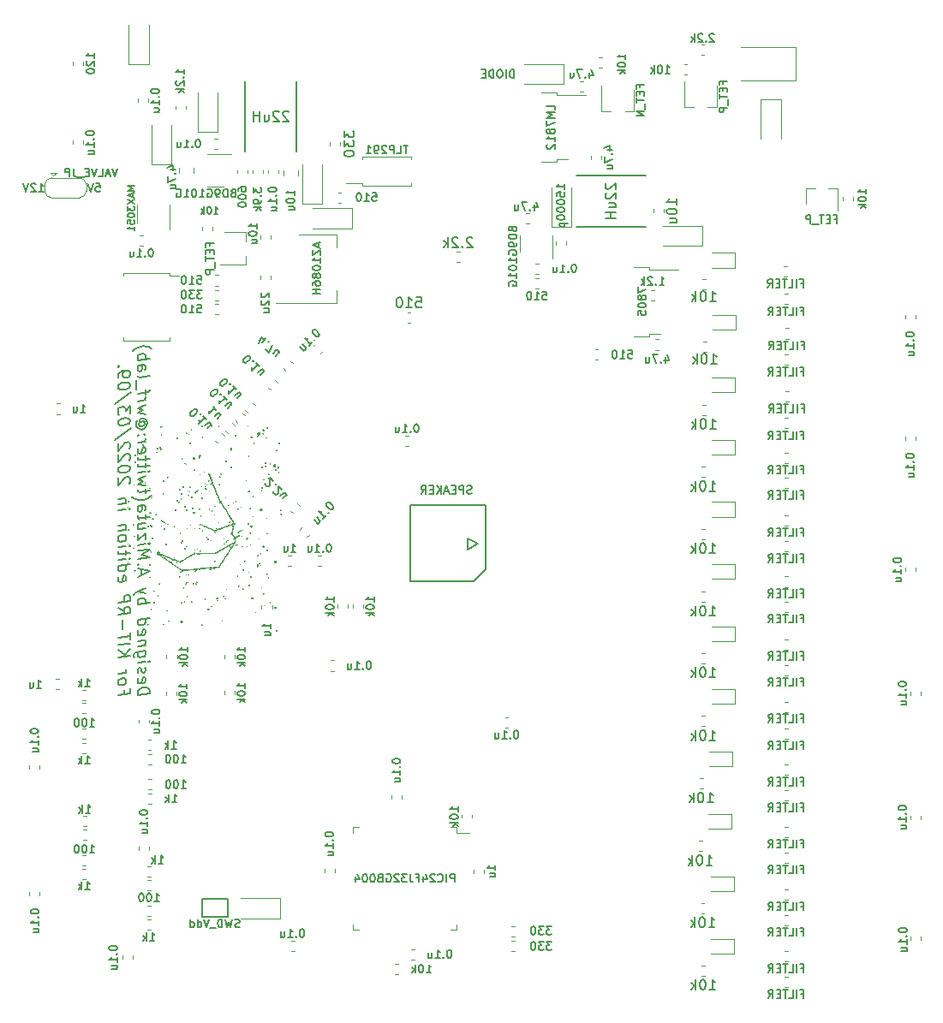
<source format=gbr>
G04 #@! TF.GenerationSoftware,KiCad,Pcbnew,(6.0.4)*
G04 #@! TF.CreationDate,2022-06-13T17:00:00+09:00*
G04 #@! TF.ProjectId,Main,4d61696e-2e6b-4696-9361-645f70636258,rev?*
G04 #@! TF.SameCoordinates,Original*
G04 #@! TF.FileFunction,Legend,Bot*
G04 #@! TF.FilePolarity,Positive*
%FSLAX46Y46*%
G04 Gerber Fmt 4.6, Leading zero omitted, Abs format (unit mm)*
G04 Created by KiCad (PCBNEW (6.0.4)) date 2022-06-13 17:00:00*
%MOMM*%
%LPD*%
G01*
G04 APERTURE LIST*
%ADD10C,0.150000*%
%ADD11C,0.200000*%
%ADD12C,0.120000*%
%ADD13C,0.010000*%
G04 APERTURE END LIST*
D10*
X43252380Y-57311904D02*
X43633333Y-57311904D01*
X43671428Y-57692857D01*
X43633333Y-57654761D01*
X43557142Y-57616666D01*
X43366666Y-57616666D01*
X43290476Y-57654761D01*
X43252380Y-57692857D01*
X43214285Y-57769047D01*
X43214285Y-57959523D01*
X43252380Y-58035714D01*
X43290476Y-58073809D01*
X43366666Y-58111904D01*
X43557142Y-58111904D01*
X43633333Y-58073809D01*
X43671428Y-58035714D01*
X42985714Y-57311904D02*
X42719047Y-58111904D01*
X42452380Y-57311904D01*
D11*
X80395238Y-87973809D02*
X80280952Y-88011904D01*
X80090476Y-88011904D01*
X80014285Y-87973809D01*
X79976190Y-87935714D01*
X79938095Y-87859523D01*
X79938095Y-87783333D01*
X79976190Y-87707142D01*
X80014285Y-87669047D01*
X80090476Y-87630952D01*
X80242857Y-87592857D01*
X80319047Y-87554761D01*
X80357142Y-87516666D01*
X80395238Y-87440476D01*
X80395238Y-87364285D01*
X80357142Y-87288095D01*
X80319047Y-87250000D01*
X80242857Y-87211904D01*
X80052380Y-87211904D01*
X79938095Y-87250000D01*
X79595238Y-88011904D02*
X79595238Y-87211904D01*
X79290476Y-87211904D01*
X79214285Y-87250000D01*
X79176190Y-87288095D01*
X79138095Y-87364285D01*
X79138095Y-87478571D01*
X79176190Y-87554761D01*
X79214285Y-87592857D01*
X79290476Y-87630952D01*
X79595238Y-87630952D01*
X78795238Y-87592857D02*
X78528571Y-87592857D01*
X78414285Y-88011904D02*
X78795238Y-88011904D01*
X78795238Y-87211904D01*
X78414285Y-87211904D01*
X78109523Y-87783333D02*
X77728571Y-87783333D01*
X78185714Y-88011904D02*
X77919047Y-87211904D01*
X77652380Y-88011904D01*
X77385714Y-88011904D02*
X77385714Y-87211904D01*
X76928571Y-88011904D02*
X77271428Y-87554761D01*
X76928571Y-87211904D02*
X77385714Y-87669047D01*
X76585714Y-87592857D02*
X76319047Y-87592857D01*
X76204761Y-88011904D02*
X76585714Y-88011904D01*
X76585714Y-87211904D01*
X76204761Y-87211904D01*
X75404761Y-88011904D02*
X75671428Y-87630952D01*
X75861904Y-88011904D02*
X75861904Y-87211904D01*
X75557142Y-87211904D01*
X75480952Y-87250000D01*
X75442857Y-87288095D01*
X75404761Y-87364285D01*
X75404761Y-87478571D01*
X75442857Y-87554761D01*
X75480952Y-87592857D01*
X75557142Y-87630952D01*
X75861904Y-87630952D01*
X47373142Y-107927142D02*
X48573142Y-107777142D01*
X48573142Y-107491428D01*
X48516000Y-107327142D01*
X48401714Y-107227142D01*
X48287428Y-107184285D01*
X48058857Y-107155714D01*
X47887428Y-107177142D01*
X47658857Y-107262857D01*
X47544571Y-107334285D01*
X47430285Y-107462857D01*
X47373142Y-107641428D01*
X47373142Y-107927142D01*
X47430285Y-106262857D02*
X47373142Y-106384285D01*
X47373142Y-106612857D01*
X47430285Y-106720000D01*
X47544571Y-106762857D01*
X48001714Y-106705714D01*
X48116000Y-106634285D01*
X48173142Y-106512857D01*
X48173142Y-106284285D01*
X48116000Y-106177142D01*
X48001714Y-106134285D01*
X47887428Y-106148571D01*
X47773142Y-106734285D01*
X47430285Y-105748571D02*
X47373142Y-105641428D01*
X47373142Y-105412857D01*
X47430285Y-105291428D01*
X47544571Y-105220000D01*
X47601714Y-105212857D01*
X47716000Y-105255714D01*
X47773142Y-105362857D01*
X47773142Y-105534285D01*
X47830285Y-105641428D01*
X47944571Y-105684285D01*
X48001714Y-105677142D01*
X48116000Y-105605714D01*
X48173142Y-105484285D01*
X48173142Y-105312857D01*
X48116000Y-105205714D01*
X47373142Y-104727142D02*
X48173142Y-104627142D01*
X48573142Y-104577142D02*
X48516000Y-104641428D01*
X48458857Y-104591428D01*
X48516000Y-104527142D01*
X48573142Y-104577142D01*
X48458857Y-104591428D01*
X48173142Y-103541428D02*
X47201714Y-103662857D01*
X47087428Y-103734285D01*
X47030285Y-103798571D01*
X46973142Y-103920000D01*
X46973142Y-104091428D01*
X47030285Y-104198571D01*
X47430285Y-103634285D02*
X47373142Y-103755714D01*
X47373142Y-103984285D01*
X47430285Y-104091428D01*
X47487428Y-104141428D01*
X47601714Y-104184285D01*
X47944571Y-104141428D01*
X48058857Y-104070000D01*
X48116000Y-104005714D01*
X48173142Y-103884285D01*
X48173142Y-103655714D01*
X48116000Y-103548571D01*
X48173142Y-102970000D02*
X47373142Y-103070000D01*
X48058857Y-102984285D02*
X48116000Y-102920000D01*
X48173142Y-102798571D01*
X48173142Y-102627142D01*
X48116000Y-102520000D01*
X48001714Y-102477142D01*
X47373142Y-102555714D01*
X47430285Y-101520000D02*
X47373142Y-101641428D01*
X47373142Y-101870000D01*
X47430285Y-101977142D01*
X47544571Y-102020000D01*
X48001714Y-101962857D01*
X48116000Y-101891428D01*
X48173142Y-101770000D01*
X48173142Y-101541428D01*
X48116000Y-101434285D01*
X48001714Y-101391428D01*
X47887428Y-101405714D01*
X47773142Y-101991428D01*
X47373142Y-100441428D02*
X48573142Y-100291428D01*
X47430285Y-100434285D02*
X47373142Y-100555714D01*
X47373142Y-100784285D01*
X47430285Y-100891428D01*
X47487428Y-100941428D01*
X47601714Y-100984285D01*
X47944571Y-100941428D01*
X48058857Y-100870000D01*
X48116000Y-100805714D01*
X48173142Y-100684285D01*
X48173142Y-100455714D01*
X48116000Y-100348571D01*
X47373142Y-98955714D02*
X48573142Y-98805714D01*
X48116000Y-98862857D02*
X48173142Y-98741428D01*
X48173142Y-98512857D01*
X48116000Y-98405714D01*
X48058857Y-98355714D01*
X47944571Y-98312857D01*
X47601714Y-98355714D01*
X47487428Y-98427142D01*
X47430285Y-98491428D01*
X47373142Y-98612857D01*
X47373142Y-98841428D01*
X47430285Y-98948571D01*
X48173142Y-97884285D02*
X47373142Y-97698571D01*
X48173142Y-97312857D02*
X47373142Y-97698571D01*
X47087428Y-97848571D01*
X47030285Y-97912857D01*
X46973142Y-98034285D01*
X47716000Y-96055714D02*
X47716000Y-95484285D01*
X47373142Y-96212857D02*
X48573142Y-95662857D01*
X47373142Y-95412857D01*
X47487428Y-94998571D02*
X47430285Y-94948571D01*
X47373142Y-95012857D01*
X47430285Y-95062857D01*
X47487428Y-94998571D01*
X47373142Y-95012857D01*
X47373142Y-94441428D02*
X48573142Y-94291428D01*
X47716000Y-93998571D01*
X48573142Y-93491428D01*
X47373142Y-93641428D01*
X47373142Y-93070000D02*
X48173142Y-92970000D01*
X48573142Y-92920000D02*
X48516000Y-92984285D01*
X48458857Y-92934285D01*
X48516000Y-92870000D01*
X48573142Y-92920000D01*
X48458857Y-92934285D01*
X48173142Y-92512857D02*
X48173142Y-91884285D01*
X47373142Y-92612857D01*
X47373142Y-91984285D01*
X48173142Y-90912857D02*
X47373142Y-91012857D01*
X48173142Y-91427142D02*
X47544571Y-91505714D01*
X47430285Y-91462857D01*
X47373142Y-91355714D01*
X47373142Y-91184285D01*
X47430285Y-91062857D01*
X47487428Y-90998571D01*
X48173142Y-90512857D02*
X48173142Y-90055714D01*
X48573142Y-90291428D02*
X47544571Y-90420000D01*
X47430285Y-90377142D01*
X47373142Y-90270000D01*
X47373142Y-90155714D01*
X47373142Y-89241428D02*
X48001714Y-89162857D01*
X48116000Y-89205714D01*
X48173142Y-89312857D01*
X48173142Y-89541428D01*
X48116000Y-89662857D01*
X47430285Y-89234285D02*
X47373142Y-89355714D01*
X47373142Y-89641428D01*
X47430285Y-89748571D01*
X47544571Y-89791428D01*
X47658857Y-89777142D01*
X47773142Y-89705714D01*
X47830285Y-89584285D01*
X47830285Y-89298571D01*
X47887428Y-89177142D01*
X46916000Y-88384285D02*
X46973142Y-88434285D01*
X47144571Y-88527142D01*
X47258857Y-88570000D01*
X47430285Y-88605714D01*
X47716000Y-88627142D01*
X47944571Y-88598571D01*
X48230285Y-88505714D01*
X48401714Y-88427142D01*
X48516000Y-88355714D01*
X48687428Y-88220000D01*
X48744571Y-88155714D01*
X48173142Y-87941428D02*
X48173142Y-87484285D01*
X48573142Y-87720000D02*
X47544571Y-87848571D01*
X47430285Y-87805714D01*
X47373142Y-87698571D01*
X47373142Y-87584285D01*
X48173142Y-87198571D02*
X47373142Y-87070000D01*
X47944571Y-86770000D01*
X47373142Y-86612857D01*
X48173142Y-86284285D01*
X47373142Y-85927142D02*
X48173142Y-85827142D01*
X48573142Y-85777142D02*
X48516000Y-85841428D01*
X48458857Y-85791428D01*
X48516000Y-85727142D01*
X48573142Y-85777142D01*
X48458857Y-85791428D01*
X48173142Y-85427142D02*
X48173142Y-84970000D01*
X48573142Y-85205714D02*
X47544571Y-85334285D01*
X47430285Y-85291428D01*
X47373142Y-85184285D01*
X47373142Y-85070000D01*
X48173142Y-84741428D02*
X48173142Y-84284285D01*
X48573142Y-84520000D02*
X47544571Y-84648571D01*
X47430285Y-84605714D01*
X47373142Y-84498571D01*
X47373142Y-84384285D01*
X47430285Y-83520000D02*
X47373142Y-83641428D01*
X47373142Y-83870000D01*
X47430285Y-83977142D01*
X47544571Y-84020000D01*
X48001714Y-83962857D01*
X48116000Y-83891428D01*
X48173142Y-83770000D01*
X48173142Y-83541428D01*
X48116000Y-83434285D01*
X48001714Y-83391428D01*
X47887428Y-83405714D01*
X47773142Y-83991428D01*
X47373142Y-82955714D02*
X48173142Y-82855714D01*
X47944571Y-82884285D02*
X48058857Y-82812857D01*
X48116000Y-82748571D01*
X48173142Y-82627142D01*
X48173142Y-82512857D01*
X47487428Y-82198571D02*
X47430285Y-82148571D01*
X47373142Y-82212857D01*
X47430285Y-82262857D01*
X47487428Y-82198571D01*
X47373142Y-82212857D01*
X48116000Y-82120000D02*
X48058857Y-82070000D01*
X48001714Y-82134285D01*
X48058857Y-82184285D01*
X48116000Y-82120000D01*
X48001714Y-82134285D01*
X47944571Y-80827142D02*
X48001714Y-80877142D01*
X48058857Y-80984285D01*
X48058857Y-81098571D01*
X48001714Y-81220000D01*
X47944571Y-81284285D01*
X47830285Y-81355714D01*
X47716000Y-81370000D01*
X47601714Y-81327142D01*
X47544571Y-81277142D01*
X47487428Y-81170000D01*
X47487428Y-81055714D01*
X47544571Y-80934285D01*
X47601714Y-80870000D01*
X48058857Y-80812857D02*
X47601714Y-80870000D01*
X47544571Y-80820000D01*
X47544571Y-80762857D01*
X47601714Y-80641428D01*
X47716000Y-80570000D01*
X48001714Y-80534285D01*
X48173142Y-80627142D01*
X48287428Y-80784285D01*
X48344571Y-81005714D01*
X48287428Y-81241428D01*
X48173142Y-81427142D01*
X48001714Y-81562857D01*
X47773142Y-81648571D01*
X47544571Y-81620000D01*
X47373142Y-81527142D01*
X47258857Y-81370000D01*
X47201714Y-81148571D01*
X47258857Y-80912857D01*
X47373142Y-80727142D01*
X48173142Y-80112857D02*
X47373142Y-79984285D01*
X47944571Y-79684285D01*
X47373142Y-79527142D01*
X48173142Y-79198571D01*
X47373142Y-78841428D02*
X48173142Y-78741428D01*
X47944571Y-78770000D02*
X48058857Y-78698571D01*
X48116000Y-78634285D01*
X48173142Y-78512857D01*
X48173142Y-78398571D01*
X48173142Y-78170000D02*
X48173142Y-77712857D01*
X47373142Y-78098571D02*
X48401714Y-77970000D01*
X48516000Y-77898571D01*
X48573142Y-77777142D01*
X48573142Y-77662857D01*
X47258857Y-77712857D02*
X47258857Y-76798571D01*
X47373142Y-76327142D02*
X47430285Y-76434285D01*
X47544571Y-76477142D01*
X48573142Y-76348571D01*
X47373142Y-75355714D02*
X48001714Y-75277142D01*
X48116000Y-75320000D01*
X48173142Y-75427142D01*
X48173142Y-75655714D01*
X48116000Y-75777142D01*
X47430285Y-75348571D02*
X47373142Y-75470000D01*
X47373142Y-75755714D01*
X47430285Y-75862857D01*
X47544571Y-75905714D01*
X47658857Y-75891428D01*
X47773142Y-75820000D01*
X47830285Y-75698571D01*
X47830285Y-75412857D01*
X47887428Y-75291428D01*
X47373142Y-74784285D02*
X48573142Y-74634285D01*
X48116000Y-74691428D02*
X48173142Y-74570000D01*
X48173142Y-74341428D01*
X48116000Y-74234285D01*
X48058857Y-74184285D01*
X47944571Y-74141428D01*
X47601714Y-74184285D01*
X47487428Y-74255714D01*
X47430285Y-74320000D01*
X47373142Y-74441428D01*
X47373142Y-74670000D01*
X47430285Y-74777142D01*
X46916000Y-73870000D02*
X46973142Y-73805714D01*
X47144571Y-73670000D01*
X47258857Y-73598571D01*
X47430285Y-73520000D01*
X47716000Y-73427142D01*
X47944571Y-73398571D01*
X48230285Y-73420000D01*
X48401714Y-73455714D01*
X48516000Y-73498571D01*
X48687428Y-73591428D01*
X48744571Y-73641428D01*
X46069714Y-107448571D02*
X46069714Y-107848571D01*
X45441142Y-107927142D02*
X46641142Y-107777142D01*
X46641142Y-107205714D01*
X45441142Y-106727142D02*
X45498285Y-106834285D01*
X45555428Y-106884285D01*
X45669714Y-106927142D01*
X46012571Y-106884285D01*
X46126857Y-106812857D01*
X46184000Y-106748571D01*
X46241142Y-106627142D01*
X46241142Y-106455714D01*
X46184000Y-106348571D01*
X46126857Y-106298571D01*
X46012571Y-106255714D01*
X45669714Y-106298571D01*
X45555428Y-106370000D01*
X45498285Y-106434285D01*
X45441142Y-106555714D01*
X45441142Y-106727142D01*
X45441142Y-105812857D02*
X46241142Y-105712857D01*
X46012571Y-105741428D02*
X46126857Y-105670000D01*
X46184000Y-105605714D01*
X46241142Y-105484285D01*
X46241142Y-105370000D01*
X45441142Y-104155714D02*
X46641142Y-104005714D01*
X45441142Y-103470000D02*
X46126857Y-103898571D01*
X46641142Y-103320000D02*
X45955428Y-104091428D01*
X45441142Y-102955714D02*
X46641142Y-102805714D01*
X46641142Y-102405714D02*
X46641142Y-101720000D01*
X45441142Y-102212857D02*
X46641142Y-102062857D01*
X45898285Y-101412857D02*
X45898285Y-100498571D01*
X45441142Y-99298571D02*
X46012571Y-99627142D01*
X45441142Y-99984285D02*
X46641142Y-99834285D01*
X46641142Y-99377142D01*
X46584000Y-99270000D01*
X46526857Y-99220000D01*
X46412571Y-99177142D01*
X46241142Y-99198571D01*
X46126857Y-99270000D01*
X46069714Y-99334285D01*
X46012571Y-99455714D01*
X46012571Y-99912857D01*
X45441142Y-98784285D02*
X46641142Y-98634285D01*
X46641142Y-98177142D01*
X46584000Y-98070000D01*
X46526857Y-98020000D01*
X46412571Y-97977142D01*
X46241142Y-97998571D01*
X46126857Y-98070000D01*
X46069714Y-98134285D01*
X46012571Y-98255714D01*
X46012571Y-98712857D01*
X45498285Y-96205714D02*
X45441142Y-96327142D01*
X45441142Y-96555714D01*
X45498285Y-96662857D01*
X45612571Y-96705714D01*
X46069714Y-96648571D01*
X46184000Y-96577142D01*
X46241142Y-96455714D01*
X46241142Y-96227142D01*
X46184000Y-96120000D01*
X46069714Y-96077142D01*
X45955428Y-96091428D01*
X45841142Y-96677142D01*
X45441142Y-95127142D02*
X46641142Y-94977142D01*
X45498285Y-95120000D02*
X45441142Y-95241428D01*
X45441142Y-95470000D01*
X45498285Y-95577142D01*
X45555428Y-95627142D01*
X45669714Y-95670000D01*
X46012571Y-95627142D01*
X46126857Y-95555714D01*
X46184000Y-95491428D01*
X46241142Y-95370000D01*
X46241142Y-95141428D01*
X46184000Y-95034285D01*
X45441142Y-94555714D02*
X46241142Y-94455714D01*
X46641142Y-94405714D02*
X46584000Y-94470000D01*
X46526857Y-94420000D01*
X46584000Y-94355714D01*
X46641142Y-94405714D01*
X46526857Y-94420000D01*
X46241142Y-94055714D02*
X46241142Y-93598571D01*
X46641142Y-93834285D02*
X45612571Y-93962857D01*
X45498285Y-93920000D01*
X45441142Y-93812857D01*
X45441142Y-93698571D01*
X45441142Y-93298571D02*
X46241142Y-93198571D01*
X46641142Y-93148571D02*
X46584000Y-93212857D01*
X46526857Y-93162857D01*
X46584000Y-93098571D01*
X46641142Y-93148571D01*
X46526857Y-93162857D01*
X45441142Y-92555714D02*
X45498285Y-92662857D01*
X45555428Y-92712857D01*
X45669714Y-92755714D01*
X46012571Y-92712857D01*
X46126857Y-92641428D01*
X46184000Y-92577142D01*
X46241142Y-92455714D01*
X46241142Y-92284285D01*
X46184000Y-92177142D01*
X46126857Y-92127142D01*
X46012571Y-92084285D01*
X45669714Y-92127142D01*
X45555428Y-92198571D01*
X45498285Y-92262857D01*
X45441142Y-92384285D01*
X45441142Y-92555714D01*
X46241142Y-91541428D02*
X45441142Y-91641428D01*
X46126857Y-91555714D02*
X46184000Y-91491428D01*
X46241142Y-91370000D01*
X46241142Y-91198571D01*
X46184000Y-91091428D01*
X46069714Y-91048571D01*
X45441142Y-91127142D01*
X45441142Y-89641428D02*
X46241142Y-89541428D01*
X46641142Y-89491428D02*
X46584000Y-89555714D01*
X46526857Y-89505714D01*
X46584000Y-89441428D01*
X46641142Y-89491428D01*
X46526857Y-89505714D01*
X46241142Y-88970000D02*
X45441142Y-89070000D01*
X46126857Y-88984285D02*
X46184000Y-88920000D01*
X46241142Y-88798571D01*
X46241142Y-88627142D01*
X46184000Y-88520000D01*
X46069714Y-88477142D01*
X45441142Y-88555714D01*
X46526857Y-86991428D02*
X46584000Y-86927142D01*
X46641142Y-86805714D01*
X46641142Y-86520000D01*
X46584000Y-86412857D01*
X46526857Y-86362857D01*
X46412571Y-86320000D01*
X46298285Y-86334285D01*
X46126857Y-86412857D01*
X45441142Y-87184285D01*
X45441142Y-86441428D01*
X46641142Y-85548571D02*
X46641142Y-85434285D01*
X46584000Y-85327142D01*
X46526857Y-85277142D01*
X46412571Y-85234285D01*
X46184000Y-85205714D01*
X45898285Y-85241428D01*
X45669714Y-85327142D01*
X45555428Y-85398571D01*
X45498285Y-85462857D01*
X45441142Y-85584285D01*
X45441142Y-85698571D01*
X45498285Y-85805714D01*
X45555428Y-85855714D01*
X45669714Y-85898571D01*
X45898285Y-85927142D01*
X46184000Y-85891428D01*
X46412571Y-85805714D01*
X46526857Y-85734285D01*
X46584000Y-85670000D01*
X46641142Y-85548571D01*
X46526857Y-84705714D02*
X46584000Y-84641428D01*
X46641142Y-84520000D01*
X46641142Y-84234285D01*
X46584000Y-84127142D01*
X46526857Y-84077142D01*
X46412571Y-84034285D01*
X46298285Y-84048571D01*
X46126857Y-84127142D01*
X45441142Y-84898571D01*
X45441142Y-84155714D01*
X46526857Y-83562857D02*
X46584000Y-83498571D01*
X46641142Y-83377142D01*
X46641142Y-83091428D01*
X46584000Y-82984285D01*
X46526857Y-82934285D01*
X46412571Y-82891428D01*
X46298285Y-82905714D01*
X46126857Y-82984285D01*
X45441142Y-83755714D01*
X45441142Y-83012857D01*
X46698285Y-81484285D02*
X45155428Y-82705714D01*
X46641142Y-80862857D02*
X46641142Y-80748571D01*
X46584000Y-80641428D01*
X46526857Y-80591428D01*
X46412571Y-80548571D01*
X46184000Y-80520000D01*
X45898285Y-80555714D01*
X45669714Y-80641428D01*
X45555428Y-80712857D01*
X45498285Y-80777142D01*
X45441142Y-80898571D01*
X45441142Y-81012857D01*
X45498285Y-81120000D01*
X45555428Y-81170000D01*
X45669714Y-81212857D01*
X45898285Y-81241428D01*
X46184000Y-81205714D01*
X46412571Y-81120000D01*
X46526857Y-81048571D01*
X46584000Y-80984285D01*
X46641142Y-80862857D01*
X46641142Y-80062857D02*
X46641142Y-79320000D01*
X46184000Y-79777142D01*
X46184000Y-79605714D01*
X46126857Y-79498571D01*
X46069714Y-79448571D01*
X45955428Y-79405714D01*
X45669714Y-79441428D01*
X45555428Y-79512857D01*
X45498285Y-79577142D01*
X45441142Y-79698571D01*
X45441142Y-80041428D01*
X45498285Y-80148571D01*
X45555428Y-80198571D01*
X46698285Y-77941428D02*
X45155428Y-79162857D01*
X46641142Y-77320000D02*
X46641142Y-77205714D01*
X46584000Y-77098571D01*
X46526857Y-77048571D01*
X46412571Y-77005714D01*
X46184000Y-76977142D01*
X45898285Y-77012857D01*
X45669714Y-77098571D01*
X45555428Y-77170000D01*
X45498285Y-77234285D01*
X45441142Y-77355714D01*
X45441142Y-77470000D01*
X45498285Y-77577142D01*
X45555428Y-77627142D01*
X45669714Y-77670000D01*
X45898285Y-77698571D01*
X46184000Y-77662857D01*
X46412571Y-77577142D01*
X46526857Y-77505714D01*
X46584000Y-77441428D01*
X46641142Y-77320000D01*
X45441142Y-76498571D02*
X45441142Y-76270000D01*
X45498285Y-76148571D01*
X45555428Y-76084285D01*
X45726857Y-75948571D01*
X45955428Y-75862857D01*
X46412571Y-75805714D01*
X46526857Y-75848571D01*
X46584000Y-75898571D01*
X46641142Y-76005714D01*
X46641142Y-76234285D01*
X46584000Y-76355714D01*
X46526857Y-76420000D01*
X46412571Y-76491428D01*
X46126857Y-76527142D01*
X46012571Y-76484285D01*
X45955428Y-76434285D01*
X45898285Y-76327142D01*
X45898285Y-76098571D01*
X45955428Y-75977142D01*
X46012571Y-75912857D01*
X46126857Y-75841428D01*
X45555428Y-75398571D02*
X45498285Y-75348571D01*
X45441142Y-75412857D01*
X45498285Y-75462857D01*
X45555428Y-75398571D01*
X45441142Y-75412857D01*
D10*
X37595238Y-58111904D02*
X38052380Y-58111904D01*
X37823809Y-58111904D02*
X37823809Y-57311904D01*
X37900000Y-57426190D01*
X37976190Y-57502380D01*
X38052380Y-57540476D01*
X37290476Y-57388095D02*
X37252380Y-57350000D01*
X37176190Y-57311904D01*
X36985714Y-57311904D01*
X36909523Y-57350000D01*
X36871428Y-57388095D01*
X36833333Y-57464285D01*
X36833333Y-57540476D01*
X36871428Y-57654761D01*
X37328571Y-58111904D01*
X36833333Y-58111904D01*
X36604761Y-57311904D02*
X36338095Y-58111904D01*
X36071428Y-57311904D01*
X44551904Y-132888571D02*
X44551904Y-132964761D01*
X44590000Y-133040952D01*
X44628095Y-133079047D01*
X44704285Y-133117142D01*
X44856666Y-133155238D01*
X45047142Y-133155238D01*
X45199523Y-133117142D01*
X45275714Y-133079047D01*
X45313809Y-133040952D01*
X45351904Y-132964761D01*
X45351904Y-132888571D01*
X45313809Y-132812380D01*
X45275714Y-132774285D01*
X45199523Y-132736190D01*
X45047142Y-132698095D01*
X44856666Y-132698095D01*
X44704285Y-132736190D01*
X44628095Y-132774285D01*
X44590000Y-132812380D01*
X44551904Y-132888571D01*
X45275714Y-133498095D02*
X45313809Y-133536190D01*
X45351904Y-133498095D01*
X45313809Y-133460000D01*
X45275714Y-133498095D01*
X45351904Y-133498095D01*
X45351904Y-134298095D02*
X45351904Y-133840952D01*
X45351904Y-134069523D02*
X44551904Y-134069523D01*
X44666190Y-133993333D01*
X44742380Y-133917142D01*
X44780476Y-133840952D01*
X44818571Y-134983809D02*
X45351904Y-134983809D01*
X44818571Y-134640952D02*
X45237619Y-134640952D01*
X45313809Y-134679047D01*
X45351904Y-134755238D01*
X45351904Y-134869523D01*
X45313809Y-134945714D01*
X45275714Y-134983809D01*
X48721428Y-63761904D02*
X48645238Y-63761904D01*
X48569047Y-63800000D01*
X48530952Y-63838095D01*
X48492857Y-63914285D01*
X48454761Y-64066666D01*
X48454761Y-64257142D01*
X48492857Y-64409523D01*
X48530952Y-64485714D01*
X48569047Y-64523809D01*
X48645238Y-64561904D01*
X48721428Y-64561904D01*
X48797619Y-64523809D01*
X48835714Y-64485714D01*
X48873809Y-64409523D01*
X48911904Y-64257142D01*
X48911904Y-64066666D01*
X48873809Y-63914285D01*
X48835714Y-63838095D01*
X48797619Y-63800000D01*
X48721428Y-63761904D01*
X48111904Y-64485714D02*
X48073809Y-64523809D01*
X48111904Y-64561904D01*
X48150000Y-64523809D01*
X48111904Y-64485714D01*
X48111904Y-64561904D01*
X47311904Y-64561904D02*
X47769047Y-64561904D01*
X47540476Y-64561904D02*
X47540476Y-63761904D01*
X47616666Y-63876190D01*
X47692857Y-63952380D01*
X47769047Y-63990476D01*
X46626190Y-64028571D02*
X46626190Y-64561904D01*
X46969047Y-64028571D02*
X46969047Y-64447619D01*
X46930952Y-64523809D01*
X46854761Y-64561904D01*
X46740476Y-64561904D01*
X46664285Y-64523809D01*
X46626190Y-64485714D01*
X42266903Y-52303570D02*
X42266903Y-52379760D01*
X42304999Y-52455951D01*
X42343094Y-52494046D01*
X42419284Y-52532141D01*
X42571665Y-52570237D01*
X42762141Y-52570237D01*
X42914522Y-52532141D01*
X42990713Y-52494046D01*
X43028808Y-52455951D01*
X43066903Y-52379760D01*
X43066903Y-52303570D01*
X43028808Y-52227379D01*
X42990713Y-52189284D01*
X42914522Y-52151189D01*
X42762141Y-52113094D01*
X42571665Y-52113094D01*
X42419284Y-52151189D01*
X42343094Y-52189284D01*
X42304999Y-52227379D01*
X42266903Y-52303570D01*
X42990713Y-52913094D02*
X43028808Y-52951189D01*
X43066903Y-52913094D01*
X43028808Y-52874999D01*
X42990713Y-52913094D01*
X43066903Y-52913094D01*
X43066903Y-53713094D02*
X43066903Y-53255951D01*
X43066903Y-53484522D02*
X42266903Y-53484522D01*
X42381189Y-53408332D01*
X42457379Y-53332141D01*
X42495475Y-53255951D01*
X42533570Y-54398808D02*
X43066903Y-54398808D01*
X42533570Y-54055951D02*
X42952618Y-54055951D01*
X43028808Y-54094046D01*
X43066903Y-54170237D01*
X43066903Y-54284522D01*
X43028808Y-54360713D01*
X42990713Y-54398808D01*
X37383333Y-107211904D02*
X37840476Y-107211904D01*
X37611904Y-107211904D02*
X37611904Y-106411904D01*
X37688095Y-106526190D01*
X37764285Y-106602380D01*
X37840476Y-106640476D01*
X36697619Y-106678571D02*
X36697619Y-107211904D01*
X37040476Y-106678571D02*
X37040476Y-107097619D01*
X37002380Y-107173809D01*
X36926190Y-107211904D01*
X36811904Y-107211904D01*
X36735714Y-107173809D01*
X36697619Y-107135714D01*
X60311904Y-57878571D02*
X60311904Y-57954761D01*
X60350000Y-58030952D01*
X60388095Y-58069047D01*
X60464285Y-58107142D01*
X60616666Y-58145238D01*
X60807142Y-58145238D01*
X60959523Y-58107142D01*
X61035714Y-58069047D01*
X61073809Y-58030952D01*
X61111904Y-57954761D01*
X61111904Y-57878571D01*
X61073809Y-57802380D01*
X61035714Y-57764285D01*
X60959523Y-57726190D01*
X60807142Y-57688095D01*
X60616666Y-57688095D01*
X60464285Y-57726190D01*
X60388095Y-57764285D01*
X60350000Y-57802380D01*
X60311904Y-57878571D01*
X61035714Y-58488095D02*
X61073809Y-58526190D01*
X61111904Y-58488095D01*
X61073809Y-58450000D01*
X61035714Y-58488095D01*
X61111904Y-58488095D01*
X61111904Y-59288095D02*
X61111904Y-58830952D01*
X61111904Y-59059523D02*
X60311904Y-59059523D01*
X60426190Y-58983333D01*
X60502380Y-58907142D01*
X60540476Y-58830952D01*
X60578571Y-59973809D02*
X61111904Y-59973809D01*
X60578571Y-59630952D02*
X60997619Y-59630952D01*
X61073809Y-59669047D01*
X61111904Y-59745238D01*
X61111904Y-59859523D01*
X61073809Y-59935714D01*
X61035714Y-59973809D01*
X70271428Y-104561904D02*
X70195238Y-104561904D01*
X70119047Y-104600000D01*
X70080952Y-104638095D01*
X70042857Y-104714285D01*
X70004761Y-104866666D01*
X70004761Y-105057142D01*
X70042857Y-105209523D01*
X70080952Y-105285714D01*
X70119047Y-105323809D01*
X70195238Y-105361904D01*
X70271428Y-105361904D01*
X70347619Y-105323809D01*
X70385714Y-105285714D01*
X70423809Y-105209523D01*
X70461904Y-105057142D01*
X70461904Y-104866666D01*
X70423809Y-104714285D01*
X70385714Y-104638095D01*
X70347619Y-104600000D01*
X70271428Y-104561904D01*
X69661904Y-105285714D02*
X69623809Y-105323809D01*
X69661904Y-105361904D01*
X69700000Y-105323809D01*
X69661904Y-105285714D01*
X69661904Y-105361904D01*
X68861904Y-105361904D02*
X69319047Y-105361904D01*
X69090476Y-105361904D02*
X69090476Y-104561904D01*
X69166666Y-104676190D01*
X69242857Y-104752380D01*
X69319047Y-104790476D01*
X68176190Y-104828571D02*
X68176190Y-105361904D01*
X68519047Y-104828571D02*
X68519047Y-105247619D01*
X68480952Y-105323809D01*
X68404761Y-105361904D01*
X68290476Y-105361904D01*
X68214285Y-105323809D01*
X68176190Y-105285714D01*
X48711904Y-48128571D02*
X48711904Y-48204761D01*
X48750000Y-48280952D01*
X48788095Y-48319047D01*
X48864285Y-48357142D01*
X49016666Y-48395238D01*
X49207142Y-48395238D01*
X49359523Y-48357142D01*
X49435714Y-48319047D01*
X49473809Y-48280952D01*
X49511904Y-48204761D01*
X49511904Y-48128571D01*
X49473809Y-48052380D01*
X49435714Y-48014285D01*
X49359523Y-47976190D01*
X49207142Y-47938095D01*
X49016666Y-47938095D01*
X48864285Y-47976190D01*
X48788095Y-48014285D01*
X48750000Y-48052380D01*
X48711904Y-48128571D01*
X49435714Y-48738095D02*
X49473809Y-48776190D01*
X49511904Y-48738095D01*
X49473809Y-48700000D01*
X49435714Y-48738095D01*
X49511904Y-48738095D01*
X49511904Y-49538095D02*
X49511904Y-49080952D01*
X49511904Y-49309523D02*
X48711904Y-49309523D01*
X48826190Y-49233333D01*
X48902380Y-49157142D01*
X48940476Y-49080952D01*
X48978571Y-50223809D02*
X49511904Y-50223809D01*
X48978571Y-49880952D02*
X49397619Y-49880952D01*
X49473809Y-49919047D01*
X49511904Y-49995238D01*
X49511904Y-50109523D01*
X49473809Y-50185714D01*
X49435714Y-50223809D01*
X54629483Y-78249043D02*
X54683357Y-78302918D01*
X54764170Y-78329855D01*
X54818044Y-78329855D01*
X54898857Y-78302918D01*
X55033544Y-78222105D01*
X55168231Y-78087418D01*
X55249043Y-77952731D01*
X55275980Y-77871919D01*
X55275980Y-77818044D01*
X55249043Y-77737232D01*
X55195168Y-77683357D01*
X55114356Y-77656420D01*
X55060481Y-77656420D01*
X54979669Y-77683357D01*
X54844982Y-77764170D01*
X54710295Y-77898857D01*
X54629483Y-78033544D01*
X54602545Y-78114356D01*
X54602545Y-78168231D01*
X54629483Y-78249043D01*
X55572292Y-78168231D02*
X55626167Y-78168231D01*
X55626167Y-78114356D01*
X55572292Y-78114356D01*
X55572292Y-78168231D01*
X55626167Y-78114356D01*
X56191852Y-78680041D02*
X55868603Y-78356792D01*
X56030228Y-78518417D02*
X55464542Y-79084102D01*
X55491479Y-78949415D01*
X55491479Y-78841666D01*
X55464542Y-78760854D01*
X56299602Y-79542038D02*
X56676725Y-79164915D01*
X56057165Y-79299602D02*
X56353476Y-79003290D01*
X56434289Y-78976353D01*
X56515101Y-79003290D01*
X56595913Y-79084102D01*
X56622850Y-79164915D01*
X56622850Y-79218789D01*
X41733333Y-79961904D02*
X42190476Y-79961904D01*
X41961904Y-79961904D02*
X41961904Y-79161904D01*
X42038095Y-79276190D01*
X42114285Y-79352380D01*
X42190476Y-79390476D01*
X41047619Y-79428571D02*
X41047619Y-79961904D01*
X41390476Y-79428571D02*
X41390476Y-79847619D01*
X41352380Y-79923809D01*
X41276190Y-79961904D01*
X41161904Y-79961904D01*
X41085714Y-79923809D01*
X41047619Y-79885714D01*
X53371428Y-52961904D02*
X53295238Y-52961904D01*
X53219047Y-53000000D01*
X53180952Y-53038095D01*
X53142857Y-53114285D01*
X53104761Y-53266666D01*
X53104761Y-53457142D01*
X53142857Y-53609523D01*
X53180952Y-53685714D01*
X53219047Y-53723809D01*
X53295238Y-53761904D01*
X53371428Y-53761904D01*
X53447619Y-53723809D01*
X53485714Y-53685714D01*
X53523809Y-53609523D01*
X53561904Y-53457142D01*
X53561904Y-53266666D01*
X53523809Y-53114285D01*
X53485714Y-53038095D01*
X53447619Y-53000000D01*
X53371428Y-52961904D01*
X52761904Y-53685714D02*
X52723809Y-53723809D01*
X52761904Y-53761904D01*
X52800000Y-53723809D01*
X52761904Y-53685714D01*
X52761904Y-53761904D01*
X51961904Y-53761904D02*
X52419047Y-53761904D01*
X52190476Y-53761904D02*
X52190476Y-52961904D01*
X52266666Y-53076190D01*
X52342857Y-53152380D01*
X52419047Y-53190476D01*
X51276190Y-53228571D02*
X51276190Y-53761904D01*
X51619047Y-53228571D02*
X51619047Y-53647619D01*
X51580952Y-53723809D01*
X51504761Y-53761904D01*
X51390476Y-53761904D01*
X51314285Y-53723809D01*
X51276190Y-53685714D01*
X55141344Y-79700244D02*
X54818095Y-79376995D01*
X54979720Y-79538620D02*
X54414034Y-80104305D01*
X54440971Y-79969618D01*
X54440971Y-79861869D01*
X54414034Y-79781056D01*
X55249094Y-80562241D02*
X55626217Y-80185118D01*
X55006657Y-80319805D02*
X55302968Y-80023493D01*
X55383781Y-79996556D01*
X55464593Y-80023493D01*
X55545405Y-80104305D01*
X55572342Y-80185118D01*
X55572342Y-80238992D01*
X50628571Y-55919047D02*
X51161904Y-55919047D01*
X50323809Y-55728571D02*
X50895238Y-55538095D01*
X50895238Y-56033333D01*
X51085714Y-56338095D02*
X51123809Y-56376190D01*
X51161904Y-56338095D01*
X51123809Y-56300000D01*
X51085714Y-56338095D01*
X51161904Y-56338095D01*
X50361904Y-56642857D02*
X50361904Y-57176190D01*
X51161904Y-56833333D01*
X50628571Y-57823809D02*
X51161904Y-57823809D01*
X50628571Y-57480952D02*
X51047619Y-57480952D01*
X51123809Y-57519047D01*
X51161904Y-57595238D01*
X51161904Y-57709523D01*
X51123809Y-57785714D01*
X51085714Y-57823809D01*
X55558772Y-77249043D02*
X55612646Y-77302918D01*
X55693459Y-77329855D01*
X55747333Y-77329855D01*
X55828146Y-77302918D01*
X55962833Y-77222105D01*
X56097520Y-77087418D01*
X56178332Y-76952731D01*
X56205269Y-76871919D01*
X56205269Y-76818044D01*
X56178332Y-76737232D01*
X56124457Y-76683357D01*
X56043645Y-76656420D01*
X55989770Y-76656420D01*
X55908958Y-76683357D01*
X55774271Y-76764170D01*
X55639584Y-76898857D01*
X55558772Y-77033544D01*
X55531834Y-77114356D01*
X55531834Y-77168231D01*
X55558772Y-77249043D01*
X56501581Y-77168231D02*
X56555456Y-77168231D01*
X56555456Y-77114356D01*
X56501581Y-77114356D01*
X56501581Y-77168231D01*
X56555456Y-77114356D01*
X57121141Y-77680041D02*
X56797892Y-77356792D01*
X56959517Y-77518417D02*
X56393831Y-78084102D01*
X56420768Y-77949415D01*
X56420768Y-77841666D01*
X56393831Y-77760854D01*
X57228891Y-78542038D02*
X57606014Y-78164915D01*
X56986454Y-78299602D02*
X57282765Y-78003290D01*
X57363578Y-77976353D01*
X57444390Y-78003290D01*
X57525202Y-78084102D01*
X57552139Y-78164915D01*
X57552139Y-78218789D01*
X52603316Y-80222876D02*
X52657190Y-80276751D01*
X52738003Y-80303688D01*
X52791877Y-80303688D01*
X52872690Y-80276751D01*
X53007377Y-80195938D01*
X53142064Y-80061251D01*
X53222876Y-79926564D01*
X53249813Y-79845752D01*
X53249813Y-79791877D01*
X53222876Y-79711065D01*
X53169001Y-79657190D01*
X53088189Y-79630253D01*
X53034314Y-79630253D01*
X52953502Y-79657190D01*
X52818815Y-79738003D01*
X52684128Y-79872690D01*
X52603316Y-80007377D01*
X52576378Y-80088189D01*
X52576378Y-80142064D01*
X52603316Y-80222876D01*
X53546125Y-80142064D02*
X53600000Y-80142064D01*
X53600000Y-80088189D01*
X53546125Y-80088189D01*
X53546125Y-80142064D01*
X53600000Y-80088189D01*
X54165685Y-80653874D02*
X53842436Y-80330625D01*
X54004061Y-80492250D02*
X53438375Y-81057935D01*
X53465312Y-80923248D01*
X53465312Y-80815499D01*
X53438375Y-80734687D01*
X54273435Y-81515871D02*
X54650558Y-81138748D01*
X54030998Y-81273435D02*
X54327309Y-80977123D01*
X54408122Y-80950186D01*
X54488934Y-80977123D01*
X54569746Y-81057935D01*
X54596683Y-81138748D01*
X54596683Y-81192622D01*
X63671428Y-131061904D02*
X63595238Y-131061904D01*
X63519047Y-131100000D01*
X63480952Y-131138095D01*
X63442857Y-131214285D01*
X63404761Y-131366666D01*
X63404761Y-131557142D01*
X63442857Y-131709523D01*
X63480952Y-131785714D01*
X63519047Y-131823809D01*
X63595238Y-131861904D01*
X63671428Y-131861904D01*
X63747619Y-131823809D01*
X63785714Y-131785714D01*
X63823809Y-131709523D01*
X63861904Y-131557142D01*
X63861904Y-131366666D01*
X63823809Y-131214285D01*
X63785714Y-131138095D01*
X63747619Y-131100000D01*
X63671428Y-131061904D01*
X63061904Y-131785714D02*
X63023809Y-131823809D01*
X63061904Y-131861904D01*
X63100000Y-131823809D01*
X63061904Y-131785714D01*
X63061904Y-131861904D01*
X62261904Y-131861904D02*
X62719047Y-131861904D01*
X62490476Y-131861904D02*
X62490476Y-131061904D01*
X62566666Y-131176190D01*
X62642857Y-131252380D01*
X62719047Y-131290476D01*
X61576190Y-131328571D02*
X61576190Y-131861904D01*
X61919047Y-131328571D02*
X61919047Y-131747619D01*
X61880952Y-131823809D01*
X61804761Y-131861904D01*
X61690476Y-131861904D01*
X61614285Y-131823809D01*
X61576190Y-131785714D01*
X66127123Y-88903316D02*
X66073248Y-88957190D01*
X66046311Y-89038003D01*
X66046311Y-89091877D01*
X66073248Y-89172690D01*
X66154061Y-89307377D01*
X66288748Y-89442064D01*
X66423435Y-89522876D01*
X66504247Y-89549813D01*
X66558122Y-89549813D01*
X66638934Y-89522876D01*
X66692809Y-89469001D01*
X66719746Y-89388189D01*
X66719746Y-89334314D01*
X66692809Y-89253502D01*
X66611996Y-89118815D01*
X66477309Y-88984128D01*
X66342622Y-88903316D01*
X66261810Y-88876378D01*
X66207935Y-88876378D01*
X66127123Y-88903316D01*
X66207935Y-89846125D02*
X66207935Y-89900000D01*
X66261810Y-89900000D01*
X66261810Y-89846125D01*
X66207935Y-89846125D01*
X66261810Y-89900000D01*
X65696125Y-90465685D02*
X66019374Y-90142436D01*
X65857749Y-90304061D02*
X65292064Y-89738375D01*
X65426751Y-89765312D01*
X65534500Y-89765312D01*
X65615312Y-89738375D01*
X64834128Y-90573435D02*
X65211251Y-90950558D01*
X65076564Y-90330998D02*
X65372876Y-90627309D01*
X65399813Y-90708122D01*
X65372876Y-90788934D01*
X65292064Y-90869746D01*
X65211251Y-90896683D01*
X65157377Y-90896683D01*
X36761904Y-111428571D02*
X36761904Y-111504761D01*
X36800000Y-111580952D01*
X36838095Y-111619047D01*
X36914285Y-111657142D01*
X37066666Y-111695238D01*
X37257142Y-111695238D01*
X37409523Y-111657142D01*
X37485714Y-111619047D01*
X37523809Y-111580952D01*
X37561904Y-111504761D01*
X37561904Y-111428571D01*
X37523809Y-111352380D01*
X37485714Y-111314285D01*
X37409523Y-111276190D01*
X37257142Y-111238095D01*
X37066666Y-111238095D01*
X36914285Y-111276190D01*
X36838095Y-111314285D01*
X36800000Y-111352380D01*
X36761904Y-111428571D01*
X37485714Y-112038095D02*
X37523809Y-112076190D01*
X37561904Y-112038095D01*
X37523809Y-112000000D01*
X37485714Y-112038095D01*
X37561904Y-112038095D01*
X37561904Y-112838095D02*
X37561904Y-112380952D01*
X37561904Y-112609523D02*
X36761904Y-112609523D01*
X36876190Y-112533333D01*
X36952380Y-112457142D01*
X36990476Y-112380952D01*
X37028571Y-113523809D02*
X37561904Y-113523809D01*
X37028571Y-113180952D02*
X37447619Y-113180952D01*
X37523809Y-113219047D01*
X37561904Y-113295238D01*
X37561904Y-113409523D01*
X37523809Y-113485714D01*
X37485714Y-113523809D01*
X36811904Y-129278571D02*
X36811904Y-129354761D01*
X36850000Y-129430952D01*
X36888095Y-129469047D01*
X36964285Y-129507142D01*
X37116666Y-129545238D01*
X37307142Y-129545238D01*
X37459523Y-129507142D01*
X37535714Y-129469047D01*
X37573809Y-129430952D01*
X37611904Y-129354761D01*
X37611904Y-129278571D01*
X37573809Y-129202380D01*
X37535714Y-129164285D01*
X37459523Y-129126190D01*
X37307142Y-129088095D01*
X37116666Y-129088095D01*
X36964285Y-129126190D01*
X36888095Y-129164285D01*
X36850000Y-129202380D01*
X36811904Y-129278571D01*
X37535714Y-129888095D02*
X37573809Y-129926190D01*
X37611904Y-129888095D01*
X37573809Y-129850000D01*
X37535714Y-129888095D01*
X37611904Y-129888095D01*
X37611904Y-130688095D02*
X37611904Y-130230952D01*
X37611904Y-130459523D02*
X36811904Y-130459523D01*
X36926190Y-130383333D01*
X37002380Y-130307142D01*
X37040476Y-130230952D01*
X37078571Y-131373809D02*
X37611904Y-131373809D01*
X37078571Y-131030952D02*
X37497619Y-131030952D01*
X37573809Y-131069047D01*
X37611904Y-131145238D01*
X37611904Y-131259523D01*
X37573809Y-131335714D01*
X37535714Y-131373809D01*
X74971428Y-81111904D02*
X74895238Y-81111904D01*
X74819047Y-81150000D01*
X74780952Y-81188095D01*
X74742857Y-81264285D01*
X74704761Y-81416666D01*
X74704761Y-81607142D01*
X74742857Y-81759523D01*
X74780952Y-81835714D01*
X74819047Y-81873809D01*
X74895238Y-81911904D01*
X74971428Y-81911904D01*
X75047619Y-81873809D01*
X75085714Y-81835714D01*
X75123809Y-81759523D01*
X75161904Y-81607142D01*
X75161904Y-81416666D01*
X75123809Y-81264285D01*
X75085714Y-81188095D01*
X75047619Y-81150000D01*
X74971428Y-81111904D01*
X74361904Y-81835714D02*
X74323809Y-81873809D01*
X74361904Y-81911904D01*
X74400000Y-81873809D01*
X74361904Y-81835714D01*
X74361904Y-81911904D01*
X73561904Y-81911904D02*
X74019047Y-81911904D01*
X73790476Y-81911904D02*
X73790476Y-81111904D01*
X73866666Y-81226190D01*
X73942857Y-81302380D01*
X74019047Y-81340476D01*
X72876190Y-81378571D02*
X72876190Y-81911904D01*
X73219047Y-81378571D02*
X73219047Y-81797619D01*
X73180952Y-81873809D01*
X73104761Y-81911904D01*
X72990476Y-81911904D01*
X72914285Y-81873809D01*
X72876190Y-81835714D01*
X66321428Y-92961904D02*
X66245238Y-92961904D01*
X66169047Y-93000000D01*
X66130952Y-93038095D01*
X66092857Y-93114285D01*
X66054761Y-93266666D01*
X66054761Y-93457142D01*
X66092857Y-93609523D01*
X66130952Y-93685714D01*
X66169047Y-93723809D01*
X66245238Y-93761904D01*
X66321428Y-93761904D01*
X66397619Y-93723809D01*
X66435714Y-93685714D01*
X66473809Y-93609523D01*
X66511904Y-93457142D01*
X66511904Y-93266666D01*
X66473809Y-93114285D01*
X66435714Y-93038095D01*
X66397619Y-93000000D01*
X66321428Y-92961904D01*
X65711904Y-93685714D02*
X65673809Y-93723809D01*
X65711904Y-93761904D01*
X65750000Y-93723809D01*
X65711904Y-93685714D01*
X65711904Y-93761904D01*
X64911904Y-93761904D02*
X65369047Y-93761904D01*
X65140476Y-93761904D02*
X65140476Y-92961904D01*
X65216666Y-93076190D01*
X65292857Y-93152380D01*
X65369047Y-93190476D01*
X64226190Y-93228571D02*
X64226190Y-93761904D01*
X64569047Y-93228571D02*
X64569047Y-93647619D01*
X64530952Y-93723809D01*
X64454761Y-93761904D01*
X64340476Y-93761904D01*
X64264285Y-93723809D01*
X64226190Y-93685714D01*
X60511904Y-101316666D02*
X60511904Y-100859523D01*
X60511904Y-101088095D02*
X59711904Y-101088095D01*
X59826190Y-101011904D01*
X59902380Y-100935714D01*
X59940476Y-100859523D01*
X59978571Y-102002380D02*
X60511904Y-102002380D01*
X59978571Y-101659523D02*
X60397619Y-101659523D01*
X60473809Y-101697619D01*
X60511904Y-101773809D01*
X60511904Y-101888095D01*
X60473809Y-101964285D01*
X60435714Y-102002380D01*
X62533333Y-93761904D02*
X62990476Y-93761904D01*
X62761904Y-93761904D02*
X62761904Y-92961904D01*
X62838095Y-93076190D01*
X62914285Y-93152380D01*
X62990476Y-93190476D01*
X61847619Y-93228571D02*
X61847619Y-93761904D01*
X62190476Y-93228571D02*
X62190476Y-93647619D01*
X62152380Y-93723809D01*
X62076190Y-93761904D01*
X61961904Y-93761904D01*
X61885714Y-93723809D01*
X61847619Y-93685714D01*
X64728595Y-71804788D02*
X64674720Y-71858662D01*
X64647783Y-71939475D01*
X64647783Y-71993349D01*
X64674720Y-72074162D01*
X64755533Y-72208849D01*
X64890220Y-72343536D01*
X65024907Y-72424348D01*
X65105719Y-72451285D01*
X65159594Y-72451285D01*
X65240406Y-72424348D01*
X65294281Y-72370473D01*
X65321218Y-72289661D01*
X65321218Y-72235786D01*
X65294281Y-72154974D01*
X65213468Y-72020287D01*
X65078781Y-71885600D01*
X64944094Y-71804788D01*
X64863282Y-71777850D01*
X64809407Y-71777850D01*
X64728595Y-71804788D01*
X64809407Y-72747597D02*
X64809407Y-72801472D01*
X64863282Y-72801472D01*
X64863282Y-72747597D01*
X64809407Y-72747597D01*
X64863282Y-72801472D01*
X64297597Y-73367157D02*
X64620846Y-73043908D01*
X64459221Y-73205533D02*
X63893536Y-72639847D01*
X64028223Y-72666784D01*
X64135972Y-72666784D01*
X64216784Y-72639847D01*
X63435600Y-73474907D02*
X63812723Y-73852030D01*
X63678036Y-73232470D02*
X63974348Y-73528781D01*
X64001285Y-73609594D01*
X63974348Y-73690406D01*
X63893536Y-73771218D01*
X63812723Y-73798155D01*
X63758849Y-73798155D01*
X59667376Y-73009813D02*
X60044500Y-72632689D01*
X59317190Y-73090625D02*
X59586564Y-72551877D01*
X59936750Y-72902063D01*
X60286937Y-72982876D02*
X60340812Y-72982876D01*
X60340812Y-72929001D01*
X60286937Y-72929001D01*
X60286937Y-72982876D01*
X60340812Y-72929001D01*
X59990625Y-73710186D02*
X60367749Y-74087309D01*
X60690998Y-73279187D01*
X61014247Y-74356683D02*
X61391370Y-73979560D01*
X60771810Y-74114247D02*
X61068121Y-73817935D01*
X61148934Y-73790998D01*
X61229746Y-73817935D01*
X61310558Y-73898747D01*
X61337495Y-73979560D01*
X61337495Y-74033434D01*
X59972503Y-86984314D02*
X59972503Y-87038189D01*
X59999441Y-87119001D01*
X60134128Y-87253688D01*
X60214940Y-87280625D01*
X60268815Y-87280625D01*
X60349627Y-87253688D01*
X60403502Y-87199813D01*
X60457377Y-87092064D01*
X60457377Y-86445566D01*
X60807563Y-86795752D01*
X60996125Y-87092064D02*
X61050000Y-87092064D01*
X61050000Y-87038189D01*
X60996125Y-87038189D01*
X60996125Y-87092064D01*
X61050000Y-87038189D01*
X60780625Y-87792436D02*
X60780625Y-87846311D01*
X60807563Y-87927123D01*
X60942250Y-88061810D01*
X61023062Y-88088748D01*
X61076937Y-88088748D01*
X61157749Y-88061810D01*
X61211624Y-88007935D01*
X61265499Y-87900186D01*
X61265499Y-87253688D01*
X61615685Y-87603874D01*
X61723435Y-88465871D02*
X62100558Y-88088748D01*
X61480998Y-88223435D02*
X61777309Y-87927123D01*
X61858122Y-87900186D01*
X61938934Y-87927123D01*
X62019746Y-88007935D01*
X62046683Y-88088748D01*
X62046683Y-88142622D01*
X47561904Y-119478571D02*
X47561904Y-119554761D01*
X47600000Y-119630952D01*
X47638095Y-119669047D01*
X47714285Y-119707142D01*
X47866666Y-119745238D01*
X48057142Y-119745238D01*
X48209523Y-119707142D01*
X48285714Y-119669047D01*
X48323809Y-119630952D01*
X48361904Y-119554761D01*
X48361904Y-119478571D01*
X48323809Y-119402380D01*
X48285714Y-119364285D01*
X48209523Y-119326190D01*
X48057142Y-119288095D01*
X47866666Y-119288095D01*
X47714285Y-119326190D01*
X47638095Y-119364285D01*
X47600000Y-119402380D01*
X47561904Y-119478571D01*
X48285714Y-120088095D02*
X48323809Y-120126190D01*
X48361904Y-120088095D01*
X48323809Y-120050000D01*
X48285714Y-120088095D01*
X48361904Y-120088095D01*
X48361904Y-120888095D02*
X48361904Y-120430952D01*
X48361904Y-120659523D02*
X47561904Y-120659523D01*
X47676190Y-120583333D01*
X47752380Y-120507142D01*
X47790476Y-120430952D01*
X47828571Y-121573809D02*
X48361904Y-121573809D01*
X47828571Y-121230952D02*
X48247619Y-121230952D01*
X48323809Y-121269047D01*
X48361904Y-121345238D01*
X48361904Y-121459523D01*
X48323809Y-121535714D01*
X48285714Y-121573809D01*
X84821428Y-111411904D02*
X84745238Y-111411904D01*
X84669047Y-111450000D01*
X84630952Y-111488095D01*
X84592857Y-111564285D01*
X84554761Y-111716666D01*
X84554761Y-111907142D01*
X84592857Y-112059523D01*
X84630952Y-112135714D01*
X84669047Y-112173809D01*
X84745238Y-112211904D01*
X84821428Y-112211904D01*
X84897619Y-112173809D01*
X84935714Y-112135714D01*
X84973809Y-112059523D01*
X85011904Y-111907142D01*
X85011904Y-111716666D01*
X84973809Y-111564285D01*
X84935714Y-111488095D01*
X84897619Y-111450000D01*
X84821428Y-111411904D01*
X84211904Y-112135714D02*
X84173809Y-112173809D01*
X84211904Y-112211904D01*
X84250000Y-112173809D01*
X84211904Y-112135714D01*
X84211904Y-112211904D01*
X83411904Y-112211904D02*
X83869047Y-112211904D01*
X83640476Y-112211904D02*
X83640476Y-111411904D01*
X83716666Y-111526190D01*
X83792857Y-111602380D01*
X83869047Y-111640476D01*
X82726190Y-111678571D02*
X82726190Y-112211904D01*
X83069047Y-111678571D02*
X83069047Y-112097619D01*
X83030952Y-112173809D01*
X82954761Y-112211904D01*
X82840476Y-112211904D01*
X82764285Y-112173809D01*
X82726190Y-112135714D01*
X100677380Y-59407142D02*
X100677380Y-58835714D01*
X100677380Y-59121428D02*
X99677380Y-59121428D01*
X99820238Y-59026190D01*
X99915476Y-58930952D01*
X99963095Y-58835714D01*
X99677380Y-60026190D02*
X99677380Y-60121428D01*
X99725000Y-60216666D01*
X99772619Y-60264285D01*
X99867857Y-60311904D01*
X100058333Y-60359523D01*
X100296428Y-60359523D01*
X100486904Y-60311904D01*
X100582142Y-60264285D01*
X100629761Y-60216666D01*
X100677380Y-60121428D01*
X100677380Y-60026190D01*
X100629761Y-59930952D01*
X100582142Y-59883333D01*
X100486904Y-59835714D01*
X100296428Y-59788095D01*
X100058333Y-59788095D01*
X99867857Y-59835714D01*
X99772619Y-59883333D01*
X99725000Y-59930952D01*
X99677380Y-60026190D01*
X100010714Y-61216666D02*
X100677380Y-61216666D01*
X100010714Y-60788095D02*
X100534523Y-60788095D01*
X100629761Y-60835714D01*
X100677380Y-60930952D01*
X100677380Y-61073809D01*
X100629761Y-61169047D01*
X100582142Y-61216666D01*
X57457142Y-130847809D02*
X57342857Y-130885904D01*
X57152380Y-130885904D01*
X57076190Y-130847809D01*
X57038095Y-130809714D01*
X57000000Y-130733523D01*
X57000000Y-130657333D01*
X57038095Y-130581142D01*
X57076190Y-130543047D01*
X57152380Y-130504952D01*
X57304761Y-130466857D01*
X57380952Y-130428761D01*
X57419047Y-130390666D01*
X57457142Y-130314476D01*
X57457142Y-130238285D01*
X57419047Y-130162095D01*
X57380952Y-130124000D01*
X57304761Y-130085904D01*
X57114285Y-130085904D01*
X57000000Y-130124000D01*
X56733333Y-130085904D02*
X56542857Y-130885904D01*
X56390476Y-130314476D01*
X56238095Y-130885904D01*
X56047619Y-130085904D01*
X55742857Y-130885904D02*
X55742857Y-130085904D01*
X55552380Y-130085904D01*
X55438095Y-130124000D01*
X55361904Y-130200190D01*
X55323809Y-130276380D01*
X55285714Y-130428761D01*
X55285714Y-130543047D01*
X55323809Y-130695428D01*
X55361904Y-130771619D01*
X55438095Y-130847809D01*
X55552380Y-130885904D01*
X55742857Y-130885904D01*
X55133333Y-130962095D02*
X54523809Y-130962095D01*
X54447619Y-130085904D02*
X54180952Y-130885904D01*
X53914285Y-130085904D01*
X53304761Y-130885904D02*
X53304761Y-130085904D01*
X53304761Y-130847809D02*
X53380952Y-130885904D01*
X53533333Y-130885904D01*
X53609523Y-130847809D01*
X53647619Y-130809714D01*
X53685714Y-130733523D01*
X53685714Y-130504952D01*
X53647619Y-130428761D01*
X53609523Y-130390666D01*
X53533333Y-130352571D01*
X53380952Y-130352571D01*
X53304761Y-130390666D01*
X52580952Y-130885904D02*
X52580952Y-130085904D01*
X52580952Y-130847809D02*
X52657142Y-130885904D01*
X52809523Y-130885904D01*
X52885714Y-130847809D01*
X52923809Y-130809714D01*
X52961904Y-130733523D01*
X52961904Y-130504952D01*
X52923809Y-130428761D01*
X52885714Y-130390666D01*
X52809523Y-130352571D01*
X52657142Y-130352571D01*
X52580952Y-130390666D01*
X62288095Y-50247619D02*
X62240476Y-50200000D01*
X62145238Y-50152380D01*
X61907142Y-50152380D01*
X61811904Y-50200000D01*
X61764285Y-50247619D01*
X61716666Y-50342857D01*
X61716666Y-50438095D01*
X61764285Y-50580952D01*
X62335714Y-51152380D01*
X61716666Y-51152380D01*
X61335714Y-50247619D02*
X61288095Y-50200000D01*
X61192857Y-50152380D01*
X60954761Y-50152380D01*
X60859523Y-50200000D01*
X60811904Y-50247619D01*
X60764285Y-50342857D01*
X60764285Y-50438095D01*
X60811904Y-50580952D01*
X61383333Y-51152380D01*
X60764285Y-51152380D01*
X59907142Y-50485714D02*
X59907142Y-51152380D01*
X60335714Y-50485714D02*
X60335714Y-51009523D01*
X60288095Y-51104761D01*
X60192857Y-51152380D01*
X60050000Y-51152380D01*
X59954761Y-51104761D01*
X59907142Y-51057142D01*
X59430952Y-51152380D02*
X59430952Y-50152380D01*
X59430952Y-50628571D02*
X58859523Y-50628571D01*
X58859523Y-51152380D02*
X58859523Y-50152380D01*
X74914285Y-68572380D02*
X75390476Y-68572380D01*
X75438095Y-69048571D01*
X75390476Y-69000952D01*
X75295238Y-68953333D01*
X75057142Y-68953333D01*
X74961904Y-69000952D01*
X74914285Y-69048571D01*
X74866666Y-69143809D01*
X74866666Y-69381904D01*
X74914285Y-69477142D01*
X74961904Y-69524761D01*
X75057142Y-69572380D01*
X75295238Y-69572380D01*
X75390476Y-69524761D01*
X75438095Y-69477142D01*
X73914285Y-69572380D02*
X74485714Y-69572380D01*
X74200000Y-69572380D02*
X74200000Y-68572380D01*
X74295238Y-68715238D01*
X74390476Y-68810476D01*
X74485714Y-68858095D01*
X73295238Y-68572380D02*
X73200000Y-68572380D01*
X73104761Y-68620000D01*
X73057142Y-68667619D01*
X73009523Y-68762857D01*
X72961904Y-68953333D01*
X72961904Y-69191428D01*
X73009523Y-69381904D01*
X73057142Y-69477142D01*
X73104761Y-69524761D01*
X73200000Y-69572380D01*
X73295238Y-69572380D01*
X73390476Y-69524761D01*
X73438095Y-69477142D01*
X73485714Y-69381904D01*
X73533333Y-69191428D01*
X73533333Y-68953333D01*
X73485714Y-68762857D01*
X73438095Y-68667619D01*
X73390476Y-68620000D01*
X73295238Y-68572380D01*
X70571428Y-58261904D02*
X70952380Y-58261904D01*
X70990476Y-58642857D01*
X70952380Y-58604761D01*
X70876190Y-58566666D01*
X70685714Y-58566666D01*
X70609523Y-58604761D01*
X70571428Y-58642857D01*
X70533333Y-58719047D01*
X70533333Y-58909523D01*
X70571428Y-58985714D01*
X70609523Y-59023809D01*
X70685714Y-59061904D01*
X70876190Y-59061904D01*
X70952380Y-59023809D01*
X70990476Y-58985714D01*
X69771428Y-59061904D02*
X70228571Y-59061904D01*
X70000000Y-59061904D02*
X70000000Y-58261904D01*
X70076190Y-58376190D01*
X70152380Y-58452380D01*
X70228571Y-58490476D01*
X69276190Y-58261904D02*
X69200000Y-58261904D01*
X69123809Y-58300000D01*
X69085714Y-58338095D01*
X69047619Y-58414285D01*
X69009523Y-58566666D01*
X69009523Y-58757142D01*
X69047619Y-58909523D01*
X69085714Y-58985714D01*
X69123809Y-59023809D01*
X69200000Y-59061904D01*
X69276190Y-59061904D01*
X69352380Y-59023809D01*
X69390476Y-58985714D01*
X69428571Y-58909523D01*
X69466666Y-58757142D01*
X69466666Y-58566666D01*
X69428571Y-58414285D01*
X69390476Y-58338095D01*
X69352380Y-58300000D01*
X69276190Y-58261904D01*
X53271428Y-69311904D02*
X53652380Y-69311904D01*
X53690476Y-69692857D01*
X53652380Y-69654761D01*
X53576190Y-69616666D01*
X53385714Y-69616666D01*
X53309523Y-69654761D01*
X53271428Y-69692857D01*
X53233333Y-69769047D01*
X53233333Y-69959523D01*
X53271428Y-70035714D01*
X53309523Y-70073809D01*
X53385714Y-70111904D01*
X53576190Y-70111904D01*
X53652380Y-70073809D01*
X53690476Y-70035714D01*
X52471428Y-70111904D02*
X52928571Y-70111904D01*
X52700000Y-70111904D02*
X52700000Y-69311904D01*
X52776190Y-69426190D01*
X52852380Y-69502380D01*
X52928571Y-69540476D01*
X51976190Y-69311904D02*
X51900000Y-69311904D01*
X51823809Y-69350000D01*
X51785714Y-69388095D01*
X51747619Y-69464285D01*
X51709523Y-69616666D01*
X51709523Y-69807142D01*
X51747619Y-69959523D01*
X51785714Y-70035714D01*
X51823809Y-70073809D01*
X51900000Y-70111904D01*
X51976190Y-70111904D01*
X52052380Y-70073809D01*
X52090476Y-70035714D01*
X52128571Y-69959523D01*
X52166666Y-69807142D01*
X52166666Y-69616666D01*
X52128571Y-69464285D01*
X52090476Y-69388095D01*
X52052380Y-69350000D01*
X51976190Y-69311904D01*
X51961904Y-46483333D02*
X51961904Y-46026190D01*
X51961904Y-46254761D02*
X51161904Y-46254761D01*
X51276190Y-46178571D01*
X51352380Y-46102380D01*
X51390476Y-46026190D01*
X51885714Y-46826190D02*
X51923809Y-46864285D01*
X51961904Y-46826190D01*
X51923809Y-46788095D01*
X51885714Y-46826190D01*
X51961904Y-46826190D01*
X51238095Y-47169047D02*
X51200000Y-47207142D01*
X51161904Y-47283333D01*
X51161904Y-47473809D01*
X51200000Y-47550000D01*
X51238095Y-47588095D01*
X51314285Y-47626190D01*
X51390476Y-47626190D01*
X51504761Y-47588095D01*
X51961904Y-47130952D01*
X51961904Y-47626190D01*
X51961904Y-47969047D02*
X51161904Y-47969047D01*
X51657142Y-48045238D02*
X51961904Y-48273809D01*
X51428571Y-48273809D02*
X51733333Y-47969047D01*
X53271428Y-66461904D02*
X53652380Y-66461904D01*
X53690476Y-66842857D01*
X53652380Y-66804761D01*
X53576190Y-66766666D01*
X53385714Y-66766666D01*
X53309523Y-66804761D01*
X53271428Y-66842857D01*
X53233333Y-66919047D01*
X53233333Y-67109523D01*
X53271428Y-67185714D01*
X53309523Y-67223809D01*
X53385714Y-67261904D01*
X53576190Y-67261904D01*
X53652380Y-67223809D01*
X53690476Y-67185714D01*
X52471428Y-67261904D02*
X52928571Y-67261904D01*
X52700000Y-67261904D02*
X52700000Y-66461904D01*
X52776190Y-66576190D01*
X52852380Y-66652380D01*
X52928571Y-66690476D01*
X51976190Y-66461904D02*
X51900000Y-66461904D01*
X51823809Y-66500000D01*
X51785714Y-66538095D01*
X51747619Y-66614285D01*
X51709523Y-66766666D01*
X51709523Y-66957142D01*
X51747619Y-67109523D01*
X51785714Y-67185714D01*
X51823809Y-67223809D01*
X51900000Y-67261904D01*
X51976190Y-67261904D01*
X52052380Y-67223809D01*
X52090476Y-67185714D01*
X52128571Y-67109523D01*
X52166666Y-66957142D01*
X52166666Y-66766666D01*
X52128571Y-66614285D01*
X52090476Y-66538095D01*
X52052380Y-66500000D01*
X51976190Y-66461904D01*
X53728571Y-67911904D02*
X53233333Y-67911904D01*
X53500000Y-68216666D01*
X53385714Y-68216666D01*
X53309523Y-68254761D01*
X53271428Y-68292857D01*
X53233333Y-68369047D01*
X53233333Y-68559523D01*
X53271428Y-68635714D01*
X53309523Y-68673809D01*
X53385714Y-68711904D01*
X53614285Y-68711904D01*
X53690476Y-68673809D01*
X53728571Y-68635714D01*
X52966666Y-67911904D02*
X52471428Y-67911904D01*
X52738095Y-68216666D01*
X52623809Y-68216666D01*
X52547619Y-68254761D01*
X52509523Y-68292857D01*
X52471428Y-68369047D01*
X52471428Y-68559523D01*
X52509523Y-68635714D01*
X52547619Y-68673809D01*
X52623809Y-68711904D01*
X52852380Y-68711904D01*
X52928571Y-68673809D01*
X52966666Y-68635714D01*
X51976190Y-67911904D02*
X51900000Y-67911904D01*
X51823809Y-67950000D01*
X51785714Y-67988095D01*
X51747619Y-68064285D01*
X51709523Y-68216666D01*
X51709523Y-68407142D01*
X51747619Y-68559523D01*
X51785714Y-68635714D01*
X51823809Y-68673809D01*
X51900000Y-68711904D01*
X51976190Y-68711904D01*
X52052380Y-68673809D01*
X52090476Y-68635714D01*
X52128571Y-68559523D01*
X52166666Y-68407142D01*
X52166666Y-68216666D01*
X52128571Y-68064285D01*
X52090476Y-67988095D01*
X52052380Y-67950000D01*
X51976190Y-67911904D01*
X58811904Y-57688095D02*
X58811904Y-58183333D01*
X59116666Y-57916666D01*
X59116666Y-58030952D01*
X59154761Y-58107142D01*
X59192857Y-58145238D01*
X59269047Y-58183333D01*
X59459523Y-58183333D01*
X59535714Y-58145238D01*
X59573809Y-58107142D01*
X59611904Y-58030952D01*
X59611904Y-57802380D01*
X59573809Y-57726190D01*
X59535714Y-57688095D01*
X59535714Y-58526190D02*
X59573809Y-58564285D01*
X59611904Y-58526190D01*
X59573809Y-58488095D01*
X59535714Y-58526190D01*
X59611904Y-58526190D01*
X59611904Y-58945238D02*
X59611904Y-59097619D01*
X59573809Y-59173809D01*
X59535714Y-59211904D01*
X59421428Y-59288095D01*
X59269047Y-59326190D01*
X58964285Y-59326190D01*
X58888095Y-59288095D01*
X58850000Y-59250000D01*
X58811904Y-59173809D01*
X58811904Y-59021428D01*
X58850000Y-58945238D01*
X58888095Y-58907142D01*
X58964285Y-58869047D01*
X59154761Y-58869047D01*
X59230952Y-58907142D01*
X59269047Y-58945238D01*
X59307142Y-59021428D01*
X59307142Y-59173809D01*
X59269047Y-59250000D01*
X59230952Y-59288095D01*
X59154761Y-59326190D01*
X59611904Y-59669047D02*
X58811904Y-59669047D01*
X59307142Y-59745238D02*
X59611904Y-59973809D01*
X59078571Y-59973809D02*
X59383333Y-59669047D01*
X57311904Y-58040476D02*
X57311904Y-57888095D01*
X57350000Y-57811904D01*
X57388095Y-57773809D01*
X57502380Y-57697619D01*
X57654761Y-57659523D01*
X57959523Y-57659523D01*
X58035714Y-57697619D01*
X58073809Y-57735714D01*
X58111904Y-57811904D01*
X58111904Y-57964285D01*
X58073809Y-58040476D01*
X58035714Y-58078571D01*
X57959523Y-58116666D01*
X57769047Y-58116666D01*
X57692857Y-58078571D01*
X57654761Y-58040476D01*
X57616666Y-57964285D01*
X57616666Y-57811904D01*
X57654761Y-57735714D01*
X57692857Y-57697619D01*
X57769047Y-57659523D01*
X57311904Y-58611904D02*
X57311904Y-58688095D01*
X57350000Y-58764285D01*
X57388095Y-58802380D01*
X57464285Y-58840476D01*
X57616666Y-58878571D01*
X57807142Y-58878571D01*
X57959523Y-58840476D01*
X58035714Y-58802380D01*
X58073809Y-58764285D01*
X58111904Y-58688095D01*
X58111904Y-58611904D01*
X58073809Y-58535714D01*
X58035714Y-58497619D01*
X57959523Y-58459523D01*
X57807142Y-58421428D01*
X57616666Y-58421428D01*
X57464285Y-58459523D01*
X57388095Y-58497619D01*
X57350000Y-58535714D01*
X57311904Y-58611904D01*
X57311904Y-59373809D02*
X57311904Y-59450000D01*
X57350000Y-59526190D01*
X57388095Y-59564285D01*
X57464285Y-59602380D01*
X57616666Y-59640476D01*
X57807142Y-59640476D01*
X57959523Y-59602380D01*
X58035714Y-59564285D01*
X58073809Y-59526190D01*
X58111904Y-59450000D01*
X58111904Y-59373809D01*
X58073809Y-59297619D01*
X58035714Y-59259523D01*
X57959523Y-59221428D01*
X57807142Y-59183333D01*
X57616666Y-59183333D01*
X57464285Y-59221428D01*
X57388095Y-59259523D01*
X57350000Y-59297619D01*
X57311904Y-59373809D01*
X42195238Y-107111904D02*
X42652380Y-107111904D01*
X42423809Y-107111904D02*
X42423809Y-106311904D01*
X42500000Y-106426190D01*
X42576190Y-106502380D01*
X42652380Y-106540476D01*
X41852380Y-107111904D02*
X41852380Y-106311904D01*
X41776190Y-106807142D02*
X41547619Y-107111904D01*
X41547619Y-106578571D02*
X41852380Y-106883333D01*
X42245238Y-119561904D02*
X42702380Y-119561904D01*
X42473809Y-119561904D02*
X42473809Y-118761904D01*
X42550000Y-118876190D01*
X42626190Y-118952380D01*
X42702380Y-118990476D01*
X41902380Y-119561904D02*
X41902380Y-118761904D01*
X41826190Y-119257142D02*
X41597619Y-119561904D01*
X41597619Y-119028571D02*
X41902380Y-119333333D01*
X42195238Y-114711904D02*
X42652380Y-114711904D01*
X42423809Y-114711904D02*
X42423809Y-113911904D01*
X42500000Y-114026190D01*
X42576190Y-114102380D01*
X42652380Y-114140476D01*
X41852380Y-114711904D02*
X41852380Y-113911904D01*
X41776190Y-114407142D02*
X41547619Y-114711904D01*
X41547619Y-114178571D02*
X41852380Y-114483333D01*
X42195238Y-127161904D02*
X42652380Y-127161904D01*
X42423809Y-127161904D02*
X42423809Y-126361904D01*
X42500000Y-126476190D01*
X42576190Y-126552380D01*
X42652380Y-126590476D01*
X41852380Y-127161904D02*
X41852380Y-126361904D01*
X41776190Y-126857142D02*
X41547619Y-127161904D01*
X41547619Y-126628571D02*
X41852380Y-126933333D01*
X42633333Y-111011904D02*
X43090476Y-111011904D01*
X42861904Y-111011904D02*
X42861904Y-110211904D01*
X42938095Y-110326190D01*
X43014285Y-110402380D01*
X43090476Y-110440476D01*
X42138095Y-110211904D02*
X42061904Y-110211904D01*
X41985714Y-110250000D01*
X41947619Y-110288095D01*
X41909523Y-110364285D01*
X41871428Y-110516666D01*
X41871428Y-110707142D01*
X41909523Y-110859523D01*
X41947619Y-110935714D01*
X41985714Y-110973809D01*
X42061904Y-111011904D01*
X42138095Y-111011904D01*
X42214285Y-110973809D01*
X42252380Y-110935714D01*
X42290476Y-110859523D01*
X42328571Y-110707142D01*
X42328571Y-110516666D01*
X42290476Y-110364285D01*
X42252380Y-110288095D01*
X42214285Y-110250000D01*
X42138095Y-110211904D01*
X41376190Y-110211904D02*
X41300000Y-110211904D01*
X41223809Y-110250000D01*
X41185714Y-110288095D01*
X41147619Y-110364285D01*
X41109523Y-110516666D01*
X41109523Y-110707142D01*
X41147619Y-110859523D01*
X41185714Y-110935714D01*
X41223809Y-110973809D01*
X41300000Y-111011904D01*
X41376190Y-111011904D01*
X41452380Y-110973809D01*
X41490476Y-110935714D01*
X41528571Y-110859523D01*
X41566666Y-110707142D01*
X41566666Y-110516666D01*
X41528571Y-110364285D01*
X41490476Y-110288095D01*
X41452380Y-110250000D01*
X41376190Y-110211904D01*
X42633333Y-123511904D02*
X43090476Y-123511904D01*
X42861904Y-123511904D02*
X42861904Y-122711904D01*
X42938095Y-122826190D01*
X43014285Y-122902380D01*
X43090476Y-122940476D01*
X42138095Y-122711904D02*
X42061904Y-122711904D01*
X41985714Y-122750000D01*
X41947619Y-122788095D01*
X41909523Y-122864285D01*
X41871428Y-123016666D01*
X41871428Y-123207142D01*
X41909523Y-123359523D01*
X41947619Y-123435714D01*
X41985714Y-123473809D01*
X42061904Y-123511904D01*
X42138095Y-123511904D01*
X42214285Y-123473809D01*
X42252380Y-123435714D01*
X42290476Y-123359523D01*
X42328571Y-123207142D01*
X42328571Y-123016666D01*
X42290476Y-122864285D01*
X42252380Y-122788095D01*
X42214285Y-122750000D01*
X42138095Y-122711904D01*
X41376190Y-122711904D02*
X41300000Y-122711904D01*
X41223809Y-122750000D01*
X41185714Y-122788095D01*
X41147619Y-122864285D01*
X41109523Y-123016666D01*
X41109523Y-123207142D01*
X41147619Y-123359523D01*
X41185714Y-123435714D01*
X41223809Y-123473809D01*
X41300000Y-123511904D01*
X41376190Y-123511904D01*
X41452380Y-123473809D01*
X41490476Y-123435714D01*
X41528571Y-123359523D01*
X41566666Y-123207142D01*
X41566666Y-123016666D01*
X41528571Y-122864285D01*
X41490476Y-122788095D01*
X41452380Y-122750000D01*
X41376190Y-122711904D01*
X66761904Y-98673809D02*
X66761904Y-98216666D01*
X66761904Y-98445238D02*
X65961904Y-98445238D01*
X66076190Y-98369047D01*
X66152380Y-98292857D01*
X66190476Y-98216666D01*
X65961904Y-99169047D02*
X65961904Y-99245238D01*
X66000000Y-99321428D01*
X66038095Y-99359523D01*
X66114285Y-99397619D01*
X66266666Y-99435714D01*
X66457142Y-99435714D01*
X66609523Y-99397619D01*
X66685714Y-99359523D01*
X66723809Y-99321428D01*
X66761904Y-99245238D01*
X66761904Y-99169047D01*
X66723809Y-99092857D01*
X66685714Y-99054761D01*
X66609523Y-99016666D01*
X66457142Y-98978571D01*
X66266666Y-98978571D01*
X66114285Y-99016666D01*
X66038095Y-99054761D01*
X66000000Y-99092857D01*
X65961904Y-99169047D01*
X66761904Y-99778571D02*
X65961904Y-99778571D01*
X66457142Y-99854761D02*
X66761904Y-100083333D01*
X66228571Y-100083333D02*
X66533333Y-99778571D01*
X70761904Y-98673809D02*
X70761904Y-98216666D01*
X70761904Y-98445238D02*
X69961904Y-98445238D01*
X70076190Y-98369047D01*
X70152380Y-98292857D01*
X70190476Y-98216666D01*
X69961904Y-99169047D02*
X69961904Y-99245238D01*
X70000000Y-99321428D01*
X70038095Y-99359523D01*
X70114285Y-99397619D01*
X70266666Y-99435714D01*
X70457142Y-99435714D01*
X70609523Y-99397619D01*
X70685714Y-99359523D01*
X70723809Y-99321428D01*
X70761904Y-99245238D01*
X70761904Y-99169047D01*
X70723809Y-99092857D01*
X70685714Y-99054761D01*
X70609523Y-99016666D01*
X70457142Y-98978571D01*
X70266666Y-98978571D01*
X70114285Y-99016666D01*
X70038095Y-99054761D01*
X70000000Y-99092857D01*
X69961904Y-99169047D01*
X70761904Y-99778571D02*
X69961904Y-99778571D01*
X70457142Y-99854761D02*
X70761904Y-100083333D01*
X70228571Y-100083333D02*
X70533333Y-99778571D01*
X48595238Y-132211904D02*
X49052380Y-132211904D01*
X48823809Y-132211904D02*
X48823809Y-131411904D01*
X48900000Y-131526190D01*
X48976190Y-131602380D01*
X49052380Y-131640476D01*
X48252380Y-132211904D02*
X48252380Y-131411904D01*
X48176190Y-131907142D02*
X47947619Y-132211904D01*
X47947619Y-131678571D02*
X48252380Y-131983333D01*
X50795238Y-118511904D02*
X51252380Y-118511904D01*
X51023809Y-118511904D02*
X51023809Y-117711904D01*
X51100000Y-117826190D01*
X51176190Y-117902380D01*
X51252380Y-117940476D01*
X50452380Y-118511904D02*
X50452380Y-117711904D01*
X50376190Y-118207142D02*
X50147619Y-118511904D01*
X50147619Y-117978571D02*
X50452380Y-118283333D01*
X49445238Y-124561904D02*
X49902380Y-124561904D01*
X49673809Y-124561904D02*
X49673809Y-123761904D01*
X49750000Y-123876190D01*
X49826190Y-123952380D01*
X49902380Y-123990476D01*
X49102380Y-124561904D02*
X49102380Y-123761904D01*
X49026190Y-124257142D02*
X48797619Y-124561904D01*
X48797619Y-124028571D02*
X49102380Y-124333333D01*
X50745238Y-113211904D02*
X51202380Y-113211904D01*
X50973809Y-113211904D02*
X50973809Y-112411904D01*
X51050000Y-112526190D01*
X51126190Y-112602380D01*
X51202380Y-112640476D01*
X50402380Y-113211904D02*
X50402380Y-112411904D01*
X50326190Y-112907142D02*
X50097619Y-113211904D01*
X50097619Y-112678571D02*
X50402380Y-112983333D01*
X51683333Y-117111904D02*
X52140476Y-117111904D01*
X51911904Y-117111904D02*
X51911904Y-116311904D01*
X51988095Y-116426190D01*
X52064285Y-116502380D01*
X52140476Y-116540476D01*
X51188095Y-116311904D02*
X51111904Y-116311904D01*
X51035714Y-116350000D01*
X50997619Y-116388095D01*
X50959523Y-116464285D01*
X50921428Y-116616666D01*
X50921428Y-116807142D01*
X50959523Y-116959523D01*
X50997619Y-117035714D01*
X51035714Y-117073809D01*
X51111904Y-117111904D01*
X51188095Y-117111904D01*
X51264285Y-117073809D01*
X51302380Y-117035714D01*
X51340476Y-116959523D01*
X51378571Y-116807142D01*
X51378571Y-116616666D01*
X51340476Y-116464285D01*
X51302380Y-116388095D01*
X51264285Y-116350000D01*
X51188095Y-116311904D01*
X50426190Y-116311904D02*
X50350000Y-116311904D01*
X50273809Y-116350000D01*
X50235714Y-116388095D01*
X50197619Y-116464285D01*
X50159523Y-116616666D01*
X50159523Y-116807142D01*
X50197619Y-116959523D01*
X50235714Y-117035714D01*
X50273809Y-117073809D01*
X50350000Y-117111904D01*
X50426190Y-117111904D01*
X50502380Y-117073809D01*
X50540476Y-117035714D01*
X50578571Y-116959523D01*
X50616666Y-116807142D01*
X50616666Y-116616666D01*
X50578571Y-116464285D01*
X50540476Y-116388095D01*
X50502380Y-116350000D01*
X50426190Y-116311904D01*
X49033333Y-128311904D02*
X49490476Y-128311904D01*
X49261904Y-128311904D02*
X49261904Y-127511904D01*
X49338095Y-127626190D01*
X49414285Y-127702380D01*
X49490476Y-127740476D01*
X48538095Y-127511904D02*
X48461904Y-127511904D01*
X48385714Y-127550000D01*
X48347619Y-127588095D01*
X48309523Y-127664285D01*
X48271428Y-127816666D01*
X48271428Y-128007142D01*
X48309523Y-128159523D01*
X48347619Y-128235714D01*
X48385714Y-128273809D01*
X48461904Y-128311904D01*
X48538095Y-128311904D01*
X48614285Y-128273809D01*
X48652380Y-128235714D01*
X48690476Y-128159523D01*
X48728571Y-128007142D01*
X48728571Y-127816666D01*
X48690476Y-127664285D01*
X48652380Y-127588095D01*
X48614285Y-127550000D01*
X48538095Y-127511904D01*
X47776190Y-127511904D02*
X47700000Y-127511904D01*
X47623809Y-127550000D01*
X47585714Y-127588095D01*
X47547619Y-127664285D01*
X47509523Y-127816666D01*
X47509523Y-128007142D01*
X47547619Y-128159523D01*
X47585714Y-128235714D01*
X47623809Y-128273809D01*
X47700000Y-128311904D01*
X47776190Y-128311904D01*
X47852380Y-128273809D01*
X47890476Y-128235714D01*
X47928571Y-128159523D01*
X47966666Y-128007142D01*
X47966666Y-127816666D01*
X47928571Y-127664285D01*
X47890476Y-127588095D01*
X47852380Y-127550000D01*
X47776190Y-127511904D01*
X51683333Y-114611904D02*
X52140476Y-114611904D01*
X51911904Y-114611904D02*
X51911904Y-113811904D01*
X51988095Y-113926190D01*
X52064285Y-114002380D01*
X52140476Y-114040476D01*
X51188095Y-113811904D02*
X51111904Y-113811904D01*
X51035714Y-113850000D01*
X50997619Y-113888095D01*
X50959523Y-113964285D01*
X50921428Y-114116666D01*
X50921428Y-114307142D01*
X50959523Y-114459523D01*
X50997619Y-114535714D01*
X51035714Y-114573809D01*
X51111904Y-114611904D01*
X51188095Y-114611904D01*
X51264285Y-114573809D01*
X51302380Y-114535714D01*
X51340476Y-114459523D01*
X51378571Y-114307142D01*
X51378571Y-114116666D01*
X51340476Y-113964285D01*
X51302380Y-113888095D01*
X51264285Y-113850000D01*
X51188095Y-113811904D01*
X50426190Y-113811904D02*
X50350000Y-113811904D01*
X50273809Y-113850000D01*
X50235714Y-113888095D01*
X50197619Y-113964285D01*
X50159523Y-114116666D01*
X50159523Y-114307142D01*
X50197619Y-114459523D01*
X50235714Y-114535714D01*
X50273809Y-114573809D01*
X50350000Y-114611904D01*
X50426190Y-114611904D01*
X50502380Y-114573809D01*
X50540476Y-114535714D01*
X50578571Y-114459523D01*
X50616666Y-114307142D01*
X50616666Y-114116666D01*
X50578571Y-113964285D01*
X50540476Y-113888095D01*
X50502380Y-113850000D01*
X50426190Y-113811904D01*
X104045238Y-75152380D02*
X104616666Y-75152380D01*
X104330952Y-75152380D02*
X104330952Y-74152380D01*
X104426190Y-74295238D01*
X104521428Y-74390476D01*
X104616666Y-74438095D01*
X103426190Y-74152380D02*
X103330952Y-74152380D01*
X103235714Y-74200000D01*
X103188095Y-74247619D01*
X103140476Y-74342857D01*
X103092857Y-74533333D01*
X103092857Y-74771428D01*
X103140476Y-74961904D01*
X103188095Y-75057142D01*
X103235714Y-75104761D01*
X103330952Y-75152380D01*
X103426190Y-75152380D01*
X103521428Y-75104761D01*
X103569047Y-75057142D01*
X103616666Y-74961904D01*
X103664285Y-74771428D01*
X103664285Y-74533333D01*
X103616666Y-74342857D01*
X103569047Y-74247619D01*
X103521428Y-74200000D01*
X103426190Y-74152380D01*
X102664285Y-75152380D02*
X102664285Y-74152380D01*
X102569047Y-74771428D02*
X102283333Y-75152380D01*
X102283333Y-74485714D02*
X102664285Y-74866666D01*
X103895238Y-87732380D02*
X104466666Y-87732380D01*
X104180952Y-87732380D02*
X104180952Y-86732380D01*
X104276190Y-86875238D01*
X104371428Y-86970476D01*
X104466666Y-87018095D01*
X103276190Y-86732380D02*
X103180952Y-86732380D01*
X103085714Y-86780000D01*
X103038095Y-86827619D01*
X102990476Y-86922857D01*
X102942857Y-87113333D01*
X102942857Y-87351428D01*
X102990476Y-87541904D01*
X103038095Y-87637142D01*
X103085714Y-87684761D01*
X103180952Y-87732380D01*
X103276190Y-87732380D01*
X103371428Y-87684761D01*
X103419047Y-87637142D01*
X103466666Y-87541904D01*
X103514285Y-87351428D01*
X103514285Y-87113333D01*
X103466666Y-86922857D01*
X103419047Y-86827619D01*
X103371428Y-86780000D01*
X103276190Y-86732380D01*
X102514285Y-87732380D02*
X102514285Y-86732380D01*
X102419047Y-87351428D02*
X102133333Y-87732380D01*
X102133333Y-87065714D02*
X102514285Y-87446666D01*
X103895238Y-100082380D02*
X104466666Y-100082380D01*
X104180952Y-100082380D02*
X104180952Y-99082380D01*
X104276190Y-99225238D01*
X104371428Y-99320476D01*
X104466666Y-99368095D01*
X103276190Y-99082380D02*
X103180952Y-99082380D01*
X103085714Y-99130000D01*
X103038095Y-99177619D01*
X102990476Y-99272857D01*
X102942857Y-99463333D01*
X102942857Y-99701428D01*
X102990476Y-99891904D01*
X103038095Y-99987142D01*
X103085714Y-100034761D01*
X103180952Y-100082380D01*
X103276190Y-100082380D01*
X103371428Y-100034761D01*
X103419047Y-99987142D01*
X103466666Y-99891904D01*
X103514285Y-99701428D01*
X103514285Y-99463333D01*
X103466666Y-99272857D01*
X103419047Y-99177619D01*
X103371428Y-99130000D01*
X103276190Y-99082380D01*
X102514285Y-100082380D02*
X102514285Y-99082380D01*
X102419047Y-99701428D02*
X102133333Y-100082380D01*
X102133333Y-99415714D02*
X102514285Y-99796666D01*
X103945238Y-68952380D02*
X104516666Y-68952380D01*
X104230952Y-68952380D02*
X104230952Y-67952380D01*
X104326190Y-68095238D01*
X104421428Y-68190476D01*
X104516666Y-68238095D01*
X103326190Y-67952380D02*
X103230952Y-67952380D01*
X103135714Y-68000000D01*
X103088095Y-68047619D01*
X103040476Y-68142857D01*
X102992857Y-68333333D01*
X102992857Y-68571428D01*
X103040476Y-68761904D01*
X103088095Y-68857142D01*
X103135714Y-68904761D01*
X103230952Y-68952380D01*
X103326190Y-68952380D01*
X103421428Y-68904761D01*
X103469047Y-68857142D01*
X103516666Y-68761904D01*
X103564285Y-68571428D01*
X103564285Y-68333333D01*
X103516666Y-68142857D01*
X103469047Y-68047619D01*
X103421428Y-68000000D01*
X103326190Y-67952380D01*
X102564285Y-68952380D02*
X102564285Y-67952380D01*
X102469047Y-68571428D02*
X102183333Y-68952380D01*
X102183333Y-68285714D02*
X102564285Y-68666666D01*
X103945238Y-81582380D02*
X104516666Y-81582380D01*
X104230952Y-81582380D02*
X104230952Y-80582380D01*
X104326190Y-80725238D01*
X104421428Y-80820476D01*
X104516666Y-80868095D01*
X103326190Y-80582380D02*
X103230952Y-80582380D01*
X103135714Y-80630000D01*
X103088095Y-80677619D01*
X103040476Y-80772857D01*
X102992857Y-80963333D01*
X102992857Y-81201428D01*
X103040476Y-81391904D01*
X103088095Y-81487142D01*
X103135714Y-81534761D01*
X103230952Y-81582380D01*
X103326190Y-81582380D01*
X103421428Y-81534761D01*
X103469047Y-81487142D01*
X103516666Y-81391904D01*
X103564285Y-81201428D01*
X103564285Y-80963333D01*
X103516666Y-80772857D01*
X103469047Y-80677619D01*
X103421428Y-80630000D01*
X103326190Y-80582380D01*
X102564285Y-81582380D02*
X102564285Y-80582380D01*
X102469047Y-81201428D02*
X102183333Y-81582380D01*
X102183333Y-80915714D02*
X102564285Y-81296666D01*
X103895238Y-93882380D02*
X104466666Y-93882380D01*
X104180952Y-93882380D02*
X104180952Y-92882380D01*
X104276190Y-93025238D01*
X104371428Y-93120476D01*
X104466666Y-93168095D01*
X103276190Y-92882380D02*
X103180952Y-92882380D01*
X103085714Y-92930000D01*
X103038095Y-92977619D01*
X102990476Y-93072857D01*
X102942857Y-93263333D01*
X102942857Y-93501428D01*
X102990476Y-93691904D01*
X103038095Y-93787142D01*
X103085714Y-93834761D01*
X103180952Y-93882380D01*
X103276190Y-93882380D01*
X103371428Y-93834761D01*
X103419047Y-93787142D01*
X103466666Y-93691904D01*
X103514285Y-93501428D01*
X103514285Y-93263333D01*
X103466666Y-93072857D01*
X103419047Y-92977619D01*
X103371428Y-92930000D01*
X103276190Y-92882380D01*
X102514285Y-93882380D02*
X102514285Y-92882380D01*
X102419047Y-93501428D02*
X102133333Y-93882380D01*
X102133333Y-93215714D02*
X102514285Y-93596666D01*
X104373809Y-42588095D02*
X104335714Y-42550000D01*
X104259523Y-42511904D01*
X104069047Y-42511904D01*
X103992857Y-42550000D01*
X103954761Y-42588095D01*
X103916666Y-42664285D01*
X103916666Y-42740476D01*
X103954761Y-42854761D01*
X104411904Y-43311904D01*
X103916666Y-43311904D01*
X103573809Y-43235714D02*
X103535714Y-43273809D01*
X103573809Y-43311904D01*
X103611904Y-43273809D01*
X103573809Y-43235714D01*
X103573809Y-43311904D01*
X103230952Y-42588095D02*
X103192857Y-42550000D01*
X103116666Y-42511904D01*
X102926190Y-42511904D01*
X102850000Y-42550000D01*
X102811904Y-42588095D01*
X102773809Y-42664285D01*
X102773809Y-42740476D01*
X102811904Y-42854761D01*
X103269047Y-43311904D01*
X102773809Y-43311904D01*
X102430952Y-43311904D02*
X102430952Y-42511904D01*
X102354761Y-43007142D02*
X102126190Y-43311904D01*
X102126190Y-42778571D02*
X102430952Y-43083333D01*
X95871428Y-73811904D02*
X96252380Y-73811904D01*
X96290476Y-74192857D01*
X96252380Y-74154761D01*
X96176190Y-74116666D01*
X95985714Y-74116666D01*
X95909523Y-74154761D01*
X95871428Y-74192857D01*
X95833333Y-74269047D01*
X95833333Y-74459523D01*
X95871428Y-74535714D01*
X95909523Y-74573809D01*
X95985714Y-74611904D01*
X96176190Y-74611904D01*
X96252380Y-74573809D01*
X96290476Y-74535714D01*
X95071428Y-74611904D02*
X95528571Y-74611904D01*
X95300000Y-74611904D02*
X95300000Y-73811904D01*
X95376190Y-73926190D01*
X95452380Y-74002380D01*
X95528571Y-74040476D01*
X94576190Y-73811904D02*
X94500000Y-73811904D01*
X94423809Y-73850000D01*
X94385714Y-73888095D01*
X94347619Y-73964285D01*
X94309523Y-74116666D01*
X94309523Y-74307142D01*
X94347619Y-74459523D01*
X94385714Y-74535714D01*
X94423809Y-74573809D01*
X94500000Y-74611904D01*
X94576190Y-74611904D01*
X94652380Y-74573809D01*
X94690476Y-74535714D01*
X94728571Y-74459523D01*
X94766666Y-74307142D01*
X94766666Y-74116666D01*
X94728571Y-73964285D01*
X94690476Y-73888095D01*
X94652380Y-73850000D01*
X94576190Y-73811904D01*
X112966666Y-69942857D02*
X113233333Y-69942857D01*
X113233333Y-70361904D02*
X113233333Y-69561904D01*
X112852380Y-69561904D01*
X112547619Y-70361904D02*
X112547619Y-69561904D01*
X111785714Y-70361904D02*
X112166666Y-70361904D01*
X112166666Y-69561904D01*
X111633333Y-69561904D02*
X111176190Y-69561904D01*
X111404761Y-70361904D02*
X111404761Y-69561904D01*
X110909523Y-69942857D02*
X110642857Y-69942857D01*
X110528571Y-70361904D02*
X110909523Y-70361904D01*
X110909523Y-69561904D01*
X110528571Y-69561904D01*
X109728571Y-70361904D02*
X109995238Y-69980952D01*
X110185714Y-70361904D02*
X110185714Y-69561904D01*
X109880952Y-69561904D01*
X109804761Y-69600000D01*
X109766666Y-69638095D01*
X109728571Y-69714285D01*
X109728571Y-69828571D01*
X109766666Y-69904761D01*
X109804761Y-69942857D01*
X109880952Y-69980952D01*
X110185714Y-69980952D01*
X113016666Y-73292857D02*
X113283333Y-73292857D01*
X113283333Y-73711904D02*
X113283333Y-72911904D01*
X112902380Y-72911904D01*
X112597619Y-73711904D02*
X112597619Y-72911904D01*
X111835714Y-73711904D02*
X112216666Y-73711904D01*
X112216666Y-72911904D01*
X111683333Y-72911904D02*
X111226190Y-72911904D01*
X111454761Y-73711904D02*
X111454761Y-72911904D01*
X110959523Y-73292857D02*
X110692857Y-73292857D01*
X110578571Y-73711904D02*
X110959523Y-73711904D01*
X110959523Y-72911904D01*
X110578571Y-72911904D01*
X109778571Y-73711904D02*
X110045238Y-73330952D01*
X110235714Y-73711904D02*
X110235714Y-72911904D01*
X109930952Y-72911904D01*
X109854761Y-72950000D01*
X109816666Y-72988095D01*
X109778571Y-73064285D01*
X109778571Y-73178571D01*
X109816666Y-73254761D01*
X109854761Y-73292857D01*
X109930952Y-73330952D01*
X110235714Y-73330952D01*
X112966666Y-75892857D02*
X113233333Y-75892857D01*
X113233333Y-76311904D02*
X113233333Y-75511904D01*
X112852380Y-75511904D01*
X112547619Y-76311904D02*
X112547619Y-75511904D01*
X111785714Y-76311904D02*
X112166666Y-76311904D01*
X112166666Y-75511904D01*
X111633333Y-75511904D02*
X111176190Y-75511904D01*
X111404761Y-76311904D02*
X111404761Y-75511904D01*
X110909523Y-75892857D02*
X110642857Y-75892857D01*
X110528571Y-76311904D02*
X110909523Y-76311904D01*
X110909523Y-75511904D01*
X110528571Y-75511904D01*
X109728571Y-76311904D02*
X109995238Y-75930952D01*
X110185714Y-76311904D02*
X110185714Y-75511904D01*
X109880952Y-75511904D01*
X109804761Y-75550000D01*
X109766666Y-75588095D01*
X109728571Y-75664285D01*
X109728571Y-75778571D01*
X109766666Y-75854761D01*
X109804761Y-75892857D01*
X109880952Y-75930952D01*
X110185714Y-75930952D01*
X113016666Y-79542857D02*
X113283333Y-79542857D01*
X113283333Y-79961904D02*
X113283333Y-79161904D01*
X112902380Y-79161904D01*
X112597619Y-79961904D02*
X112597619Y-79161904D01*
X111835714Y-79961904D02*
X112216666Y-79961904D01*
X112216666Y-79161904D01*
X111683333Y-79161904D02*
X111226190Y-79161904D01*
X111454761Y-79961904D02*
X111454761Y-79161904D01*
X110959523Y-79542857D02*
X110692857Y-79542857D01*
X110578571Y-79961904D02*
X110959523Y-79961904D01*
X110959523Y-79161904D01*
X110578571Y-79161904D01*
X109778571Y-79961904D02*
X110045238Y-79580952D01*
X110235714Y-79961904D02*
X110235714Y-79161904D01*
X109930952Y-79161904D01*
X109854761Y-79200000D01*
X109816666Y-79238095D01*
X109778571Y-79314285D01*
X109778571Y-79428571D01*
X109816666Y-79504761D01*
X109854761Y-79542857D01*
X109930952Y-79580952D01*
X110235714Y-79580952D01*
X112966666Y-82192857D02*
X113233333Y-82192857D01*
X113233333Y-82611904D02*
X113233333Y-81811904D01*
X112852380Y-81811904D01*
X112547619Y-82611904D02*
X112547619Y-81811904D01*
X111785714Y-82611904D02*
X112166666Y-82611904D01*
X112166666Y-81811904D01*
X111633333Y-81811904D02*
X111176190Y-81811904D01*
X111404761Y-82611904D02*
X111404761Y-81811904D01*
X110909523Y-82192857D02*
X110642857Y-82192857D01*
X110528571Y-82611904D02*
X110909523Y-82611904D01*
X110909523Y-81811904D01*
X110528571Y-81811904D01*
X109728571Y-82611904D02*
X109995238Y-82230952D01*
X110185714Y-82611904D02*
X110185714Y-81811904D01*
X109880952Y-81811904D01*
X109804761Y-81850000D01*
X109766666Y-81888095D01*
X109728571Y-81964285D01*
X109728571Y-82078571D01*
X109766666Y-82154761D01*
X109804761Y-82192857D01*
X109880952Y-82230952D01*
X110185714Y-82230952D01*
X112966666Y-85592857D02*
X113233333Y-85592857D01*
X113233333Y-86011904D02*
X113233333Y-85211904D01*
X112852380Y-85211904D01*
X112547619Y-86011904D02*
X112547619Y-85211904D01*
X111785714Y-86011904D02*
X112166666Y-86011904D01*
X112166666Y-85211904D01*
X111633333Y-85211904D02*
X111176190Y-85211904D01*
X111404761Y-86011904D02*
X111404761Y-85211904D01*
X110909523Y-85592857D02*
X110642857Y-85592857D01*
X110528571Y-86011904D02*
X110909523Y-86011904D01*
X110909523Y-85211904D01*
X110528571Y-85211904D01*
X109728571Y-86011904D02*
X109995238Y-85630952D01*
X110185714Y-86011904D02*
X110185714Y-85211904D01*
X109880952Y-85211904D01*
X109804761Y-85250000D01*
X109766666Y-85288095D01*
X109728571Y-85364285D01*
X109728571Y-85478571D01*
X109766666Y-85554761D01*
X109804761Y-85592857D01*
X109880952Y-85630952D01*
X110185714Y-85630952D01*
X112966666Y-88092857D02*
X113233333Y-88092857D01*
X113233333Y-88511904D02*
X113233333Y-87711904D01*
X112852380Y-87711904D01*
X112547619Y-88511904D02*
X112547619Y-87711904D01*
X111785714Y-88511904D02*
X112166666Y-88511904D01*
X112166666Y-87711904D01*
X111633333Y-87711904D02*
X111176190Y-87711904D01*
X111404761Y-88511904D02*
X111404761Y-87711904D01*
X110909523Y-88092857D02*
X110642857Y-88092857D01*
X110528571Y-88511904D02*
X110909523Y-88511904D01*
X110909523Y-87711904D01*
X110528571Y-87711904D01*
X109728571Y-88511904D02*
X109995238Y-88130952D01*
X110185714Y-88511904D02*
X110185714Y-87711904D01*
X109880952Y-87711904D01*
X109804761Y-87750000D01*
X109766666Y-87788095D01*
X109728571Y-87864285D01*
X109728571Y-87978571D01*
X109766666Y-88054761D01*
X109804761Y-88092857D01*
X109880952Y-88130952D01*
X110185714Y-88130952D01*
X112966666Y-91792857D02*
X113233333Y-91792857D01*
X113233333Y-92211904D02*
X113233333Y-91411904D01*
X112852380Y-91411904D01*
X112547619Y-92211904D02*
X112547619Y-91411904D01*
X111785714Y-92211904D02*
X112166666Y-92211904D01*
X112166666Y-91411904D01*
X111633333Y-91411904D02*
X111176190Y-91411904D01*
X111404761Y-92211904D02*
X111404761Y-91411904D01*
X110909523Y-91792857D02*
X110642857Y-91792857D01*
X110528571Y-92211904D02*
X110909523Y-92211904D01*
X110909523Y-91411904D01*
X110528571Y-91411904D01*
X109728571Y-92211904D02*
X109995238Y-91830952D01*
X110185714Y-92211904D02*
X110185714Y-91411904D01*
X109880952Y-91411904D01*
X109804761Y-91450000D01*
X109766666Y-91488095D01*
X109728571Y-91564285D01*
X109728571Y-91678571D01*
X109766666Y-91754761D01*
X109804761Y-91792857D01*
X109880952Y-91830952D01*
X110185714Y-91830952D01*
X112966666Y-94342857D02*
X113233333Y-94342857D01*
X113233333Y-94761904D02*
X113233333Y-93961904D01*
X112852380Y-93961904D01*
X112547619Y-94761904D02*
X112547619Y-93961904D01*
X111785714Y-94761904D02*
X112166666Y-94761904D01*
X112166666Y-93961904D01*
X111633333Y-93961904D02*
X111176190Y-93961904D01*
X111404761Y-94761904D02*
X111404761Y-93961904D01*
X110909523Y-94342857D02*
X110642857Y-94342857D01*
X110528571Y-94761904D02*
X110909523Y-94761904D01*
X110909523Y-93961904D01*
X110528571Y-93961904D01*
X109728571Y-94761904D02*
X109995238Y-94380952D01*
X110185714Y-94761904D02*
X110185714Y-93961904D01*
X109880952Y-93961904D01*
X109804761Y-94000000D01*
X109766666Y-94038095D01*
X109728571Y-94114285D01*
X109728571Y-94228571D01*
X109766666Y-94304761D01*
X109804761Y-94342857D01*
X109880952Y-94380952D01*
X110185714Y-94380952D01*
X112966666Y-100337856D02*
X113233333Y-100337856D01*
X113233333Y-100756903D02*
X113233333Y-99956903D01*
X112852380Y-99956903D01*
X112547619Y-100756903D02*
X112547619Y-99956903D01*
X111785714Y-100756903D02*
X112166666Y-100756903D01*
X112166666Y-99956903D01*
X111633333Y-99956903D02*
X111176190Y-99956903D01*
X111404761Y-100756903D02*
X111404761Y-99956903D01*
X110909523Y-100337856D02*
X110642857Y-100337856D01*
X110528571Y-100756903D02*
X110909523Y-100756903D01*
X110909523Y-99956903D01*
X110528571Y-99956903D01*
X109728571Y-100756903D02*
X109995238Y-100375951D01*
X110185714Y-100756903D02*
X110185714Y-99956903D01*
X109880952Y-99956903D01*
X109804761Y-99994999D01*
X109766666Y-100033094D01*
X109728571Y-100109284D01*
X109728571Y-100223570D01*
X109766666Y-100299760D01*
X109804761Y-100337856D01*
X109880952Y-100375951D01*
X110185714Y-100375951D01*
X80454761Y-62717619D02*
X80407142Y-62670000D01*
X80311904Y-62622380D01*
X80073809Y-62622380D01*
X79978571Y-62670000D01*
X79930952Y-62717619D01*
X79883333Y-62812857D01*
X79883333Y-62908095D01*
X79930952Y-63050952D01*
X80502380Y-63622380D01*
X79883333Y-63622380D01*
X79454761Y-63527142D02*
X79407142Y-63574761D01*
X79454761Y-63622380D01*
X79502380Y-63574761D01*
X79454761Y-63527142D01*
X79454761Y-63622380D01*
X79026190Y-62717619D02*
X78978571Y-62670000D01*
X78883333Y-62622380D01*
X78645238Y-62622380D01*
X78550000Y-62670000D01*
X78502380Y-62717619D01*
X78454761Y-62812857D01*
X78454761Y-62908095D01*
X78502380Y-63050952D01*
X79073809Y-63622380D01*
X78454761Y-63622380D01*
X78026190Y-63622380D02*
X78026190Y-62622380D01*
X77930952Y-63241428D02*
X77645238Y-63622380D01*
X77645238Y-62955714D02*
X78026190Y-63336666D01*
X99526190Y-46411904D02*
X99983333Y-46411904D01*
X99754761Y-46411904D02*
X99754761Y-45611904D01*
X99830952Y-45726190D01*
X99907142Y-45802380D01*
X99983333Y-45840476D01*
X99030952Y-45611904D02*
X98954761Y-45611904D01*
X98878571Y-45650000D01*
X98840476Y-45688095D01*
X98802380Y-45764285D01*
X98764285Y-45916666D01*
X98764285Y-46107142D01*
X98802380Y-46259523D01*
X98840476Y-46335714D01*
X98878571Y-46373809D01*
X98954761Y-46411904D01*
X99030952Y-46411904D01*
X99107142Y-46373809D01*
X99145238Y-46335714D01*
X99183333Y-46259523D01*
X99221428Y-46107142D01*
X99221428Y-45916666D01*
X99183333Y-45764285D01*
X99145238Y-45688095D01*
X99107142Y-45650000D01*
X99030952Y-45611904D01*
X98421428Y-46411904D02*
X98421428Y-45611904D01*
X98345238Y-46107142D02*
X98116666Y-46411904D01*
X98116666Y-45878571D02*
X98421428Y-46183333D01*
X95611904Y-45023809D02*
X95611904Y-44566666D01*
X95611904Y-44795238D02*
X94811904Y-44795238D01*
X94926190Y-44719047D01*
X95002380Y-44642857D01*
X95040476Y-44566666D01*
X94811904Y-45519047D02*
X94811904Y-45595238D01*
X94850000Y-45671428D01*
X94888095Y-45709523D01*
X94964285Y-45747619D01*
X95116666Y-45785714D01*
X95307142Y-45785714D01*
X95459523Y-45747619D01*
X95535714Y-45709523D01*
X95573809Y-45671428D01*
X95611904Y-45595238D01*
X95611904Y-45519047D01*
X95573809Y-45442857D01*
X95535714Y-45404761D01*
X95459523Y-45366666D01*
X95307142Y-45328571D01*
X95116666Y-45328571D01*
X94964285Y-45366666D01*
X94888095Y-45404761D01*
X94850000Y-45442857D01*
X94811904Y-45519047D01*
X95611904Y-46128571D02*
X94811904Y-46128571D01*
X95307142Y-46204761D02*
X95611904Y-46433333D01*
X95078571Y-46433333D02*
X95383333Y-46128571D01*
X103895238Y-112382380D02*
X104466666Y-112382380D01*
X104180952Y-112382380D02*
X104180952Y-111382380D01*
X104276190Y-111525238D01*
X104371428Y-111620476D01*
X104466666Y-111668095D01*
X103276190Y-111382380D02*
X103180952Y-111382380D01*
X103085714Y-111430000D01*
X103038095Y-111477619D01*
X102990476Y-111572857D01*
X102942857Y-111763333D01*
X102942857Y-112001428D01*
X102990476Y-112191904D01*
X103038095Y-112287142D01*
X103085714Y-112334761D01*
X103180952Y-112382380D01*
X103276190Y-112382380D01*
X103371428Y-112334761D01*
X103419047Y-112287142D01*
X103466666Y-112191904D01*
X103514285Y-112001428D01*
X103514285Y-111763333D01*
X103466666Y-111572857D01*
X103419047Y-111477619D01*
X103371428Y-111430000D01*
X103276190Y-111382380D01*
X102514285Y-112382380D02*
X102514285Y-111382380D01*
X102419047Y-112001428D02*
X102133333Y-112382380D01*
X102133333Y-111715714D02*
X102514285Y-112096666D01*
X103595238Y-124732380D02*
X104166666Y-124732380D01*
X103880952Y-124732380D02*
X103880952Y-123732380D01*
X103976190Y-123875238D01*
X104071428Y-123970476D01*
X104166666Y-124018095D01*
X102976190Y-123732380D02*
X102880952Y-123732380D01*
X102785714Y-123780000D01*
X102738095Y-123827619D01*
X102690476Y-123922857D01*
X102642857Y-124113333D01*
X102642857Y-124351428D01*
X102690476Y-124541904D01*
X102738095Y-124637142D01*
X102785714Y-124684761D01*
X102880952Y-124732380D01*
X102976190Y-124732380D01*
X103071428Y-124684761D01*
X103119047Y-124637142D01*
X103166666Y-124541904D01*
X103214285Y-124351428D01*
X103214285Y-124113333D01*
X103166666Y-123922857D01*
X103119047Y-123827619D01*
X103071428Y-123780000D01*
X102976190Y-123732380D01*
X102214285Y-124732380D02*
X102214285Y-123732380D01*
X102119047Y-124351428D02*
X101833333Y-124732380D01*
X101833333Y-124065714D02*
X102214285Y-124446666D01*
X103895238Y-137032380D02*
X104466666Y-137032380D01*
X104180952Y-137032380D02*
X104180952Y-136032380D01*
X104276190Y-136175238D01*
X104371428Y-136270476D01*
X104466666Y-136318095D01*
X103276190Y-136032380D02*
X103180952Y-136032380D01*
X103085714Y-136080000D01*
X103038095Y-136127619D01*
X102990476Y-136222857D01*
X102942857Y-136413333D01*
X102942857Y-136651428D01*
X102990476Y-136841904D01*
X103038095Y-136937142D01*
X103085714Y-136984761D01*
X103180952Y-137032380D01*
X103276190Y-137032380D01*
X103371428Y-136984761D01*
X103419047Y-136937142D01*
X103466666Y-136841904D01*
X103514285Y-136651428D01*
X103514285Y-136413333D01*
X103466666Y-136222857D01*
X103419047Y-136127619D01*
X103371428Y-136080000D01*
X103276190Y-136032380D01*
X102514285Y-137032380D02*
X102514285Y-136032380D01*
X102419047Y-136651428D02*
X102133333Y-137032380D01*
X102133333Y-136365714D02*
X102514285Y-136746666D01*
X103895238Y-106132380D02*
X104466666Y-106132380D01*
X104180952Y-106132380D02*
X104180952Y-105132380D01*
X104276190Y-105275238D01*
X104371428Y-105370476D01*
X104466666Y-105418095D01*
X103276190Y-105132380D02*
X103180952Y-105132380D01*
X103085714Y-105180000D01*
X103038095Y-105227619D01*
X102990476Y-105322857D01*
X102942857Y-105513333D01*
X102942857Y-105751428D01*
X102990476Y-105941904D01*
X103038095Y-106037142D01*
X103085714Y-106084761D01*
X103180952Y-106132380D01*
X103276190Y-106132380D01*
X103371428Y-106084761D01*
X103419047Y-106037142D01*
X103466666Y-105941904D01*
X103514285Y-105751428D01*
X103514285Y-105513333D01*
X103466666Y-105322857D01*
X103419047Y-105227619D01*
X103371428Y-105180000D01*
X103276190Y-105132380D01*
X102514285Y-106132380D02*
X102514285Y-105132380D01*
X102419047Y-105751428D02*
X102133333Y-106132380D01*
X102133333Y-105465714D02*
X102514285Y-105846666D01*
X103695238Y-118532380D02*
X104266666Y-118532380D01*
X103980952Y-118532380D02*
X103980952Y-117532380D01*
X104076190Y-117675238D01*
X104171428Y-117770476D01*
X104266666Y-117818095D01*
X103076190Y-117532380D02*
X102980952Y-117532380D01*
X102885714Y-117580000D01*
X102838095Y-117627619D01*
X102790476Y-117722857D01*
X102742857Y-117913333D01*
X102742857Y-118151428D01*
X102790476Y-118341904D01*
X102838095Y-118437142D01*
X102885714Y-118484761D01*
X102980952Y-118532380D01*
X103076190Y-118532380D01*
X103171428Y-118484761D01*
X103219047Y-118437142D01*
X103266666Y-118341904D01*
X103314285Y-118151428D01*
X103314285Y-117913333D01*
X103266666Y-117722857D01*
X103219047Y-117627619D01*
X103171428Y-117580000D01*
X103076190Y-117532380D01*
X102314285Y-118532380D02*
X102314285Y-117532380D01*
X102219047Y-118151428D02*
X101933333Y-118532380D01*
X101933333Y-117865714D02*
X102314285Y-118246666D01*
X103845238Y-130882380D02*
X104416666Y-130882380D01*
X104130952Y-130882380D02*
X104130952Y-129882380D01*
X104226190Y-130025238D01*
X104321428Y-130120476D01*
X104416666Y-130168095D01*
X103226190Y-129882380D02*
X103130952Y-129882380D01*
X103035714Y-129930000D01*
X102988095Y-129977619D01*
X102940476Y-130072857D01*
X102892857Y-130263333D01*
X102892857Y-130501428D01*
X102940476Y-130691904D01*
X102988095Y-130787142D01*
X103035714Y-130834761D01*
X103130952Y-130882380D01*
X103226190Y-130882380D01*
X103321428Y-130834761D01*
X103369047Y-130787142D01*
X103416666Y-130691904D01*
X103464285Y-130501428D01*
X103464285Y-130263333D01*
X103416666Y-130072857D01*
X103369047Y-129977619D01*
X103321428Y-129930000D01*
X103226190Y-129882380D01*
X102464285Y-130882380D02*
X102464285Y-129882380D01*
X102369047Y-130501428D02*
X102083333Y-130882380D01*
X102083333Y-130215714D02*
X102464285Y-130596666D01*
X112966666Y-103992857D02*
X113233333Y-103992857D01*
X113233333Y-104411904D02*
X113233333Y-103611904D01*
X112852380Y-103611904D01*
X112547619Y-104411904D02*
X112547619Y-103611904D01*
X111785714Y-104411904D02*
X112166666Y-104411904D01*
X112166666Y-103611904D01*
X111633333Y-103611904D02*
X111176190Y-103611904D01*
X111404761Y-104411904D02*
X111404761Y-103611904D01*
X110909523Y-103992857D02*
X110642857Y-103992857D01*
X110528571Y-104411904D02*
X110909523Y-104411904D01*
X110909523Y-103611904D01*
X110528571Y-103611904D01*
X109728571Y-104411904D02*
X109995238Y-104030952D01*
X110185714Y-104411904D02*
X110185714Y-103611904D01*
X109880952Y-103611904D01*
X109804761Y-103650000D01*
X109766666Y-103688095D01*
X109728571Y-103764285D01*
X109728571Y-103878571D01*
X109766666Y-103954761D01*
X109804761Y-103992857D01*
X109880952Y-104030952D01*
X110185714Y-104030952D01*
X112966666Y-106592857D02*
X113233333Y-106592857D01*
X113233333Y-107011904D02*
X113233333Y-106211904D01*
X112852380Y-106211904D01*
X112547619Y-107011904D02*
X112547619Y-106211904D01*
X111785714Y-107011904D02*
X112166666Y-107011904D01*
X112166666Y-106211904D01*
X111633333Y-106211904D02*
X111176190Y-106211904D01*
X111404761Y-107011904D02*
X111404761Y-106211904D01*
X110909523Y-106592857D02*
X110642857Y-106592857D01*
X110528571Y-107011904D02*
X110909523Y-107011904D01*
X110909523Y-106211904D01*
X110528571Y-106211904D01*
X109728571Y-107011904D02*
X109995238Y-106630952D01*
X110185714Y-107011904D02*
X110185714Y-106211904D01*
X109880952Y-106211904D01*
X109804761Y-106250000D01*
X109766666Y-106288095D01*
X109728571Y-106364285D01*
X109728571Y-106478571D01*
X109766666Y-106554761D01*
X109804761Y-106592857D01*
X109880952Y-106630952D01*
X110185714Y-106630952D01*
X112966666Y-112842857D02*
X113233333Y-112842857D01*
X113233333Y-113261904D02*
X113233333Y-112461904D01*
X112852380Y-112461904D01*
X112547619Y-113261904D02*
X112547619Y-112461904D01*
X111785714Y-113261904D02*
X112166666Y-113261904D01*
X112166666Y-112461904D01*
X111633333Y-112461904D02*
X111176190Y-112461904D01*
X111404761Y-113261904D02*
X111404761Y-112461904D01*
X110909523Y-112842857D02*
X110642857Y-112842857D01*
X110528571Y-113261904D02*
X110909523Y-113261904D01*
X110909523Y-112461904D01*
X110528571Y-112461904D01*
X109728571Y-113261904D02*
X109995238Y-112880952D01*
X110185714Y-113261904D02*
X110185714Y-112461904D01*
X109880952Y-112461904D01*
X109804761Y-112500000D01*
X109766666Y-112538095D01*
X109728571Y-112614285D01*
X109728571Y-112728571D01*
X109766666Y-112804761D01*
X109804761Y-112842857D01*
X109880952Y-112880952D01*
X110185714Y-112880952D01*
X112966666Y-116442857D02*
X113233333Y-116442857D01*
X113233333Y-116861904D02*
X113233333Y-116061904D01*
X112852380Y-116061904D01*
X112547619Y-116861904D02*
X112547619Y-116061904D01*
X111785714Y-116861904D02*
X112166666Y-116861904D01*
X112166666Y-116061904D01*
X111633333Y-116061904D02*
X111176190Y-116061904D01*
X111404761Y-116861904D02*
X111404761Y-116061904D01*
X110909523Y-116442857D02*
X110642857Y-116442857D01*
X110528571Y-116861904D02*
X110909523Y-116861904D01*
X110909523Y-116061904D01*
X110528571Y-116061904D01*
X109728571Y-116861904D02*
X109995238Y-116480952D01*
X110185714Y-116861904D02*
X110185714Y-116061904D01*
X109880952Y-116061904D01*
X109804761Y-116100000D01*
X109766666Y-116138095D01*
X109728571Y-116214285D01*
X109728571Y-116328571D01*
X109766666Y-116404761D01*
X109804761Y-116442857D01*
X109880952Y-116480952D01*
X110185714Y-116480952D01*
X112966666Y-119007856D02*
X113233333Y-119007856D01*
X113233333Y-119426903D02*
X113233333Y-118626903D01*
X112852380Y-118626903D01*
X112547619Y-119426903D02*
X112547619Y-118626903D01*
X111785714Y-119426903D02*
X112166666Y-119426903D01*
X112166666Y-118626903D01*
X111633333Y-118626903D02*
X111176190Y-118626903D01*
X111404761Y-119426903D02*
X111404761Y-118626903D01*
X110909523Y-119007856D02*
X110642857Y-119007856D01*
X110528571Y-119426903D02*
X110909523Y-119426903D01*
X110909523Y-118626903D01*
X110528571Y-118626903D01*
X109728571Y-119426903D02*
X109995238Y-119045951D01*
X110185714Y-119426903D02*
X110185714Y-118626903D01*
X109880952Y-118626903D01*
X109804761Y-118664999D01*
X109766666Y-118703094D01*
X109728571Y-118779284D01*
X109728571Y-118893570D01*
X109766666Y-118969760D01*
X109804761Y-119007856D01*
X109880952Y-119045951D01*
X110185714Y-119045951D01*
X112966666Y-122592857D02*
X113233333Y-122592857D01*
X113233333Y-123011904D02*
X113233333Y-122211904D01*
X112852380Y-122211904D01*
X112547619Y-123011904D02*
X112547619Y-122211904D01*
X111785714Y-123011904D02*
X112166666Y-123011904D01*
X112166666Y-122211904D01*
X111633333Y-122211904D02*
X111176190Y-122211904D01*
X111404761Y-123011904D02*
X111404761Y-122211904D01*
X110909523Y-122592857D02*
X110642857Y-122592857D01*
X110528571Y-123011904D02*
X110909523Y-123011904D01*
X110909523Y-122211904D01*
X110528571Y-122211904D01*
X109728571Y-123011904D02*
X109995238Y-122630952D01*
X110185714Y-123011904D02*
X110185714Y-122211904D01*
X109880952Y-122211904D01*
X109804761Y-122250000D01*
X109766666Y-122288095D01*
X109728571Y-122364285D01*
X109728571Y-122478571D01*
X109766666Y-122554761D01*
X109804761Y-122592857D01*
X109880952Y-122630952D01*
X110185714Y-122630952D01*
X112966666Y-125142857D02*
X113233333Y-125142857D01*
X113233333Y-125561904D02*
X113233333Y-124761904D01*
X112852380Y-124761904D01*
X112547619Y-125561904D02*
X112547619Y-124761904D01*
X111785714Y-125561904D02*
X112166666Y-125561904D01*
X112166666Y-124761904D01*
X111633333Y-124761904D02*
X111176190Y-124761904D01*
X111404761Y-125561904D02*
X111404761Y-124761904D01*
X110909523Y-125142857D02*
X110642857Y-125142857D01*
X110528571Y-125561904D02*
X110909523Y-125561904D01*
X110909523Y-124761904D01*
X110528571Y-124761904D01*
X109728571Y-125561904D02*
X109995238Y-125180952D01*
X110185714Y-125561904D02*
X110185714Y-124761904D01*
X109880952Y-124761904D01*
X109804761Y-124800000D01*
X109766666Y-124838095D01*
X109728571Y-124914285D01*
X109728571Y-125028571D01*
X109766666Y-125104761D01*
X109804761Y-125142857D01*
X109880952Y-125180952D01*
X110185714Y-125180952D01*
X112966666Y-128792857D02*
X113233333Y-128792857D01*
X113233333Y-129211904D02*
X113233333Y-128411904D01*
X112852380Y-128411904D01*
X112547619Y-129211904D02*
X112547619Y-128411904D01*
X111785714Y-129211904D02*
X112166666Y-129211904D01*
X112166666Y-128411904D01*
X111633333Y-128411904D02*
X111176190Y-128411904D01*
X111404761Y-129211904D02*
X111404761Y-128411904D01*
X110909523Y-128792857D02*
X110642857Y-128792857D01*
X110528571Y-129211904D02*
X110909523Y-129211904D01*
X110909523Y-128411904D01*
X110528571Y-128411904D01*
X109728571Y-129211904D02*
X109995238Y-128830952D01*
X110185714Y-129211904D02*
X110185714Y-128411904D01*
X109880952Y-128411904D01*
X109804761Y-128450000D01*
X109766666Y-128488095D01*
X109728571Y-128564285D01*
X109728571Y-128678571D01*
X109766666Y-128754761D01*
X109804761Y-128792857D01*
X109880952Y-128830952D01*
X110185714Y-128830952D01*
X112966666Y-131292857D02*
X113233333Y-131292857D01*
X113233333Y-131711904D02*
X113233333Y-130911904D01*
X112852380Y-130911904D01*
X112547619Y-131711904D02*
X112547619Y-130911904D01*
X111785714Y-131711904D02*
X112166666Y-131711904D01*
X112166666Y-130911904D01*
X111633333Y-130911904D02*
X111176190Y-130911904D01*
X111404761Y-131711904D02*
X111404761Y-130911904D01*
X110909523Y-131292857D02*
X110642857Y-131292857D01*
X110528571Y-131711904D02*
X110909523Y-131711904D01*
X110909523Y-130911904D01*
X110528571Y-130911904D01*
X109728571Y-131711904D02*
X109995238Y-131330952D01*
X110185714Y-131711904D02*
X110185714Y-130911904D01*
X109880952Y-130911904D01*
X109804761Y-130950000D01*
X109766666Y-130988095D01*
X109728571Y-131064285D01*
X109728571Y-131178571D01*
X109766666Y-131254761D01*
X109804761Y-131292857D01*
X109880952Y-131330952D01*
X110185714Y-131330952D01*
X112966666Y-134892857D02*
X113233333Y-134892857D01*
X113233333Y-135311904D02*
X113233333Y-134511904D01*
X112852380Y-134511904D01*
X112547619Y-135311904D02*
X112547619Y-134511904D01*
X111785714Y-135311904D02*
X112166666Y-135311904D01*
X112166666Y-134511904D01*
X111633333Y-134511904D02*
X111176190Y-134511904D01*
X111404761Y-135311904D02*
X111404761Y-134511904D01*
X110909523Y-134892857D02*
X110642857Y-134892857D01*
X110528571Y-135311904D02*
X110909523Y-135311904D01*
X110909523Y-134511904D01*
X110528571Y-134511904D01*
X109728571Y-135311904D02*
X109995238Y-134930952D01*
X110185714Y-135311904D02*
X110185714Y-134511904D01*
X109880952Y-134511904D01*
X109804761Y-134550000D01*
X109766666Y-134588095D01*
X109728571Y-134664285D01*
X109728571Y-134778571D01*
X109766666Y-134854761D01*
X109804761Y-134892857D01*
X109880952Y-134930952D01*
X110185714Y-134930952D01*
X112966666Y-137442857D02*
X113233333Y-137442857D01*
X113233333Y-137861904D02*
X113233333Y-137061904D01*
X112852380Y-137061904D01*
X112547619Y-137861904D02*
X112547619Y-137061904D01*
X111785714Y-137861904D02*
X112166666Y-137861904D01*
X112166666Y-137061904D01*
X111633333Y-137061904D02*
X111176190Y-137061904D01*
X111404761Y-137861904D02*
X111404761Y-137061904D01*
X110909523Y-137442857D02*
X110642857Y-137442857D01*
X110528571Y-137861904D02*
X110909523Y-137861904D01*
X110909523Y-137061904D01*
X110528571Y-137061904D01*
X109728571Y-137861904D02*
X109995238Y-137480952D01*
X110185714Y-137861904D02*
X110185714Y-137061904D01*
X109880952Y-137061904D01*
X109804761Y-137100000D01*
X109766666Y-137138095D01*
X109728571Y-137214285D01*
X109728571Y-137328571D01*
X109766666Y-137404761D01*
X109804761Y-137442857D01*
X109880952Y-137480952D01*
X110185714Y-137480952D01*
X56816666Y-58242857D02*
X56702380Y-58280952D01*
X56664285Y-58319047D01*
X56626190Y-58395238D01*
X56626190Y-58509523D01*
X56664285Y-58585714D01*
X56702380Y-58623809D01*
X56778571Y-58661904D01*
X57083333Y-58661904D01*
X57083333Y-57861904D01*
X56816666Y-57861904D01*
X56740476Y-57900000D01*
X56702380Y-57938095D01*
X56664285Y-58014285D01*
X56664285Y-58090476D01*
X56702380Y-58166666D01*
X56740476Y-58204761D01*
X56816666Y-58242857D01*
X57083333Y-58242857D01*
X56283333Y-58661904D02*
X56283333Y-57861904D01*
X56092857Y-57861904D01*
X55978571Y-57900000D01*
X55902380Y-57976190D01*
X55864285Y-58052380D01*
X55826190Y-58204761D01*
X55826190Y-58319047D01*
X55864285Y-58471428D01*
X55902380Y-58547619D01*
X55978571Y-58623809D01*
X56092857Y-58661904D01*
X56283333Y-58661904D01*
X55445238Y-58661904D02*
X55292857Y-58661904D01*
X55216666Y-58623809D01*
X55178571Y-58585714D01*
X55102380Y-58471428D01*
X55064285Y-58319047D01*
X55064285Y-58014285D01*
X55102380Y-57938095D01*
X55140476Y-57900000D01*
X55216666Y-57861904D01*
X55369047Y-57861904D01*
X55445238Y-57900000D01*
X55483333Y-57938095D01*
X55521428Y-58014285D01*
X55521428Y-58204761D01*
X55483333Y-58280952D01*
X55445238Y-58319047D01*
X55369047Y-58357142D01*
X55216666Y-58357142D01*
X55140476Y-58319047D01*
X55102380Y-58280952D01*
X55064285Y-58204761D01*
X54302380Y-57900000D02*
X54378571Y-57861904D01*
X54492857Y-57861904D01*
X54607142Y-57900000D01*
X54683333Y-57976190D01*
X54721428Y-58052380D01*
X54759523Y-58204761D01*
X54759523Y-58319047D01*
X54721428Y-58471428D01*
X54683333Y-58547619D01*
X54607142Y-58623809D01*
X54492857Y-58661904D01*
X54416666Y-58661904D01*
X54302380Y-58623809D01*
X54264285Y-58585714D01*
X54264285Y-58319047D01*
X54416666Y-58319047D01*
X53502380Y-58661904D02*
X53959523Y-58661904D01*
X53730952Y-58661904D02*
X53730952Y-57861904D01*
X53807142Y-57976190D01*
X53883333Y-58052380D01*
X53959523Y-58090476D01*
X53007142Y-57861904D02*
X52930952Y-57861904D01*
X52854761Y-57900000D01*
X52816666Y-57938095D01*
X52778571Y-58014285D01*
X52740476Y-58166666D01*
X52740476Y-58357142D01*
X52778571Y-58509523D01*
X52816666Y-58585714D01*
X52854761Y-58623809D01*
X52930952Y-58661904D01*
X53007142Y-58661904D01*
X53083333Y-58623809D01*
X53121428Y-58585714D01*
X53159523Y-58509523D01*
X53197619Y-58357142D01*
X53197619Y-58166666D01*
X53159523Y-58014285D01*
X53121428Y-57938095D01*
X53083333Y-57900000D01*
X53007142Y-57861904D01*
X51978571Y-58661904D02*
X52435714Y-58661904D01*
X52207142Y-58661904D02*
X52207142Y-57861904D01*
X52283333Y-57976190D01*
X52359523Y-58052380D01*
X52435714Y-58090476D01*
X51216666Y-57900000D02*
X51292857Y-57861904D01*
X51407142Y-57861904D01*
X51521428Y-57900000D01*
X51597619Y-57976190D01*
X51635714Y-58052380D01*
X51673809Y-58204761D01*
X51673809Y-58319047D01*
X51635714Y-58471428D01*
X51597619Y-58547619D01*
X51521428Y-58623809D01*
X51407142Y-58661904D01*
X51330952Y-58661904D01*
X51216666Y-58623809D01*
X51178571Y-58585714D01*
X51178571Y-58319047D01*
X51330952Y-58319047D01*
X84442857Y-61833333D02*
X84480952Y-61947619D01*
X84519047Y-61985714D01*
X84595238Y-62023809D01*
X84709523Y-62023809D01*
X84785714Y-61985714D01*
X84823809Y-61947619D01*
X84861904Y-61871428D01*
X84861904Y-61566666D01*
X84061904Y-61566666D01*
X84061904Y-61833333D01*
X84100000Y-61909523D01*
X84138095Y-61947619D01*
X84214285Y-61985714D01*
X84290476Y-61985714D01*
X84366666Y-61947619D01*
X84404761Y-61909523D01*
X84442857Y-61833333D01*
X84442857Y-61566666D01*
X84861904Y-62366666D02*
X84061904Y-62366666D01*
X84061904Y-62557142D01*
X84100000Y-62671428D01*
X84176190Y-62747619D01*
X84252380Y-62785714D01*
X84404761Y-62823809D01*
X84519047Y-62823809D01*
X84671428Y-62785714D01*
X84747619Y-62747619D01*
X84823809Y-62671428D01*
X84861904Y-62557142D01*
X84861904Y-62366666D01*
X84861904Y-63204761D02*
X84861904Y-63357142D01*
X84823809Y-63433333D01*
X84785714Y-63471428D01*
X84671428Y-63547619D01*
X84519047Y-63585714D01*
X84214285Y-63585714D01*
X84138095Y-63547619D01*
X84100000Y-63509523D01*
X84061904Y-63433333D01*
X84061904Y-63280952D01*
X84100000Y-63204761D01*
X84138095Y-63166666D01*
X84214285Y-63128571D01*
X84404761Y-63128571D01*
X84480952Y-63166666D01*
X84519047Y-63204761D01*
X84557142Y-63280952D01*
X84557142Y-63433333D01*
X84519047Y-63509523D01*
X84480952Y-63547619D01*
X84404761Y-63585714D01*
X84100000Y-64347619D02*
X84061904Y-64271428D01*
X84061904Y-64157142D01*
X84100000Y-64042857D01*
X84176190Y-63966666D01*
X84252380Y-63928571D01*
X84404761Y-63890476D01*
X84519047Y-63890476D01*
X84671428Y-63928571D01*
X84747619Y-63966666D01*
X84823809Y-64042857D01*
X84861904Y-64157142D01*
X84861904Y-64233333D01*
X84823809Y-64347619D01*
X84785714Y-64385714D01*
X84519047Y-64385714D01*
X84519047Y-64233333D01*
X84861904Y-65147619D02*
X84861904Y-64690476D01*
X84861904Y-64919047D02*
X84061904Y-64919047D01*
X84176190Y-64842857D01*
X84252380Y-64766666D01*
X84290476Y-64690476D01*
X84061904Y-65642857D02*
X84061904Y-65719047D01*
X84100000Y-65795238D01*
X84138095Y-65833333D01*
X84214285Y-65871428D01*
X84366666Y-65909523D01*
X84557142Y-65909523D01*
X84709523Y-65871428D01*
X84785714Y-65833333D01*
X84823809Y-65795238D01*
X84861904Y-65719047D01*
X84861904Y-65642857D01*
X84823809Y-65566666D01*
X84785714Y-65528571D01*
X84709523Y-65490476D01*
X84557142Y-65452380D01*
X84366666Y-65452380D01*
X84214285Y-65490476D01*
X84138095Y-65528571D01*
X84100000Y-65566666D01*
X84061904Y-65642857D01*
X84861904Y-66671428D02*
X84861904Y-66214285D01*
X84861904Y-66442857D02*
X84061904Y-66442857D01*
X84176190Y-66366666D01*
X84252380Y-66290476D01*
X84290476Y-66214285D01*
X84100000Y-67433333D02*
X84061904Y-67357142D01*
X84061904Y-67242857D01*
X84100000Y-67128571D01*
X84176190Y-67052380D01*
X84252380Y-67014285D01*
X84404761Y-66976190D01*
X84519047Y-66976190D01*
X84671428Y-67014285D01*
X84747619Y-67052380D01*
X84823809Y-67128571D01*
X84861904Y-67242857D01*
X84861904Y-67319047D01*
X84823809Y-67433333D01*
X84785714Y-67471428D01*
X84519047Y-67471428D01*
X84519047Y-67319047D01*
X99530952Y-74508571D02*
X99530952Y-75041904D01*
X99721428Y-74203809D02*
X99911904Y-74775238D01*
X99416666Y-74775238D01*
X99111904Y-74965714D02*
X99073809Y-75003809D01*
X99111904Y-75041904D01*
X99150000Y-75003809D01*
X99111904Y-74965714D01*
X99111904Y-75041904D01*
X98807142Y-74241904D02*
X98273809Y-74241904D01*
X98616666Y-75041904D01*
X97626190Y-74508571D02*
X97626190Y-75041904D01*
X97969047Y-74508571D02*
X97969047Y-74927619D01*
X97930952Y-75003809D01*
X97854761Y-75041904D01*
X97740476Y-75041904D01*
X97664285Y-75003809D01*
X97626190Y-74965714D01*
X98966666Y-67331904D02*
X99423809Y-67331904D01*
X99195238Y-67331904D02*
X99195238Y-66531904D01*
X99271428Y-66646190D01*
X99347619Y-66722380D01*
X99423809Y-66760476D01*
X98623809Y-67255714D02*
X98585714Y-67293809D01*
X98623809Y-67331904D01*
X98661904Y-67293809D01*
X98623809Y-67255714D01*
X98623809Y-67331904D01*
X98280952Y-66608095D02*
X98242857Y-66570000D01*
X98166666Y-66531904D01*
X97976190Y-66531904D01*
X97900000Y-66570000D01*
X97861904Y-66608095D01*
X97823809Y-66684285D01*
X97823809Y-66760476D01*
X97861904Y-66874761D01*
X98319047Y-67331904D01*
X97823809Y-67331904D01*
X97480952Y-67331904D02*
X97480952Y-66531904D01*
X97404761Y-67027142D02*
X97176190Y-67331904D01*
X97176190Y-66798571D02*
X97480952Y-67103333D01*
X96836905Y-67565475D02*
X96836905Y-68098808D01*
X97636905Y-67755951D01*
X97179762Y-68517856D02*
X97141667Y-68441665D01*
X97103572Y-68403570D01*
X97027381Y-68365475D01*
X96989286Y-68365475D01*
X96913096Y-68403570D01*
X96875001Y-68441665D01*
X96836905Y-68517856D01*
X96836905Y-68670237D01*
X96875001Y-68746427D01*
X96913096Y-68784522D01*
X96989286Y-68822618D01*
X97027381Y-68822618D01*
X97103572Y-68784522D01*
X97141667Y-68746427D01*
X97179762Y-68670237D01*
X97179762Y-68517856D01*
X97217858Y-68441665D01*
X97255953Y-68403570D01*
X97332143Y-68365475D01*
X97484524Y-68365475D01*
X97560715Y-68403570D01*
X97598810Y-68441665D01*
X97636905Y-68517856D01*
X97636905Y-68670237D01*
X97598810Y-68746427D01*
X97560715Y-68784522D01*
X97484524Y-68822618D01*
X97332143Y-68822618D01*
X97255953Y-68784522D01*
X97217858Y-68746427D01*
X97179762Y-68670237D01*
X96836905Y-69317856D02*
X96836905Y-69394046D01*
X96875001Y-69470237D01*
X96913096Y-69508332D01*
X96989286Y-69546427D01*
X97141667Y-69584522D01*
X97332143Y-69584522D01*
X97484524Y-69546427D01*
X97560715Y-69508332D01*
X97598810Y-69470237D01*
X97636905Y-69394046D01*
X97636905Y-69317856D01*
X97598810Y-69241665D01*
X97560715Y-69203570D01*
X97484524Y-69165475D01*
X97332143Y-69127379D01*
X97141667Y-69127379D01*
X96989286Y-69165475D01*
X96913096Y-69203570D01*
X96875001Y-69241665D01*
X96836905Y-69317856D01*
X96836905Y-70308332D02*
X96836905Y-69927379D01*
X97217858Y-69889284D01*
X97179762Y-69927379D01*
X97141667Y-70003570D01*
X97141667Y-70194046D01*
X97179762Y-70270237D01*
X97217858Y-70308332D01*
X97294048Y-70346427D01*
X97484524Y-70346427D01*
X97560715Y-70308332D01*
X97598810Y-70270237D01*
X97636905Y-70194046D01*
X97636905Y-70003570D01*
X97598810Y-69927379D01*
X97560715Y-69889284D01*
X112916666Y-67192857D02*
X113183333Y-67192857D01*
X113183333Y-67611904D02*
X113183333Y-66811904D01*
X112802380Y-66811904D01*
X112497619Y-67611904D02*
X112497619Y-66811904D01*
X111735714Y-67611904D02*
X112116666Y-67611904D01*
X112116666Y-66811904D01*
X111583333Y-66811904D02*
X111126190Y-66811904D01*
X111354761Y-67611904D02*
X111354761Y-66811904D01*
X110859523Y-67192857D02*
X110592857Y-67192857D01*
X110478571Y-67611904D02*
X110859523Y-67611904D01*
X110859523Y-66811904D01*
X110478571Y-66811904D01*
X109678571Y-67611904D02*
X109945238Y-67230952D01*
X110135714Y-67611904D02*
X110135714Y-66811904D01*
X109830952Y-66811904D01*
X109754761Y-66850000D01*
X109716666Y-66888095D01*
X109678571Y-66964285D01*
X109678571Y-67078571D01*
X109716666Y-67154761D01*
X109754761Y-67192857D01*
X109830952Y-67230952D01*
X110135714Y-67230952D01*
X93722619Y-57311904D02*
X93675000Y-57359523D01*
X93627380Y-57454761D01*
X93627380Y-57692857D01*
X93675000Y-57788095D01*
X93722619Y-57835714D01*
X93817857Y-57883333D01*
X93913095Y-57883333D01*
X94055952Y-57835714D01*
X94627380Y-57264285D01*
X94627380Y-57883333D01*
X93722619Y-58264285D02*
X93675000Y-58311904D01*
X93627380Y-58407142D01*
X93627380Y-58645238D01*
X93675000Y-58740476D01*
X93722619Y-58788095D01*
X93817857Y-58835714D01*
X93913095Y-58835714D01*
X94055952Y-58788095D01*
X94627380Y-58216666D01*
X94627380Y-58835714D01*
X93960714Y-59692857D02*
X94627380Y-59692857D01*
X93960714Y-59264285D02*
X94484523Y-59264285D01*
X94579761Y-59311904D01*
X94627380Y-59407142D01*
X94627380Y-59550000D01*
X94579761Y-59645238D01*
X94532142Y-59692857D01*
X94627380Y-60169047D02*
X93627380Y-60169047D01*
X94103571Y-60169047D02*
X94103571Y-60740476D01*
X94627380Y-60740476D02*
X93627380Y-60740476D01*
X87411428Y-68011904D02*
X87792380Y-68011904D01*
X87830476Y-68392857D01*
X87792380Y-68354761D01*
X87716190Y-68316666D01*
X87525714Y-68316666D01*
X87449523Y-68354761D01*
X87411428Y-68392857D01*
X87373333Y-68469047D01*
X87373333Y-68659523D01*
X87411428Y-68735714D01*
X87449523Y-68773809D01*
X87525714Y-68811904D01*
X87716190Y-68811904D01*
X87792380Y-68773809D01*
X87830476Y-68735714D01*
X86611428Y-68811904D02*
X87068571Y-68811904D01*
X86840000Y-68811904D02*
X86840000Y-68011904D01*
X86916190Y-68126190D01*
X86992380Y-68202380D01*
X87068571Y-68240476D01*
X86116190Y-68011904D02*
X86040000Y-68011904D01*
X85963809Y-68050000D01*
X85925714Y-68088095D01*
X85887619Y-68164285D01*
X85849523Y-68316666D01*
X85849523Y-68507142D01*
X85887619Y-68659523D01*
X85925714Y-68735714D01*
X85963809Y-68773809D01*
X86040000Y-68811904D01*
X86116190Y-68811904D01*
X86192380Y-68773809D01*
X86230476Y-68735714D01*
X86268571Y-68659523D01*
X86306666Y-68507142D01*
X86306666Y-68316666D01*
X86268571Y-68164285D01*
X86230476Y-68088095D01*
X86192380Y-68050000D01*
X86116190Y-68011904D01*
X89611904Y-57842857D02*
X89611904Y-57385714D01*
X89611904Y-57614285D02*
X88811904Y-57614285D01*
X88926190Y-57538095D01*
X89002380Y-57461904D01*
X89040476Y-57385714D01*
X88811904Y-58566666D02*
X88811904Y-58185714D01*
X89192857Y-58147619D01*
X89154761Y-58185714D01*
X89116666Y-58261904D01*
X89116666Y-58452380D01*
X89154761Y-58528571D01*
X89192857Y-58566666D01*
X89269047Y-58604761D01*
X89459523Y-58604761D01*
X89535714Y-58566666D01*
X89573809Y-58528571D01*
X89611904Y-58452380D01*
X89611904Y-58261904D01*
X89573809Y-58185714D01*
X89535714Y-58147619D01*
X88811904Y-59100000D02*
X88811904Y-59176190D01*
X88850000Y-59252380D01*
X88888095Y-59290476D01*
X88964285Y-59328571D01*
X89116666Y-59366666D01*
X89307142Y-59366666D01*
X89459523Y-59328571D01*
X89535714Y-59290476D01*
X89573809Y-59252380D01*
X89611904Y-59176190D01*
X89611904Y-59100000D01*
X89573809Y-59023809D01*
X89535714Y-58985714D01*
X89459523Y-58947619D01*
X89307142Y-58909523D01*
X89116666Y-58909523D01*
X88964285Y-58947619D01*
X88888095Y-58985714D01*
X88850000Y-59023809D01*
X88811904Y-59100000D01*
X88811904Y-59861904D02*
X88811904Y-59938095D01*
X88850000Y-60014285D01*
X88888095Y-60052380D01*
X88964285Y-60090476D01*
X89116666Y-60128571D01*
X89307142Y-60128571D01*
X89459523Y-60090476D01*
X89535714Y-60052380D01*
X89573809Y-60014285D01*
X89611904Y-59938095D01*
X89611904Y-59861904D01*
X89573809Y-59785714D01*
X89535714Y-59747619D01*
X89459523Y-59709523D01*
X89307142Y-59671428D01*
X89116666Y-59671428D01*
X88964285Y-59709523D01*
X88888095Y-59747619D01*
X88850000Y-59785714D01*
X88811904Y-59861904D01*
X88811904Y-60623809D02*
X88811904Y-60700000D01*
X88850000Y-60776190D01*
X88888095Y-60814285D01*
X88964285Y-60852380D01*
X89116666Y-60890476D01*
X89307142Y-60890476D01*
X89459523Y-60852380D01*
X89535714Y-60814285D01*
X89573809Y-60776190D01*
X89611904Y-60700000D01*
X89611904Y-60623809D01*
X89573809Y-60547619D01*
X89535714Y-60509523D01*
X89459523Y-60471428D01*
X89307142Y-60433333D01*
X89116666Y-60433333D01*
X88964285Y-60471428D01*
X88888095Y-60509523D01*
X88850000Y-60547619D01*
X88811904Y-60623809D01*
X89078571Y-61233333D02*
X89878571Y-61233333D01*
X89116666Y-61233333D02*
X89078571Y-61309523D01*
X89078571Y-61461904D01*
X89116666Y-61538095D01*
X89154761Y-61576190D01*
X89230952Y-61614285D01*
X89459523Y-61614285D01*
X89535714Y-61576190D01*
X89573809Y-61538095D01*
X89611904Y-61461904D01*
X89611904Y-61309523D01*
X89573809Y-61233333D01*
X86580952Y-59428571D02*
X86580952Y-59961904D01*
X86771428Y-59123809D02*
X86961904Y-59695238D01*
X86466666Y-59695238D01*
X86161904Y-59885714D02*
X86123809Y-59923809D01*
X86161904Y-59961904D01*
X86200000Y-59923809D01*
X86161904Y-59885714D01*
X86161904Y-59961904D01*
X85857142Y-59161904D02*
X85323809Y-59161904D01*
X85666666Y-59961904D01*
X84676190Y-59428571D02*
X84676190Y-59961904D01*
X85019047Y-59428571D02*
X85019047Y-59847619D01*
X84980952Y-59923809D01*
X84904761Y-59961904D01*
X84790476Y-59961904D01*
X84714285Y-59923809D01*
X84676190Y-59885714D01*
X90541428Y-65301904D02*
X90465238Y-65301904D01*
X90389047Y-65340000D01*
X90350952Y-65378095D01*
X90312857Y-65454285D01*
X90274761Y-65606666D01*
X90274761Y-65797142D01*
X90312857Y-65949523D01*
X90350952Y-66025714D01*
X90389047Y-66063809D01*
X90465238Y-66101904D01*
X90541428Y-66101904D01*
X90617619Y-66063809D01*
X90655714Y-66025714D01*
X90693809Y-65949523D01*
X90731904Y-65797142D01*
X90731904Y-65606666D01*
X90693809Y-65454285D01*
X90655714Y-65378095D01*
X90617619Y-65340000D01*
X90541428Y-65301904D01*
X89931904Y-66025714D02*
X89893809Y-66063809D01*
X89931904Y-66101904D01*
X89970000Y-66063809D01*
X89931904Y-66025714D01*
X89931904Y-66101904D01*
X89131904Y-66101904D02*
X89589047Y-66101904D01*
X89360476Y-66101904D02*
X89360476Y-65301904D01*
X89436666Y-65416190D01*
X89512857Y-65492380D01*
X89589047Y-65530476D01*
X88446190Y-65568571D02*
X88446190Y-66101904D01*
X88789047Y-65568571D02*
X88789047Y-65987619D01*
X88750952Y-66063809D01*
X88674761Y-66101904D01*
X88560476Y-66101904D01*
X88484285Y-66063809D01*
X88446190Y-66025714D01*
X59638095Y-68128571D02*
X59600000Y-68166666D01*
X59561904Y-68242857D01*
X59561904Y-68433333D01*
X59600000Y-68509523D01*
X59638095Y-68547619D01*
X59714285Y-68585714D01*
X59790476Y-68585714D01*
X59904761Y-68547619D01*
X60361904Y-68090476D01*
X60361904Y-68585714D01*
X59638095Y-68890476D02*
X59600000Y-68928571D01*
X59561904Y-69004761D01*
X59561904Y-69195238D01*
X59600000Y-69271428D01*
X59638095Y-69309523D01*
X59714285Y-69347619D01*
X59790476Y-69347619D01*
X59904761Y-69309523D01*
X60361904Y-68852380D01*
X60361904Y-69347619D01*
X59828571Y-70033333D02*
X60361904Y-70033333D01*
X59828571Y-69690476D02*
X60247619Y-69690476D01*
X60323809Y-69728571D01*
X60361904Y-69804761D01*
X60361904Y-69919047D01*
X60323809Y-69995238D01*
X60285714Y-70033333D01*
X59161904Y-61735714D02*
X59161904Y-61278571D01*
X59161904Y-61507142D02*
X58361904Y-61507142D01*
X58476190Y-61430952D01*
X58552380Y-61354761D01*
X58590476Y-61278571D01*
X58361904Y-62230952D02*
X58361904Y-62307142D01*
X58400000Y-62383333D01*
X58438095Y-62421428D01*
X58514285Y-62459523D01*
X58666666Y-62497619D01*
X58857142Y-62497619D01*
X59009523Y-62459523D01*
X59085714Y-62421428D01*
X59123809Y-62383333D01*
X59161904Y-62307142D01*
X59161904Y-62230952D01*
X59123809Y-62154761D01*
X59085714Y-62116666D01*
X59009523Y-62078571D01*
X58857142Y-62040476D01*
X58666666Y-62040476D01*
X58514285Y-62078571D01*
X58438095Y-62116666D01*
X58400000Y-62154761D01*
X58361904Y-62230952D01*
X58628571Y-63183333D02*
X59161904Y-63183333D01*
X58628571Y-62840476D02*
X59047619Y-62840476D01*
X59123809Y-62878571D01*
X59161904Y-62954761D01*
X59161904Y-63069047D01*
X59123809Y-63145238D01*
X59085714Y-63183333D01*
X65233333Y-63235714D02*
X65233333Y-63616666D01*
X65461904Y-63159523D02*
X64661904Y-63426190D01*
X65461904Y-63692857D01*
X64661904Y-63883333D02*
X64661904Y-64416666D01*
X65461904Y-63883333D01*
X65461904Y-64416666D01*
X65461904Y-65140476D02*
X65461904Y-64683333D01*
X65461904Y-64911904D02*
X64661904Y-64911904D01*
X64776190Y-64835714D01*
X64852380Y-64759523D01*
X64890476Y-64683333D01*
X64661904Y-65635714D02*
X64661904Y-65711904D01*
X64700000Y-65788095D01*
X64738095Y-65826190D01*
X64814285Y-65864285D01*
X64966666Y-65902380D01*
X65157142Y-65902380D01*
X65309523Y-65864285D01*
X65385714Y-65826190D01*
X65423809Y-65788095D01*
X65461904Y-65711904D01*
X65461904Y-65635714D01*
X65423809Y-65559523D01*
X65385714Y-65521428D01*
X65309523Y-65483333D01*
X65157142Y-65445238D01*
X64966666Y-65445238D01*
X64814285Y-65483333D01*
X64738095Y-65521428D01*
X64700000Y-65559523D01*
X64661904Y-65635714D01*
X65004761Y-66359523D02*
X64966666Y-66283333D01*
X64928571Y-66245238D01*
X64852380Y-66207142D01*
X64814285Y-66207142D01*
X64738095Y-66245238D01*
X64700000Y-66283333D01*
X64661904Y-66359523D01*
X64661904Y-66511904D01*
X64700000Y-66588095D01*
X64738095Y-66626190D01*
X64814285Y-66664285D01*
X64852380Y-66664285D01*
X64928571Y-66626190D01*
X64966666Y-66588095D01*
X65004761Y-66511904D01*
X65004761Y-66359523D01*
X65042857Y-66283333D01*
X65080952Y-66245238D01*
X65157142Y-66207142D01*
X65309523Y-66207142D01*
X65385714Y-66245238D01*
X65423809Y-66283333D01*
X65461904Y-66359523D01*
X65461904Y-66511904D01*
X65423809Y-66588095D01*
X65385714Y-66626190D01*
X65309523Y-66664285D01*
X65157142Y-66664285D01*
X65080952Y-66626190D01*
X65042857Y-66588095D01*
X65004761Y-66511904D01*
X64661904Y-67350000D02*
X64661904Y-67197619D01*
X64700000Y-67121428D01*
X64738095Y-67083333D01*
X64852380Y-67007142D01*
X65004761Y-66969047D01*
X65309523Y-66969047D01*
X65385714Y-67007142D01*
X65423809Y-67045238D01*
X65461904Y-67121428D01*
X65461904Y-67273809D01*
X65423809Y-67350000D01*
X65385714Y-67388095D01*
X65309523Y-67426190D01*
X65119047Y-67426190D01*
X65042857Y-67388095D01*
X65004761Y-67350000D01*
X64966666Y-67273809D01*
X64966666Y-67121428D01*
X65004761Y-67045238D01*
X65042857Y-67007142D01*
X65119047Y-66969047D01*
X65461904Y-67769047D02*
X64661904Y-67769047D01*
X65042857Y-67769047D02*
X65042857Y-68226190D01*
X65461904Y-68226190D02*
X64661904Y-68226190D01*
X62861904Y-58485714D02*
X62861904Y-58028571D01*
X62861904Y-58257142D02*
X62061904Y-58257142D01*
X62176190Y-58180952D01*
X62252380Y-58104761D01*
X62290476Y-58028571D01*
X62061904Y-58980952D02*
X62061904Y-59057142D01*
X62100000Y-59133333D01*
X62138095Y-59171428D01*
X62214285Y-59209523D01*
X62366666Y-59247619D01*
X62557142Y-59247619D01*
X62709523Y-59209523D01*
X62785714Y-59171428D01*
X62823809Y-59133333D01*
X62861904Y-59057142D01*
X62861904Y-58980952D01*
X62823809Y-58904761D01*
X62785714Y-58866666D01*
X62709523Y-58828571D01*
X62557142Y-58790476D01*
X62366666Y-58790476D01*
X62214285Y-58828571D01*
X62138095Y-58866666D01*
X62100000Y-58904761D01*
X62061904Y-58980952D01*
X62328571Y-59933333D02*
X62861904Y-59933333D01*
X62328571Y-59590476D02*
X62747619Y-59590476D01*
X62823809Y-59628571D01*
X62861904Y-59704761D01*
X62861904Y-59819047D01*
X62823809Y-59895238D01*
X62785714Y-59933333D01*
X43106903Y-44911665D02*
X43106903Y-44454522D01*
X43106903Y-44683094D02*
X42306903Y-44683094D01*
X42421189Y-44606903D01*
X42497379Y-44530713D01*
X42535475Y-44454522D01*
X42383094Y-45216427D02*
X42344999Y-45254522D01*
X42306903Y-45330713D01*
X42306903Y-45521189D01*
X42344999Y-45597379D01*
X42383094Y-45635475D01*
X42459284Y-45673570D01*
X42535475Y-45673570D01*
X42649760Y-45635475D01*
X43106903Y-45178332D01*
X43106903Y-45673570D01*
X42306903Y-46168808D02*
X42306903Y-46244999D01*
X42344999Y-46321189D01*
X42383094Y-46359284D01*
X42459284Y-46397379D01*
X42611665Y-46435475D01*
X42802141Y-46435475D01*
X42954522Y-46397379D01*
X43030713Y-46359284D01*
X43068808Y-46321189D01*
X43106903Y-46244999D01*
X43106903Y-46168808D01*
X43068808Y-46092618D01*
X43030713Y-46054522D01*
X42954522Y-46016427D01*
X42802141Y-45978332D01*
X42611665Y-45978332D01*
X42459284Y-46016427D01*
X42383094Y-46054522D01*
X42344999Y-46092618D01*
X42306903Y-46168808D01*
X57844128Y-74963688D02*
X57898002Y-75017563D01*
X57978815Y-75044500D01*
X58032689Y-75044500D01*
X58113502Y-75017563D01*
X58248189Y-74936750D01*
X58382876Y-74802063D01*
X58463688Y-74667376D01*
X58490625Y-74586564D01*
X58490625Y-74532689D01*
X58463688Y-74451877D01*
X58409813Y-74398002D01*
X58329001Y-74371065D01*
X58275126Y-74371065D01*
X58194314Y-74398002D01*
X58059627Y-74478815D01*
X57924940Y-74613502D01*
X57844128Y-74748189D01*
X57817190Y-74829001D01*
X57817190Y-74882876D01*
X57844128Y-74963688D01*
X58786937Y-74882876D02*
X58840812Y-74882876D01*
X58840812Y-74829001D01*
X58786937Y-74829001D01*
X58786937Y-74882876D01*
X58840812Y-74829001D01*
X59406497Y-75394686D02*
X59083248Y-75071437D01*
X59244873Y-75233062D02*
X58679187Y-75798747D01*
X58706124Y-75664060D01*
X58706124Y-75556311D01*
X58679187Y-75475499D01*
X59514247Y-76256683D02*
X59891370Y-75879560D01*
X59271810Y-76014247D02*
X59568121Y-75717935D01*
X59648934Y-75690998D01*
X59729746Y-75717935D01*
X59810558Y-75798747D01*
X59837495Y-75879560D01*
X59837495Y-75933434D01*
X112966666Y-97842857D02*
X113233333Y-97842857D01*
X113233333Y-98261904D02*
X113233333Y-97461904D01*
X112852380Y-97461904D01*
X112547619Y-98261904D02*
X112547619Y-97461904D01*
X111785714Y-98261904D02*
X112166666Y-98261904D01*
X112166666Y-97461904D01*
X111633333Y-97461904D02*
X111176190Y-97461904D01*
X111404761Y-98261904D02*
X111404761Y-97461904D01*
X110909523Y-97842857D02*
X110642857Y-97842857D01*
X110528571Y-98261904D02*
X110909523Y-98261904D01*
X110909523Y-97461904D01*
X110528571Y-97461904D01*
X109728571Y-98261904D02*
X109995238Y-97880952D01*
X110185714Y-98261904D02*
X110185714Y-97461904D01*
X109880952Y-97461904D01*
X109804761Y-97500000D01*
X109766666Y-97538095D01*
X109728571Y-97614285D01*
X109728571Y-97728571D01*
X109766666Y-97804761D01*
X109804761Y-97842857D01*
X109880952Y-97880952D01*
X110185714Y-97880952D01*
X112966666Y-110192857D02*
X113233333Y-110192857D01*
X113233333Y-110611904D02*
X113233333Y-109811904D01*
X112852380Y-109811904D01*
X112547619Y-110611904D02*
X112547619Y-109811904D01*
X111785714Y-110611904D02*
X112166666Y-110611904D01*
X112166666Y-109811904D01*
X111633333Y-109811904D02*
X111176190Y-109811904D01*
X111404761Y-110611904D02*
X111404761Y-109811904D01*
X110909523Y-110192857D02*
X110642857Y-110192857D01*
X110528571Y-110611904D02*
X110909523Y-110611904D01*
X110909523Y-109811904D01*
X110528571Y-109811904D01*
X109728571Y-110611904D02*
X109995238Y-110230952D01*
X110185714Y-110611904D02*
X110185714Y-109811904D01*
X109880952Y-109811904D01*
X109804761Y-109850000D01*
X109766666Y-109888095D01*
X109728571Y-109964285D01*
X109728571Y-110078571D01*
X109766666Y-110154761D01*
X109804761Y-110192857D01*
X109880952Y-110230952D01*
X110185714Y-110230952D01*
X45397619Y-55811904D02*
X45130952Y-56611904D01*
X44864285Y-55811904D01*
X44635714Y-56383333D02*
X44254761Y-56383333D01*
X44711904Y-56611904D02*
X44445238Y-55811904D01*
X44178571Y-56611904D01*
X43530952Y-56611904D02*
X43911904Y-56611904D01*
X43911904Y-55811904D01*
X43378571Y-55811904D02*
X43111904Y-56611904D01*
X42845238Y-55811904D01*
X42578571Y-56192857D02*
X42311904Y-56192857D01*
X42197619Y-56611904D02*
X42578571Y-56611904D01*
X42578571Y-55811904D01*
X42197619Y-55811904D01*
X42045238Y-56688095D02*
X41435714Y-56688095D01*
X41016666Y-55811904D02*
X41016666Y-56383333D01*
X41054761Y-56497619D01*
X41130952Y-56573809D01*
X41245238Y-56611904D01*
X41321428Y-56611904D01*
X40635714Y-56611904D02*
X40635714Y-55811904D01*
X40330952Y-55811904D01*
X40254761Y-55850000D01*
X40216666Y-55888095D01*
X40178571Y-55964285D01*
X40178571Y-56078571D01*
X40216666Y-56154761D01*
X40254761Y-56192857D01*
X40330952Y-56230952D01*
X40635714Y-56230952D01*
X48761904Y-109528571D02*
X48761904Y-109604761D01*
X48800000Y-109680952D01*
X48838095Y-109719047D01*
X48914285Y-109757142D01*
X49066666Y-109795238D01*
X49257142Y-109795238D01*
X49409523Y-109757142D01*
X49485714Y-109719047D01*
X49523809Y-109680952D01*
X49561904Y-109604761D01*
X49561904Y-109528571D01*
X49523809Y-109452380D01*
X49485714Y-109414285D01*
X49409523Y-109376190D01*
X49257142Y-109338095D01*
X49066666Y-109338095D01*
X48914285Y-109376190D01*
X48838095Y-109414285D01*
X48800000Y-109452380D01*
X48761904Y-109528571D01*
X49485714Y-110138095D02*
X49523809Y-110176190D01*
X49561904Y-110138095D01*
X49523809Y-110100000D01*
X49485714Y-110138095D01*
X49561904Y-110138095D01*
X49561904Y-110938095D02*
X49561904Y-110480952D01*
X49561904Y-110709523D02*
X48761904Y-110709523D01*
X48876190Y-110633333D01*
X48952380Y-110557142D01*
X48990476Y-110480952D01*
X49028571Y-111623809D02*
X49561904Y-111623809D01*
X49028571Y-111280952D02*
X49447619Y-111280952D01*
X49523809Y-111319047D01*
X49561904Y-111395238D01*
X49561904Y-111509523D01*
X49523809Y-111585714D01*
X49485714Y-111623809D01*
X65911904Y-121628571D02*
X65911904Y-121704761D01*
X65950000Y-121780952D01*
X65988095Y-121819047D01*
X66064285Y-121857142D01*
X66216666Y-121895238D01*
X66407142Y-121895238D01*
X66559523Y-121857142D01*
X66635714Y-121819047D01*
X66673809Y-121780952D01*
X66711904Y-121704761D01*
X66711904Y-121628571D01*
X66673809Y-121552380D01*
X66635714Y-121514285D01*
X66559523Y-121476190D01*
X66407142Y-121438095D01*
X66216666Y-121438095D01*
X66064285Y-121476190D01*
X65988095Y-121514285D01*
X65950000Y-121552380D01*
X65911904Y-121628571D01*
X66635714Y-122238095D02*
X66673809Y-122276190D01*
X66711904Y-122238095D01*
X66673809Y-122200000D01*
X66635714Y-122238095D01*
X66711904Y-122238095D01*
X66711904Y-123038095D02*
X66711904Y-122580952D01*
X66711904Y-122809523D02*
X65911904Y-122809523D01*
X66026190Y-122733333D01*
X66102380Y-122657142D01*
X66140476Y-122580952D01*
X66178571Y-123723809D02*
X66711904Y-123723809D01*
X66178571Y-123380952D02*
X66597619Y-123380952D01*
X66673809Y-123419047D01*
X66711904Y-123495238D01*
X66711904Y-123609523D01*
X66673809Y-123685714D01*
X66635714Y-123723809D01*
X82711904Y-125216666D02*
X82711904Y-124759523D01*
X82711904Y-124988095D02*
X81911904Y-124988095D01*
X82026190Y-124911904D01*
X82102380Y-124835714D01*
X82140476Y-124759523D01*
X82178571Y-125902380D02*
X82711904Y-125902380D01*
X82178571Y-125559523D02*
X82597619Y-125559523D01*
X82673809Y-125597619D01*
X82711904Y-125673809D01*
X82711904Y-125788095D01*
X82673809Y-125864285D01*
X82635714Y-125902380D01*
X78221428Y-133111904D02*
X78145238Y-133111904D01*
X78069047Y-133150000D01*
X78030952Y-133188095D01*
X77992857Y-133264285D01*
X77954761Y-133416666D01*
X77954761Y-133607142D01*
X77992857Y-133759523D01*
X78030952Y-133835714D01*
X78069047Y-133873809D01*
X78145238Y-133911904D01*
X78221428Y-133911904D01*
X78297619Y-133873809D01*
X78335714Y-133835714D01*
X78373809Y-133759523D01*
X78411904Y-133607142D01*
X78411904Y-133416666D01*
X78373809Y-133264285D01*
X78335714Y-133188095D01*
X78297619Y-133150000D01*
X78221428Y-133111904D01*
X77611904Y-133835714D02*
X77573809Y-133873809D01*
X77611904Y-133911904D01*
X77650000Y-133873809D01*
X77611904Y-133835714D01*
X77611904Y-133911904D01*
X76811904Y-133911904D02*
X77269047Y-133911904D01*
X77040476Y-133911904D02*
X77040476Y-133111904D01*
X77116666Y-133226190D01*
X77192857Y-133302380D01*
X77269047Y-133340476D01*
X76126190Y-133378571D02*
X76126190Y-133911904D01*
X76469047Y-133378571D02*
X76469047Y-133797619D01*
X76430952Y-133873809D01*
X76354761Y-133911904D01*
X76240476Y-133911904D01*
X76164285Y-133873809D01*
X76126190Y-133835714D01*
X88278571Y-130811904D02*
X87783333Y-130811904D01*
X88050000Y-131116666D01*
X87935714Y-131116666D01*
X87859523Y-131154761D01*
X87821428Y-131192857D01*
X87783333Y-131269047D01*
X87783333Y-131459523D01*
X87821428Y-131535714D01*
X87859523Y-131573809D01*
X87935714Y-131611904D01*
X88164285Y-131611904D01*
X88240476Y-131573809D01*
X88278571Y-131535714D01*
X87516666Y-130811904D02*
X87021428Y-130811904D01*
X87288095Y-131116666D01*
X87173809Y-131116666D01*
X87097619Y-131154761D01*
X87059523Y-131192857D01*
X87021428Y-131269047D01*
X87021428Y-131459523D01*
X87059523Y-131535714D01*
X87097619Y-131573809D01*
X87173809Y-131611904D01*
X87402380Y-131611904D01*
X87478571Y-131573809D01*
X87516666Y-131535714D01*
X86526190Y-130811904D02*
X86450000Y-130811904D01*
X86373809Y-130850000D01*
X86335714Y-130888095D01*
X86297619Y-130964285D01*
X86259523Y-131116666D01*
X86259523Y-131307142D01*
X86297619Y-131459523D01*
X86335714Y-131535714D01*
X86373809Y-131573809D01*
X86450000Y-131611904D01*
X86526190Y-131611904D01*
X86602380Y-131573809D01*
X86640476Y-131535714D01*
X86678571Y-131459523D01*
X86716666Y-131307142D01*
X86716666Y-131116666D01*
X86678571Y-130964285D01*
X86640476Y-130888095D01*
X86602380Y-130850000D01*
X86526190Y-130811904D01*
X88278571Y-132311904D02*
X87783333Y-132311904D01*
X88050000Y-132616666D01*
X87935714Y-132616666D01*
X87859523Y-132654761D01*
X87821428Y-132692857D01*
X87783333Y-132769047D01*
X87783333Y-132959523D01*
X87821428Y-133035714D01*
X87859523Y-133073809D01*
X87935714Y-133111904D01*
X88164285Y-133111904D01*
X88240476Y-133073809D01*
X88278571Y-133035714D01*
X87516666Y-132311904D02*
X87021428Y-132311904D01*
X87288095Y-132616666D01*
X87173809Y-132616666D01*
X87097619Y-132654761D01*
X87059523Y-132692857D01*
X87021428Y-132769047D01*
X87021428Y-132959523D01*
X87059523Y-133035714D01*
X87097619Y-133073809D01*
X87173809Y-133111904D01*
X87402380Y-133111904D01*
X87478571Y-133073809D01*
X87516666Y-133035714D01*
X86526190Y-132311904D02*
X86450000Y-132311904D01*
X86373809Y-132350000D01*
X86335714Y-132388095D01*
X86297619Y-132464285D01*
X86259523Y-132616666D01*
X86259523Y-132807142D01*
X86297619Y-132959523D01*
X86335714Y-133035714D01*
X86373809Y-133073809D01*
X86450000Y-133111904D01*
X86526190Y-133111904D01*
X86602380Y-133073809D01*
X86640476Y-133035714D01*
X86678571Y-132959523D01*
X86716666Y-132807142D01*
X86716666Y-132616666D01*
X86678571Y-132464285D01*
X86640476Y-132388095D01*
X86602380Y-132350000D01*
X86526190Y-132311904D01*
X78714285Y-126411904D02*
X78714285Y-125611904D01*
X78409523Y-125611904D01*
X78333333Y-125650000D01*
X78295238Y-125688095D01*
X78257142Y-125764285D01*
X78257142Y-125878571D01*
X78295238Y-125954761D01*
X78333333Y-125992857D01*
X78409523Y-126030952D01*
X78714285Y-126030952D01*
X77914285Y-126411904D02*
X77914285Y-125611904D01*
X77076190Y-126335714D02*
X77114285Y-126373809D01*
X77228571Y-126411904D01*
X77304761Y-126411904D01*
X77419047Y-126373809D01*
X77495238Y-126297619D01*
X77533333Y-126221428D01*
X77571428Y-126069047D01*
X77571428Y-125954761D01*
X77533333Y-125802380D01*
X77495238Y-125726190D01*
X77419047Y-125650000D01*
X77304761Y-125611904D01*
X77228571Y-125611904D01*
X77114285Y-125650000D01*
X77076190Y-125688095D01*
X76771428Y-125688095D02*
X76733333Y-125650000D01*
X76657142Y-125611904D01*
X76466666Y-125611904D01*
X76390476Y-125650000D01*
X76352380Y-125688095D01*
X76314285Y-125764285D01*
X76314285Y-125840476D01*
X76352380Y-125954761D01*
X76809523Y-126411904D01*
X76314285Y-126411904D01*
X75628571Y-125878571D02*
X75628571Y-126411904D01*
X75819047Y-125573809D02*
X76009523Y-126145238D01*
X75514285Y-126145238D01*
X74942857Y-125992857D02*
X75209523Y-125992857D01*
X75209523Y-126411904D02*
X75209523Y-125611904D01*
X74828571Y-125611904D01*
X74295238Y-125611904D02*
X74295238Y-126183333D01*
X74333333Y-126297619D01*
X74409523Y-126373809D01*
X74523809Y-126411904D01*
X74600000Y-126411904D01*
X73990476Y-125611904D02*
X73495238Y-125611904D01*
X73761904Y-125916666D01*
X73647619Y-125916666D01*
X73571428Y-125954761D01*
X73533333Y-125992857D01*
X73495238Y-126069047D01*
X73495238Y-126259523D01*
X73533333Y-126335714D01*
X73571428Y-126373809D01*
X73647619Y-126411904D01*
X73876190Y-126411904D01*
X73952380Y-126373809D01*
X73990476Y-126335714D01*
X73190476Y-125688095D02*
X73152380Y-125650000D01*
X73076190Y-125611904D01*
X72885714Y-125611904D01*
X72809523Y-125650000D01*
X72771428Y-125688095D01*
X72733333Y-125764285D01*
X72733333Y-125840476D01*
X72771428Y-125954761D01*
X73228571Y-126411904D01*
X72733333Y-126411904D01*
X71971428Y-125650000D02*
X72047619Y-125611904D01*
X72161904Y-125611904D01*
X72276190Y-125650000D01*
X72352380Y-125726190D01*
X72390476Y-125802380D01*
X72428571Y-125954761D01*
X72428571Y-126069047D01*
X72390476Y-126221428D01*
X72352380Y-126297619D01*
X72276190Y-126373809D01*
X72161904Y-126411904D01*
X72085714Y-126411904D01*
X71971428Y-126373809D01*
X71933333Y-126335714D01*
X71933333Y-126069047D01*
X72085714Y-126069047D01*
X71323809Y-125992857D02*
X71209523Y-126030952D01*
X71171428Y-126069047D01*
X71133333Y-126145238D01*
X71133333Y-126259523D01*
X71171428Y-126335714D01*
X71209523Y-126373809D01*
X71285714Y-126411904D01*
X71590476Y-126411904D01*
X71590476Y-125611904D01*
X71323809Y-125611904D01*
X71247619Y-125650000D01*
X71209523Y-125688095D01*
X71171428Y-125764285D01*
X71171428Y-125840476D01*
X71209523Y-125916666D01*
X71247619Y-125954761D01*
X71323809Y-125992857D01*
X71590476Y-125992857D01*
X70638095Y-125611904D02*
X70561904Y-125611904D01*
X70485714Y-125650000D01*
X70447619Y-125688095D01*
X70409523Y-125764285D01*
X70371428Y-125916666D01*
X70371428Y-126107142D01*
X70409523Y-126259523D01*
X70447619Y-126335714D01*
X70485714Y-126373809D01*
X70561904Y-126411904D01*
X70638095Y-126411904D01*
X70714285Y-126373809D01*
X70752380Y-126335714D01*
X70790476Y-126259523D01*
X70828571Y-126107142D01*
X70828571Y-125916666D01*
X70790476Y-125764285D01*
X70752380Y-125688095D01*
X70714285Y-125650000D01*
X70638095Y-125611904D01*
X69876190Y-125611904D02*
X69800000Y-125611904D01*
X69723809Y-125650000D01*
X69685714Y-125688095D01*
X69647619Y-125764285D01*
X69609523Y-125916666D01*
X69609523Y-126107142D01*
X69647619Y-126259523D01*
X69685714Y-126335714D01*
X69723809Y-126373809D01*
X69800000Y-126411904D01*
X69876190Y-126411904D01*
X69952380Y-126373809D01*
X69990476Y-126335714D01*
X70028571Y-126259523D01*
X70066666Y-126107142D01*
X70066666Y-125916666D01*
X70028571Y-125764285D01*
X69990476Y-125688095D01*
X69952380Y-125650000D01*
X69876190Y-125611904D01*
X68923809Y-125878571D02*
X68923809Y-126411904D01*
X69114285Y-125573809D02*
X69304761Y-126145238D01*
X68809523Y-126145238D01*
X72551904Y-114398571D02*
X72551904Y-114474761D01*
X72590000Y-114550952D01*
X72628095Y-114589047D01*
X72704285Y-114627142D01*
X72856666Y-114665238D01*
X73047142Y-114665238D01*
X73199523Y-114627142D01*
X73275714Y-114589047D01*
X73313809Y-114550952D01*
X73351904Y-114474761D01*
X73351904Y-114398571D01*
X73313809Y-114322380D01*
X73275714Y-114284285D01*
X73199523Y-114246190D01*
X73047142Y-114208095D01*
X72856666Y-114208095D01*
X72704285Y-114246190D01*
X72628095Y-114284285D01*
X72590000Y-114322380D01*
X72551904Y-114398571D01*
X73275714Y-115008095D02*
X73313809Y-115046190D01*
X73351904Y-115008095D01*
X73313809Y-114970000D01*
X73275714Y-115008095D01*
X73351904Y-115008095D01*
X73351904Y-115808095D02*
X73351904Y-115350952D01*
X73351904Y-115579523D02*
X72551904Y-115579523D01*
X72666190Y-115503333D01*
X72742380Y-115427142D01*
X72780476Y-115350952D01*
X72818571Y-116493809D02*
X73351904Y-116493809D01*
X72818571Y-116150952D02*
X73237619Y-116150952D01*
X73313809Y-116189047D01*
X73351904Y-116265238D01*
X73351904Y-116379523D01*
X73313809Y-116455714D01*
X73275714Y-116493809D01*
X75926190Y-135361904D02*
X76383333Y-135361904D01*
X76154761Y-135361904D02*
X76154761Y-134561904D01*
X76230952Y-134676190D01*
X76307142Y-134752380D01*
X76383333Y-134790476D01*
X75430952Y-134561904D02*
X75354761Y-134561904D01*
X75278571Y-134600000D01*
X75240476Y-134638095D01*
X75202380Y-134714285D01*
X75164285Y-134866666D01*
X75164285Y-135057142D01*
X75202380Y-135209523D01*
X75240476Y-135285714D01*
X75278571Y-135323809D01*
X75354761Y-135361904D01*
X75430952Y-135361904D01*
X75507142Y-135323809D01*
X75545238Y-135285714D01*
X75583333Y-135209523D01*
X75621428Y-135057142D01*
X75621428Y-134866666D01*
X75583333Y-134714285D01*
X75545238Y-134638095D01*
X75507142Y-134600000D01*
X75430952Y-134561904D01*
X74821428Y-135361904D02*
X74821428Y-134561904D01*
X74745238Y-135057142D02*
X74516666Y-135361904D01*
X74516666Y-134828571D02*
X74821428Y-135133333D01*
X79061904Y-119423809D02*
X79061904Y-118966666D01*
X79061904Y-119195238D02*
X78261904Y-119195238D01*
X78376190Y-119119047D01*
X78452380Y-119042857D01*
X78490476Y-118966666D01*
X78261904Y-119919047D02*
X78261904Y-119995238D01*
X78300000Y-120071428D01*
X78338095Y-120109523D01*
X78414285Y-120147619D01*
X78566666Y-120185714D01*
X78757142Y-120185714D01*
X78909523Y-120147619D01*
X78985714Y-120109523D01*
X79023809Y-120071428D01*
X79061904Y-119995238D01*
X79061904Y-119919047D01*
X79023809Y-119842857D01*
X78985714Y-119804761D01*
X78909523Y-119766666D01*
X78757142Y-119728571D01*
X78566666Y-119728571D01*
X78414285Y-119766666D01*
X78338095Y-119804761D01*
X78300000Y-119842857D01*
X78261904Y-119919047D01*
X79061904Y-120528571D02*
X78261904Y-120528571D01*
X78757142Y-120604761D02*
X79061904Y-120833333D01*
X78528571Y-120833333D02*
X78833333Y-120528571D01*
X52311904Y-103623809D02*
X52311904Y-103166666D01*
X52311904Y-103395238D02*
X51511904Y-103395238D01*
X51626190Y-103319047D01*
X51702380Y-103242857D01*
X51740476Y-103166666D01*
X51511904Y-104119047D02*
X51511904Y-104195238D01*
X51550000Y-104271428D01*
X51588095Y-104309523D01*
X51664285Y-104347619D01*
X51816666Y-104385714D01*
X52007142Y-104385714D01*
X52159523Y-104347619D01*
X52235714Y-104309523D01*
X52273809Y-104271428D01*
X52311904Y-104195238D01*
X52311904Y-104119047D01*
X52273809Y-104042857D01*
X52235714Y-104004761D01*
X52159523Y-103966666D01*
X52007142Y-103928571D01*
X51816666Y-103928571D01*
X51664285Y-103966666D01*
X51588095Y-104004761D01*
X51550000Y-104042857D01*
X51511904Y-104119047D01*
X52311904Y-104728571D02*
X51511904Y-104728571D01*
X52007142Y-104804761D02*
X52311904Y-105033333D01*
X51778571Y-105033333D02*
X52083333Y-104728571D01*
X58011904Y-103623809D02*
X58011904Y-103166666D01*
X58011904Y-103395238D02*
X57211904Y-103395238D01*
X57326190Y-103319047D01*
X57402380Y-103242857D01*
X57440476Y-103166666D01*
X57211904Y-104119047D02*
X57211904Y-104195238D01*
X57250000Y-104271428D01*
X57288095Y-104309523D01*
X57364285Y-104347619D01*
X57516666Y-104385714D01*
X57707142Y-104385714D01*
X57859523Y-104347619D01*
X57935714Y-104309523D01*
X57973809Y-104271428D01*
X58011904Y-104195238D01*
X58011904Y-104119047D01*
X57973809Y-104042857D01*
X57935714Y-104004761D01*
X57859523Y-103966666D01*
X57707142Y-103928571D01*
X57516666Y-103928571D01*
X57364285Y-103966666D01*
X57288095Y-104004761D01*
X57250000Y-104042857D01*
X57211904Y-104119047D01*
X58011904Y-104728571D02*
X57211904Y-104728571D01*
X57707142Y-104804761D02*
X58011904Y-105033333D01*
X57478571Y-105033333D02*
X57783333Y-104728571D01*
X58006903Y-107223809D02*
X58006903Y-106766666D01*
X58006903Y-106995238D02*
X57206903Y-106995238D01*
X57321189Y-106919047D01*
X57397379Y-106842857D01*
X57435475Y-106766666D01*
X57206903Y-107719047D02*
X57206903Y-107795238D01*
X57244999Y-107871428D01*
X57283094Y-107909523D01*
X57359284Y-107947619D01*
X57511665Y-107985714D01*
X57702141Y-107985714D01*
X57854522Y-107947619D01*
X57930713Y-107909523D01*
X57968808Y-107871428D01*
X58006903Y-107795238D01*
X58006903Y-107719047D01*
X57968808Y-107642857D01*
X57930713Y-107604761D01*
X57854522Y-107566666D01*
X57702141Y-107528571D01*
X57511665Y-107528571D01*
X57359284Y-107566666D01*
X57283094Y-107604761D01*
X57244999Y-107642857D01*
X57206903Y-107719047D01*
X58006903Y-108328571D02*
X57206903Y-108328571D01*
X57702141Y-108404761D02*
X58006903Y-108633333D01*
X57473570Y-108633333D02*
X57778332Y-108328571D01*
X52261904Y-107273809D02*
X52261904Y-106816666D01*
X52261904Y-107045238D02*
X51461904Y-107045238D01*
X51576190Y-106969047D01*
X51652380Y-106892857D01*
X51690476Y-106816666D01*
X51461904Y-107769047D02*
X51461904Y-107845238D01*
X51500000Y-107921428D01*
X51538095Y-107959523D01*
X51614285Y-107997619D01*
X51766666Y-108035714D01*
X51957142Y-108035714D01*
X52109523Y-107997619D01*
X52185714Y-107959523D01*
X52223809Y-107921428D01*
X52261904Y-107845238D01*
X52261904Y-107769047D01*
X52223809Y-107692857D01*
X52185714Y-107654761D01*
X52109523Y-107616666D01*
X51957142Y-107578571D01*
X51766666Y-107578571D01*
X51614285Y-107616666D01*
X51538095Y-107654761D01*
X51500000Y-107692857D01*
X51461904Y-107769047D01*
X52261904Y-108378571D02*
X51461904Y-108378571D01*
X51957142Y-108454761D02*
X52261904Y-108683333D01*
X51728571Y-108683333D02*
X52033333Y-108378571D01*
X105242857Y-47442857D02*
X105242857Y-47176190D01*
X105661904Y-47176190D02*
X104861904Y-47176190D01*
X104861904Y-47557142D01*
X105242857Y-47861904D02*
X105242857Y-48128571D01*
X105661904Y-48242857D02*
X105661904Y-47861904D01*
X104861904Y-47861904D01*
X104861904Y-48242857D01*
X104861904Y-48471428D02*
X104861904Y-48928571D01*
X105661904Y-48700000D02*
X104861904Y-48700000D01*
X105738095Y-49004761D02*
X105738095Y-49614285D01*
X105661904Y-49804761D02*
X104861904Y-49804761D01*
X104861904Y-50109523D01*
X104900000Y-50185714D01*
X104938095Y-50223809D01*
X105014285Y-50261904D01*
X105128571Y-50261904D01*
X105204761Y-50223809D01*
X105242857Y-50185714D01*
X105280952Y-50109523D01*
X105280952Y-49804761D01*
X54492857Y-63492857D02*
X54492857Y-63226190D01*
X54911904Y-63226190D02*
X54111904Y-63226190D01*
X54111904Y-63607142D01*
X54492857Y-63911904D02*
X54492857Y-64178571D01*
X54911904Y-64292857D02*
X54911904Y-63911904D01*
X54111904Y-63911904D01*
X54111904Y-64292857D01*
X54111904Y-64521428D02*
X54111904Y-64978571D01*
X54911904Y-64750000D02*
X54111904Y-64750000D01*
X54988095Y-65054761D02*
X54988095Y-65664285D01*
X54911904Y-65854761D02*
X54111904Y-65854761D01*
X54111904Y-66159523D01*
X54150000Y-66235714D01*
X54188095Y-66273809D01*
X54264285Y-66311904D01*
X54378571Y-66311904D01*
X54454761Y-66273809D01*
X54492857Y-66235714D01*
X54530952Y-66159523D01*
X54530952Y-65854761D01*
X97042857Y-47823809D02*
X97042857Y-47557142D01*
X97461904Y-47557142D02*
X96661904Y-47557142D01*
X96661904Y-47938095D01*
X97042857Y-48242857D02*
X97042857Y-48509523D01*
X97461904Y-48623809D02*
X97461904Y-48242857D01*
X96661904Y-48242857D01*
X96661904Y-48623809D01*
X96661904Y-48852380D02*
X96661904Y-49309523D01*
X97461904Y-49080952D02*
X96661904Y-49080952D01*
X97538095Y-49385714D02*
X97538095Y-49995238D01*
X97461904Y-50185714D02*
X96661904Y-50185714D01*
X97461904Y-50642857D01*
X96661904Y-50642857D01*
X123311904Y-72178571D02*
X123311904Y-72254761D01*
X123350000Y-72330952D01*
X123388095Y-72369047D01*
X123464285Y-72407142D01*
X123616666Y-72445238D01*
X123807142Y-72445238D01*
X123959523Y-72407142D01*
X124035714Y-72369047D01*
X124073809Y-72330952D01*
X124111904Y-72254761D01*
X124111904Y-72178571D01*
X124073809Y-72102380D01*
X124035714Y-72064285D01*
X123959523Y-72026190D01*
X123807142Y-71988095D01*
X123616666Y-71988095D01*
X123464285Y-72026190D01*
X123388095Y-72064285D01*
X123350000Y-72102380D01*
X123311904Y-72178571D01*
X124035714Y-72788095D02*
X124073809Y-72826190D01*
X124111904Y-72788095D01*
X124073809Y-72750000D01*
X124035714Y-72788095D01*
X124111904Y-72788095D01*
X124111904Y-73588095D02*
X124111904Y-73130952D01*
X124111904Y-73359523D02*
X123311904Y-73359523D01*
X123426190Y-73283333D01*
X123502380Y-73207142D01*
X123540476Y-73130952D01*
X123578571Y-74273809D02*
X124111904Y-74273809D01*
X123578571Y-73930952D02*
X123997619Y-73930952D01*
X124073809Y-73969047D01*
X124111904Y-74045238D01*
X124111904Y-74159523D01*
X124073809Y-74235714D01*
X124035714Y-74273809D01*
X123311904Y-84228571D02*
X123311904Y-84304761D01*
X123350000Y-84380952D01*
X123388095Y-84419047D01*
X123464285Y-84457142D01*
X123616666Y-84495238D01*
X123807142Y-84495238D01*
X123959523Y-84457142D01*
X124035714Y-84419047D01*
X124073809Y-84380952D01*
X124111904Y-84304761D01*
X124111904Y-84228571D01*
X124073809Y-84152380D01*
X124035714Y-84114285D01*
X123959523Y-84076190D01*
X123807142Y-84038095D01*
X123616666Y-84038095D01*
X123464285Y-84076190D01*
X123388095Y-84114285D01*
X123350000Y-84152380D01*
X123311904Y-84228571D01*
X124035714Y-84838095D02*
X124073809Y-84876190D01*
X124111904Y-84838095D01*
X124073809Y-84800000D01*
X124035714Y-84838095D01*
X124111904Y-84838095D01*
X124111904Y-85638095D02*
X124111904Y-85180952D01*
X124111904Y-85409523D02*
X123311904Y-85409523D01*
X123426190Y-85333333D01*
X123502380Y-85257142D01*
X123540476Y-85180952D01*
X123578571Y-86323809D02*
X124111904Y-86323809D01*
X123578571Y-85980952D02*
X123997619Y-85980952D01*
X124073809Y-86019047D01*
X124111904Y-86095238D01*
X124111904Y-86209523D01*
X124073809Y-86285714D01*
X124035714Y-86323809D01*
X122061904Y-94528571D02*
X122061904Y-94604761D01*
X122100000Y-94680952D01*
X122138095Y-94719047D01*
X122214285Y-94757142D01*
X122366666Y-94795238D01*
X122557142Y-94795238D01*
X122709523Y-94757142D01*
X122785714Y-94719047D01*
X122823809Y-94680952D01*
X122861904Y-94604761D01*
X122861904Y-94528571D01*
X122823809Y-94452380D01*
X122785714Y-94414285D01*
X122709523Y-94376190D01*
X122557142Y-94338095D01*
X122366666Y-94338095D01*
X122214285Y-94376190D01*
X122138095Y-94414285D01*
X122100000Y-94452380D01*
X122061904Y-94528571D01*
X122785714Y-95138095D02*
X122823809Y-95176190D01*
X122861904Y-95138095D01*
X122823809Y-95100000D01*
X122785714Y-95138095D01*
X122861904Y-95138095D01*
X122861904Y-95938095D02*
X122861904Y-95480952D01*
X122861904Y-95709523D02*
X122061904Y-95709523D01*
X122176190Y-95633333D01*
X122252380Y-95557142D01*
X122290476Y-95480952D01*
X122328571Y-96623809D02*
X122861904Y-96623809D01*
X122328571Y-96280952D02*
X122747619Y-96280952D01*
X122823809Y-96319047D01*
X122861904Y-96395238D01*
X122861904Y-96509523D01*
X122823809Y-96585714D01*
X122785714Y-96623809D01*
X122561904Y-106778571D02*
X122561904Y-106854761D01*
X122600000Y-106930952D01*
X122638095Y-106969047D01*
X122714285Y-107007142D01*
X122866666Y-107045238D01*
X123057142Y-107045238D01*
X123209523Y-107007142D01*
X123285714Y-106969047D01*
X123323809Y-106930952D01*
X123361904Y-106854761D01*
X123361904Y-106778571D01*
X123323809Y-106702380D01*
X123285714Y-106664285D01*
X123209523Y-106626190D01*
X123057142Y-106588095D01*
X122866666Y-106588095D01*
X122714285Y-106626190D01*
X122638095Y-106664285D01*
X122600000Y-106702380D01*
X122561904Y-106778571D01*
X123285714Y-107388095D02*
X123323809Y-107426190D01*
X123361904Y-107388095D01*
X123323809Y-107350000D01*
X123285714Y-107388095D01*
X123361904Y-107388095D01*
X123361904Y-108188095D02*
X123361904Y-107730952D01*
X123361904Y-107959523D02*
X122561904Y-107959523D01*
X122676190Y-107883333D01*
X122752380Y-107807142D01*
X122790476Y-107730952D01*
X122828571Y-108873809D02*
X123361904Y-108873809D01*
X122828571Y-108530952D02*
X123247619Y-108530952D01*
X123323809Y-108569047D01*
X123361904Y-108645238D01*
X123361904Y-108759523D01*
X123323809Y-108835714D01*
X123285714Y-108873809D01*
X122561904Y-119028571D02*
X122561904Y-119104761D01*
X122600000Y-119180952D01*
X122638095Y-119219047D01*
X122714285Y-119257142D01*
X122866666Y-119295238D01*
X123057142Y-119295238D01*
X123209523Y-119257142D01*
X123285714Y-119219047D01*
X123323809Y-119180952D01*
X123361904Y-119104761D01*
X123361904Y-119028571D01*
X123323809Y-118952380D01*
X123285714Y-118914285D01*
X123209523Y-118876190D01*
X123057142Y-118838095D01*
X122866666Y-118838095D01*
X122714285Y-118876190D01*
X122638095Y-118914285D01*
X122600000Y-118952380D01*
X122561904Y-119028571D01*
X123285714Y-119638095D02*
X123323809Y-119676190D01*
X123361904Y-119638095D01*
X123323809Y-119600000D01*
X123285714Y-119638095D01*
X123361904Y-119638095D01*
X123361904Y-120438095D02*
X123361904Y-119980952D01*
X123361904Y-120209523D02*
X122561904Y-120209523D01*
X122676190Y-120133333D01*
X122752380Y-120057142D01*
X122790476Y-119980952D01*
X122828571Y-121123809D02*
X123361904Y-121123809D01*
X122828571Y-120780952D02*
X123247619Y-120780952D01*
X123323809Y-120819047D01*
X123361904Y-120895238D01*
X123361904Y-121009523D01*
X123323809Y-121085714D01*
X123285714Y-121123809D01*
X122611904Y-131128571D02*
X122611904Y-131204761D01*
X122650000Y-131280952D01*
X122688095Y-131319047D01*
X122764285Y-131357142D01*
X122916666Y-131395238D01*
X123107142Y-131395238D01*
X123259523Y-131357142D01*
X123335714Y-131319047D01*
X123373809Y-131280952D01*
X123411904Y-131204761D01*
X123411904Y-131128571D01*
X123373809Y-131052380D01*
X123335714Y-131014285D01*
X123259523Y-130976190D01*
X123107142Y-130938095D01*
X122916666Y-130938095D01*
X122764285Y-130976190D01*
X122688095Y-131014285D01*
X122650000Y-131052380D01*
X122611904Y-131128571D01*
X123335714Y-131738095D02*
X123373809Y-131776190D01*
X123411904Y-131738095D01*
X123373809Y-131700000D01*
X123335714Y-131738095D01*
X123411904Y-131738095D01*
X123411904Y-132538095D02*
X123411904Y-132080952D01*
X123411904Y-132309523D02*
X122611904Y-132309523D01*
X122726190Y-132233333D01*
X122802380Y-132157142D01*
X122840476Y-132080952D01*
X122878571Y-133223809D02*
X123411904Y-133223809D01*
X122878571Y-132880952D02*
X123297619Y-132880952D01*
X123373809Y-132919047D01*
X123411904Y-132995238D01*
X123411904Y-133109523D01*
X123373809Y-133185714D01*
X123335714Y-133223809D01*
X92030952Y-46328571D02*
X92030952Y-46861904D01*
X92221428Y-46023809D02*
X92411904Y-46595238D01*
X91916666Y-46595238D01*
X91611904Y-46785714D02*
X91573809Y-46823809D01*
X91611904Y-46861904D01*
X91650000Y-46823809D01*
X91611904Y-46785714D01*
X91611904Y-46861904D01*
X91307142Y-46061904D02*
X90773809Y-46061904D01*
X91116666Y-46861904D01*
X90126190Y-46328571D02*
X90126190Y-46861904D01*
X90469047Y-46328571D02*
X90469047Y-46747619D01*
X90430952Y-46823809D01*
X90354761Y-46861904D01*
X90240476Y-46861904D01*
X90164285Y-46823809D01*
X90126190Y-46785714D01*
X93778571Y-53969047D02*
X94311904Y-53969047D01*
X93473809Y-53778571D02*
X94045238Y-53588095D01*
X94045238Y-54083333D01*
X94235714Y-54388095D02*
X94273809Y-54426190D01*
X94311904Y-54388095D01*
X94273809Y-54350000D01*
X94235714Y-54388095D01*
X94311904Y-54388095D01*
X93511904Y-54692857D02*
X93511904Y-55226190D01*
X94311904Y-54883333D01*
X93778571Y-55873809D02*
X94311904Y-55873809D01*
X93778571Y-55530952D02*
X94197619Y-55530952D01*
X94273809Y-55569047D01*
X94311904Y-55645238D01*
X94311904Y-55759523D01*
X94273809Y-55835714D01*
X94235714Y-55873809D01*
X84580952Y-46861904D02*
X84580952Y-46061904D01*
X84390476Y-46061904D01*
X84276190Y-46100000D01*
X84200000Y-46176190D01*
X84161904Y-46252380D01*
X84123809Y-46404761D01*
X84123809Y-46519047D01*
X84161904Y-46671428D01*
X84200000Y-46747619D01*
X84276190Y-46823809D01*
X84390476Y-46861904D01*
X84580952Y-46861904D01*
X83780952Y-46861904D02*
X83780952Y-46061904D01*
X83247619Y-46061904D02*
X83095238Y-46061904D01*
X83019047Y-46100000D01*
X82942857Y-46176190D01*
X82904761Y-46328571D01*
X82904761Y-46595238D01*
X82942857Y-46747619D01*
X83019047Y-46823809D01*
X83095238Y-46861904D01*
X83247619Y-46861904D01*
X83323809Y-46823809D01*
X83400000Y-46747619D01*
X83438095Y-46595238D01*
X83438095Y-46328571D01*
X83400000Y-46176190D01*
X83323809Y-46100000D01*
X83247619Y-46061904D01*
X82561904Y-46861904D02*
X82561904Y-46061904D01*
X82371428Y-46061904D01*
X82257142Y-46100000D01*
X82180952Y-46176190D01*
X82142857Y-46252380D01*
X82104761Y-46404761D01*
X82104761Y-46519047D01*
X82142857Y-46671428D01*
X82180952Y-46747619D01*
X82257142Y-46823809D01*
X82371428Y-46861904D01*
X82561904Y-46861904D01*
X81761904Y-46442857D02*
X81495238Y-46442857D01*
X81380952Y-46861904D02*
X81761904Y-46861904D01*
X81761904Y-46061904D01*
X81380952Y-46061904D01*
X54916666Y-60316666D02*
X55316666Y-60316666D01*
X55116666Y-60316666D02*
X55116666Y-59616666D01*
X55183333Y-59716666D01*
X55250000Y-59783333D01*
X55316666Y-59816666D01*
X54483333Y-59616666D02*
X54416666Y-59616666D01*
X54350000Y-59650000D01*
X54316666Y-59683333D01*
X54283333Y-59750000D01*
X54250000Y-59883333D01*
X54250000Y-60050000D01*
X54283333Y-60183333D01*
X54316666Y-60250000D01*
X54350000Y-60283333D01*
X54416666Y-60316666D01*
X54483333Y-60316666D01*
X54550000Y-60283333D01*
X54583333Y-60250000D01*
X54616666Y-60183333D01*
X54650000Y-60050000D01*
X54650000Y-59883333D01*
X54616666Y-59750000D01*
X54583333Y-59683333D01*
X54550000Y-59650000D01*
X54483333Y-59616666D01*
X53950000Y-60316666D02*
X53950000Y-59616666D01*
X53883333Y-60050000D02*
X53683333Y-60316666D01*
X53683333Y-59850000D02*
X53950000Y-60116666D01*
X47066666Y-57550000D02*
X46366666Y-57550000D01*
X46866666Y-57783333D01*
X46366666Y-58016666D01*
X47066666Y-58016666D01*
X46866666Y-58316666D02*
X46866666Y-58650000D01*
X47066666Y-58250000D02*
X46366666Y-58483333D01*
X47066666Y-58716666D01*
X46366666Y-58883333D02*
X47066666Y-59350000D01*
X46366666Y-59350000D02*
X47066666Y-58883333D01*
X46366666Y-59550000D02*
X46366666Y-59983333D01*
X46633333Y-59750000D01*
X46633333Y-59850000D01*
X46666666Y-59916666D01*
X46700000Y-59950000D01*
X46766666Y-59983333D01*
X46933333Y-59983333D01*
X47000000Y-59950000D01*
X47033333Y-59916666D01*
X47066666Y-59850000D01*
X47066666Y-59650000D01*
X47033333Y-59583333D01*
X47000000Y-59550000D01*
X46366666Y-60416666D02*
X46366666Y-60483333D01*
X46400000Y-60550000D01*
X46433333Y-60583333D01*
X46500000Y-60616666D01*
X46633333Y-60650000D01*
X46800000Y-60650000D01*
X46933333Y-60616666D01*
X47000000Y-60583333D01*
X47033333Y-60550000D01*
X47066666Y-60483333D01*
X47066666Y-60416666D01*
X47033333Y-60350000D01*
X47000000Y-60316666D01*
X46933333Y-60283333D01*
X46800000Y-60250000D01*
X46633333Y-60250000D01*
X46500000Y-60283333D01*
X46433333Y-60316666D01*
X46400000Y-60350000D01*
X46366666Y-60416666D01*
X46366666Y-61283333D02*
X46366666Y-60950000D01*
X46700000Y-60916666D01*
X46666666Y-60950000D01*
X46633333Y-61016666D01*
X46633333Y-61183333D01*
X46666666Y-61250000D01*
X46700000Y-61283333D01*
X46766666Y-61316666D01*
X46933333Y-61316666D01*
X47000000Y-61283333D01*
X47033333Y-61250000D01*
X47066666Y-61183333D01*
X47066666Y-61016666D01*
X47033333Y-60950000D01*
X47000000Y-60916666D01*
X47066666Y-61983333D02*
X47066666Y-61583333D01*
X47066666Y-61783333D02*
X46366666Y-61783333D01*
X46466666Y-61716666D01*
X46533333Y-61650000D01*
X46566666Y-61583333D01*
X88611904Y-50016666D02*
X88611904Y-49635714D01*
X87811904Y-49635714D01*
X88611904Y-50283333D02*
X87811904Y-50283333D01*
X88383333Y-50550000D01*
X87811904Y-50816666D01*
X88611904Y-50816666D01*
X87811904Y-51121428D02*
X87811904Y-51654761D01*
X88611904Y-51311904D01*
X88154761Y-52073809D02*
X88116666Y-51997619D01*
X88078571Y-51959523D01*
X88002380Y-51921428D01*
X87964285Y-51921428D01*
X87888095Y-51959523D01*
X87850000Y-51997619D01*
X87811904Y-52073809D01*
X87811904Y-52226190D01*
X87850000Y-52302380D01*
X87888095Y-52340476D01*
X87964285Y-52378571D01*
X88002380Y-52378571D01*
X88078571Y-52340476D01*
X88116666Y-52302380D01*
X88154761Y-52226190D01*
X88154761Y-52073809D01*
X88192857Y-51997619D01*
X88230952Y-51959523D01*
X88307142Y-51921428D01*
X88459523Y-51921428D01*
X88535714Y-51959523D01*
X88573809Y-51997619D01*
X88611904Y-52073809D01*
X88611904Y-52226190D01*
X88573809Y-52302380D01*
X88535714Y-52340476D01*
X88459523Y-52378571D01*
X88307142Y-52378571D01*
X88230952Y-52340476D01*
X88192857Y-52302380D01*
X88154761Y-52226190D01*
X88611904Y-53140476D02*
X88611904Y-52683333D01*
X88611904Y-52911904D02*
X87811904Y-52911904D01*
X87926190Y-52835714D01*
X88002380Y-52759523D01*
X88040476Y-52683333D01*
X87888095Y-53445238D02*
X87850000Y-53483333D01*
X87811904Y-53559523D01*
X87811904Y-53750000D01*
X87850000Y-53826190D01*
X87888095Y-53864285D01*
X87964285Y-53902380D01*
X88040476Y-53902380D01*
X88154761Y-53864285D01*
X88611904Y-53407142D01*
X88611904Y-53902380D01*
X119391904Y-58323809D02*
X119391904Y-57866666D01*
X119391904Y-58095238D02*
X118591904Y-58095238D01*
X118706190Y-58019047D01*
X118782380Y-57942857D01*
X118820476Y-57866666D01*
X118591904Y-58819047D02*
X118591904Y-58895238D01*
X118630000Y-58971428D01*
X118668095Y-59009523D01*
X118744285Y-59047619D01*
X118896666Y-59085714D01*
X119087142Y-59085714D01*
X119239523Y-59047619D01*
X119315714Y-59009523D01*
X119353809Y-58971428D01*
X119391904Y-58895238D01*
X119391904Y-58819047D01*
X119353809Y-58742857D01*
X119315714Y-58704761D01*
X119239523Y-58666666D01*
X119087142Y-58628571D01*
X118896666Y-58628571D01*
X118744285Y-58666666D01*
X118668095Y-58704761D01*
X118630000Y-58742857D01*
X118591904Y-58819047D01*
X119391904Y-59428571D02*
X118591904Y-59428571D01*
X119087142Y-59504761D02*
X119391904Y-59733333D01*
X118858571Y-59733333D02*
X119163333Y-59428571D01*
X67782380Y-52114285D02*
X67782380Y-52733333D01*
X68163333Y-52400000D01*
X68163333Y-52542857D01*
X68210952Y-52638095D01*
X68258571Y-52685714D01*
X68353809Y-52733333D01*
X68591904Y-52733333D01*
X68687142Y-52685714D01*
X68734761Y-52638095D01*
X68782380Y-52542857D01*
X68782380Y-52257142D01*
X68734761Y-52161904D01*
X68687142Y-52114285D01*
X67782380Y-53066666D02*
X67782380Y-53685714D01*
X68163333Y-53352380D01*
X68163333Y-53495238D01*
X68210952Y-53590476D01*
X68258571Y-53638095D01*
X68353809Y-53685714D01*
X68591904Y-53685714D01*
X68687142Y-53638095D01*
X68734761Y-53590476D01*
X68782380Y-53495238D01*
X68782380Y-53209523D01*
X68734761Y-53114285D01*
X68687142Y-53066666D01*
X67782380Y-54304761D02*
X67782380Y-54400000D01*
X67830000Y-54495238D01*
X67877619Y-54542857D01*
X67972857Y-54590476D01*
X68163333Y-54638095D01*
X68401428Y-54638095D01*
X68591904Y-54590476D01*
X68687142Y-54542857D01*
X68734761Y-54495238D01*
X68782380Y-54400000D01*
X68782380Y-54304761D01*
X68734761Y-54209523D01*
X68687142Y-54161904D01*
X68591904Y-54114285D01*
X68401428Y-54066666D01*
X68163333Y-54066666D01*
X67972857Y-54114285D01*
X67877619Y-54161904D01*
X67830000Y-54209523D01*
X67782380Y-54304761D01*
X74095238Y-53561904D02*
X73638095Y-53561904D01*
X73866666Y-54361904D02*
X73866666Y-53561904D01*
X72990476Y-54361904D02*
X73371428Y-54361904D01*
X73371428Y-53561904D01*
X72723809Y-54361904D02*
X72723809Y-53561904D01*
X72419047Y-53561904D01*
X72342857Y-53600000D01*
X72304761Y-53638095D01*
X72266666Y-53714285D01*
X72266666Y-53828571D01*
X72304761Y-53904761D01*
X72342857Y-53942857D01*
X72419047Y-53980952D01*
X72723809Y-53980952D01*
X71961904Y-53638095D02*
X71923809Y-53600000D01*
X71847619Y-53561904D01*
X71657142Y-53561904D01*
X71580952Y-53600000D01*
X71542857Y-53638095D01*
X71504761Y-53714285D01*
X71504761Y-53790476D01*
X71542857Y-53904761D01*
X72000000Y-54361904D01*
X71504761Y-54361904D01*
X71123809Y-54361904D02*
X70971428Y-54361904D01*
X70895238Y-54323809D01*
X70857142Y-54285714D01*
X70780952Y-54171428D01*
X70742857Y-54019047D01*
X70742857Y-53714285D01*
X70780952Y-53638095D01*
X70819047Y-53600000D01*
X70895238Y-53561904D01*
X71047619Y-53561904D01*
X71123809Y-53600000D01*
X71161904Y-53638095D01*
X71200000Y-53714285D01*
X71200000Y-53904761D01*
X71161904Y-53980952D01*
X71123809Y-54019047D01*
X71047619Y-54057142D01*
X70895238Y-54057142D01*
X70819047Y-54019047D01*
X70780952Y-53980952D01*
X70742857Y-53904761D01*
X69980952Y-54361904D02*
X70438095Y-54361904D01*
X70209523Y-54361904D02*
X70209523Y-53561904D01*
X70285714Y-53676190D01*
X70361904Y-53752380D01*
X70438095Y-53790476D01*
X116247142Y-60822857D02*
X116513809Y-60822857D01*
X116513809Y-61241904D02*
X116513809Y-60441904D01*
X116132857Y-60441904D01*
X115828095Y-60822857D02*
X115561428Y-60822857D01*
X115447142Y-61241904D02*
X115828095Y-61241904D01*
X115828095Y-60441904D01*
X115447142Y-60441904D01*
X115218571Y-60441904D02*
X114761428Y-60441904D01*
X114990000Y-61241904D02*
X114990000Y-60441904D01*
X114685238Y-61318095D02*
X114075714Y-61318095D01*
X113885238Y-61241904D02*
X113885238Y-60441904D01*
X113580476Y-60441904D01*
X113504285Y-60480000D01*
X113466190Y-60518095D01*
X113428095Y-60594285D01*
X113428095Y-60708571D01*
X113466190Y-60784761D01*
X113504285Y-60822857D01*
X113580476Y-60860952D01*
X113885238Y-60860952D01*
D12*
X45910000Y-134022779D02*
X45910000Y-133697221D01*
X46930000Y-134022779D02*
X46930000Y-133697221D01*
X47912779Y-62490000D02*
X47587221Y-62490000D01*
X47912779Y-63510000D02*
X47587221Y-63510000D01*
X42010000Y-53087221D02*
X42010000Y-53412779D01*
X40990000Y-53087221D02*
X40990000Y-53412779D01*
X39287221Y-106340000D02*
X39612779Y-106340000D01*
X39287221Y-107360000D02*
X39612779Y-107360000D01*
X61260000Y-55987221D02*
X61260000Y-56312779D01*
X60240000Y-55987221D02*
X60240000Y-56312779D01*
X66762779Y-105510000D02*
X66437221Y-105510000D01*
X66762779Y-104490000D02*
X66437221Y-104490000D01*
X47440000Y-49262779D02*
X47440000Y-48937221D01*
X48460000Y-49262779D02*
X48460000Y-48937221D01*
X57254478Y-80975727D02*
X57024273Y-80745522D01*
X57975727Y-80254478D02*
X57745522Y-80024273D01*
X39337221Y-79090000D02*
X39662779Y-79090000D01*
X39337221Y-80110000D02*
X39662779Y-80110000D01*
X54937221Y-53910000D02*
X55262779Y-53910000D01*
X54937221Y-52890000D02*
X55262779Y-52890000D01*
X56975727Y-81254478D02*
X56745522Y-81024273D01*
X56254478Y-81975727D02*
X56024273Y-81745522D01*
X51490000Y-55738748D02*
X51490000Y-56261252D01*
X52910000Y-55738748D02*
X52910000Y-56261252D01*
X58254478Y-79975727D02*
X58024273Y-79745522D01*
X58975727Y-79254478D02*
X58745522Y-79024273D01*
X55254478Y-82975727D02*
X55024273Y-82745522D01*
X55975727Y-82254478D02*
X55745522Y-82024273D01*
X62537221Y-132190000D02*
X62862779Y-132190000D01*
X62537221Y-133210000D02*
X62862779Y-133210000D01*
X63604478Y-91324273D02*
X63374273Y-91554478D01*
X64325727Y-92045522D02*
X64095522Y-92275727D01*
X37710000Y-115212779D02*
X37710000Y-114887221D01*
X36690000Y-115212779D02*
X36690000Y-114887221D01*
X37710000Y-127712779D02*
X37710000Y-127387221D01*
X36690000Y-127712779D02*
X36690000Y-127387221D01*
X73837221Y-83260000D02*
X74162779Y-83260000D01*
X73837221Y-82240000D02*
X74162779Y-82240000D01*
X65512779Y-94140000D02*
X65187221Y-94140000D01*
X65512779Y-95160000D02*
X65187221Y-95160000D01*
X59640000Y-99037221D02*
X59640000Y-99362779D01*
X60660000Y-99037221D02*
X60660000Y-99362779D01*
X62237221Y-95160000D02*
X62562779Y-95160000D01*
X62237221Y-94140000D02*
X62562779Y-94140000D01*
X65445522Y-74125727D02*
X65675727Y-73895522D01*
X64724273Y-73404478D02*
X64954478Y-73174273D01*
X62004478Y-75825727D02*
X61774273Y-75595522D01*
X62725727Y-75104478D02*
X62495522Y-74874273D01*
X62704478Y-89925727D02*
X62474273Y-89695522D01*
X63425727Y-89204478D02*
X63195522Y-88974273D01*
X47490000Y-122937221D02*
X47490000Y-123262779D01*
X48510000Y-122937221D02*
X48510000Y-123262779D01*
X84012779Y-110090000D02*
X83687221Y-110090000D01*
X84012779Y-111110000D02*
X83687221Y-111110000D01*
X99385000Y-60162779D02*
X99385000Y-59837221D01*
X98365000Y-60162779D02*
X98365000Y-59837221D01*
X61500000Y-128000000D02*
X57600000Y-128000000D01*
X61500000Y-130000000D02*
X57600000Y-130000000D01*
X61500000Y-128000000D02*
X61500000Y-130000000D01*
X50750000Y-55450000D02*
X50750000Y-51550000D01*
X48750000Y-55450000D02*
X48750000Y-51550000D01*
X50750000Y-55450000D02*
X48750000Y-55450000D01*
X48500000Y-45500000D02*
X48500000Y-41600000D01*
X46500000Y-45500000D02*
X46500000Y-41600000D01*
X48500000Y-45500000D02*
X46500000Y-45500000D01*
X88275000Y-61625000D02*
X88275000Y-57725000D01*
X90275000Y-61625000D02*
X90275000Y-57725000D01*
X90275000Y-61625000D02*
X88275000Y-61625000D01*
X106385000Y-64165000D02*
X106385000Y-65635000D01*
X106385000Y-65635000D02*
X104100000Y-65635000D01*
X104100000Y-64165000D02*
X106385000Y-64165000D01*
X104100000Y-76515000D02*
X106385000Y-76515000D01*
X106385000Y-76515000D02*
X106385000Y-77985000D01*
X106385000Y-77985000D02*
X104100000Y-77985000D01*
X104100000Y-82665000D02*
X106385000Y-82665000D01*
X106385000Y-84135000D02*
X104100000Y-84135000D01*
X106385000Y-82665000D02*
X106385000Y-84135000D01*
X103200000Y-63500000D02*
X99300000Y-63500000D01*
X103200000Y-61500000D02*
X99300000Y-61500000D01*
X103200000Y-61500000D02*
X103200000Y-63500000D01*
X106385000Y-102585000D02*
X104100000Y-102585000D01*
X104100000Y-101115000D02*
X106385000Y-101115000D01*
X106385000Y-101115000D02*
X106385000Y-102585000D01*
X104100000Y-107315000D02*
X106385000Y-107315000D01*
X106385000Y-108785000D02*
X104100000Y-108785000D01*
X106385000Y-107315000D02*
X106385000Y-108785000D01*
X103850000Y-113515000D02*
X106135000Y-113515000D01*
X106135000Y-113515000D02*
X106135000Y-114985000D01*
X106135000Y-114985000D02*
X103850000Y-114985000D01*
X106085000Y-121135000D02*
X103800000Y-121135000D01*
X106085000Y-119665000D02*
X106085000Y-121135000D01*
X103800000Y-119665000D02*
X106085000Y-119665000D01*
X106335000Y-127335000D02*
X104050000Y-127335000D01*
X106335000Y-125865000D02*
X106335000Y-127335000D01*
X104050000Y-125865000D02*
X106335000Y-125865000D01*
X104050000Y-132015000D02*
X106335000Y-132015000D01*
X106335000Y-133485000D02*
X104050000Y-133485000D01*
X106335000Y-132015000D02*
X106335000Y-133485000D01*
X111000000Y-49000000D02*
X111000000Y-52900000D01*
X109000000Y-49000000D02*
X109000000Y-52900000D01*
X109000000Y-49000000D02*
X111000000Y-49000000D01*
D10*
X56270000Y-129889000D02*
X53730000Y-129889000D01*
X53730000Y-128111000D02*
X56270000Y-128111000D01*
X53730000Y-128111000D02*
X53730000Y-129889000D01*
X56270000Y-129889000D02*
X56270000Y-128111000D01*
X63100000Y-47250000D02*
X63100000Y-54150000D01*
X58000000Y-47250000D02*
X58000000Y-54150000D01*
D12*
X74037221Y-70040000D02*
X74362779Y-70040000D01*
X74037221Y-71060000D02*
X74362779Y-71060000D01*
X67512779Y-58190000D02*
X67187221Y-58190000D01*
X67512779Y-59210000D02*
X67187221Y-59210000D01*
X55037221Y-69240000D02*
X55362779Y-69240000D01*
X55037221Y-70260000D02*
X55362779Y-70260000D01*
X51090000Y-49637221D02*
X51090000Y-49962779D01*
X52110000Y-49637221D02*
X52110000Y-49962779D01*
X55037221Y-67410000D02*
X55362779Y-67410000D01*
X55037221Y-66390000D02*
X55362779Y-66390000D01*
X55037221Y-68860000D02*
X55362779Y-68860000D01*
X55037221Y-67840000D02*
X55362779Y-67840000D01*
X59760000Y-55987221D02*
X59760000Y-56312779D01*
X58740000Y-55987221D02*
X58740000Y-56312779D01*
X57240000Y-56312779D02*
X57240000Y-55987221D01*
X58260000Y-56312779D02*
X58260000Y-55987221D01*
X42262779Y-107390000D02*
X41937221Y-107390000D01*
X42262779Y-108410000D02*
X41937221Y-108410000D01*
X42312779Y-119840000D02*
X41987221Y-119840000D01*
X42312779Y-120860000D02*
X41987221Y-120860000D01*
X42262779Y-113660000D02*
X41937221Y-113660000D01*
X42262779Y-112640000D02*
X41937221Y-112640000D01*
X42262779Y-125090000D02*
X41937221Y-125090000D01*
X42262779Y-126110000D02*
X41937221Y-126110000D01*
X42262779Y-108690000D02*
X41937221Y-108690000D01*
X42262779Y-109710000D02*
X41937221Y-109710000D01*
X42312779Y-122260000D02*
X41987221Y-122260000D01*
X42312779Y-121240000D02*
X41987221Y-121240000D01*
X42262779Y-112260000D02*
X41937221Y-112260000D01*
X42262779Y-111240000D02*
X41937221Y-111240000D01*
X42262779Y-124760000D02*
X41937221Y-124760000D01*
X42262779Y-123740000D02*
X41937221Y-123740000D01*
X68160000Y-98987221D02*
X68160000Y-99312779D01*
X67140000Y-98987221D02*
X67140000Y-99312779D01*
X68640000Y-98987221D02*
X68640000Y-99312779D01*
X69660000Y-98987221D02*
X69660000Y-99312779D01*
X48662779Y-130140000D02*
X48337221Y-130140000D01*
X48662779Y-131160000D02*
X48337221Y-131160000D01*
X48762779Y-117640000D02*
X48437221Y-117640000D01*
X48762779Y-118660000D02*
X48437221Y-118660000D01*
X48662779Y-125860000D02*
X48337221Y-125860000D01*
X48662779Y-124840000D02*
X48337221Y-124840000D01*
X48712779Y-112340000D02*
X48387221Y-112340000D01*
X48712779Y-113360000D02*
X48387221Y-113360000D01*
X48662779Y-128740000D02*
X48337221Y-128740000D01*
X48662779Y-129760000D02*
X48337221Y-129760000D01*
X48762779Y-116240000D02*
X48437221Y-116240000D01*
X48762779Y-117260000D02*
X48437221Y-117260000D01*
X48662779Y-127260000D02*
X48337221Y-127260000D01*
X48662779Y-126240000D02*
X48337221Y-126240000D01*
X48762779Y-114760000D02*
X48437221Y-114760000D01*
X48762779Y-113740000D02*
X48437221Y-113740000D01*
X103612779Y-72990000D02*
X103287221Y-72990000D01*
X103612779Y-74010000D02*
X103287221Y-74010000D01*
X103462779Y-85340000D02*
X103137221Y-85340000D01*
X103462779Y-86360000D02*
X103137221Y-86360000D01*
X103462779Y-98710000D02*
X103137221Y-98710000D01*
X103462779Y-97690000D02*
X103137221Y-97690000D01*
X103512779Y-66790000D02*
X103187221Y-66790000D01*
X103512779Y-67810000D02*
X103187221Y-67810000D01*
X103512779Y-80210000D02*
X103187221Y-80210000D01*
X103512779Y-79190000D02*
X103187221Y-79190000D01*
X103462779Y-92510000D02*
X103137221Y-92510000D01*
X103462779Y-91490000D02*
X103137221Y-91490000D01*
X103087221Y-44610000D02*
X103412779Y-44610000D01*
X103087221Y-43590000D02*
X103412779Y-43590000D01*
X92587221Y-74760000D02*
X92912779Y-74760000D01*
X92587221Y-73740000D02*
X92912779Y-73740000D01*
X111662779Y-69260000D02*
X111337221Y-69260000D01*
X111662779Y-68240000D02*
X111337221Y-68240000D01*
X111712779Y-71640000D02*
X111387221Y-71640000D01*
X111712779Y-72660000D02*
X111387221Y-72660000D01*
X111662779Y-75260000D02*
X111337221Y-75260000D01*
X111662779Y-74240000D02*
X111337221Y-74240000D01*
X111712779Y-78910000D02*
X111387221Y-78910000D01*
X111712779Y-77890000D02*
X111387221Y-77890000D01*
X111662779Y-81510000D02*
X111337221Y-81510000D01*
X111662779Y-80490000D02*
X111337221Y-80490000D01*
X111662779Y-84960000D02*
X111337221Y-84960000D01*
X111662779Y-83940000D02*
X111337221Y-83940000D01*
X111662779Y-86440000D02*
X111337221Y-86440000D01*
X111662779Y-87460000D02*
X111337221Y-87460000D01*
X111662779Y-91160000D02*
X111337221Y-91160000D01*
X111662779Y-90140000D02*
X111337221Y-90140000D01*
X111662779Y-93710000D02*
X111337221Y-93710000D01*
X111662779Y-92690000D02*
X111337221Y-92690000D01*
X111662779Y-99710000D02*
X111337221Y-99710000D01*
X111662779Y-98690000D02*
X111337221Y-98690000D01*
X78887221Y-65110000D02*
X79212779Y-65110000D01*
X78887221Y-64090000D02*
X79212779Y-64090000D01*
X101712779Y-46560000D02*
X101387221Y-46560000D01*
X101712779Y-45540000D02*
X101387221Y-45540000D01*
X93262779Y-45860000D02*
X92937221Y-45860000D01*
X93262779Y-44840000D02*
X92937221Y-44840000D01*
X103462779Y-109990000D02*
X103137221Y-109990000D01*
X103462779Y-111010000D02*
X103137221Y-111010000D01*
X103162779Y-122340000D02*
X102837221Y-122340000D01*
X103162779Y-123360000D02*
X102837221Y-123360000D01*
X103462779Y-135660000D02*
X103137221Y-135660000D01*
X103462779Y-134640000D02*
X103137221Y-134640000D01*
X103462779Y-104760000D02*
X103137221Y-104760000D01*
X103462779Y-103740000D02*
X103137221Y-103740000D01*
X103262779Y-116140000D02*
X102937221Y-116140000D01*
X103262779Y-117160000D02*
X102937221Y-117160000D01*
X103412779Y-128490000D02*
X103087221Y-128490000D01*
X103412779Y-129510000D02*
X103087221Y-129510000D01*
X111662779Y-102390000D02*
X111337221Y-102390000D01*
X111662779Y-103410000D02*
X111337221Y-103410000D01*
X111662779Y-105960000D02*
X111337221Y-105960000D01*
X111662779Y-104940000D02*
X111337221Y-104940000D01*
X111662779Y-111190000D02*
X111337221Y-111190000D01*
X111662779Y-112210000D02*
X111337221Y-112210000D01*
X111662779Y-115810000D02*
X111337221Y-115810000D01*
X111662779Y-114790000D02*
X111337221Y-114790000D01*
X111662779Y-118360000D02*
X111337221Y-118360000D01*
X111662779Y-117340000D02*
X111337221Y-117340000D01*
X111662779Y-120940000D02*
X111337221Y-120940000D01*
X111662779Y-121960000D02*
X111337221Y-121960000D01*
X111662779Y-124510000D02*
X111337221Y-124510000D01*
X111662779Y-123490000D02*
X111337221Y-123490000D01*
X111662779Y-128160000D02*
X111337221Y-128160000D01*
X111662779Y-127140000D02*
X111337221Y-127140000D01*
X111662779Y-129640000D02*
X111337221Y-129640000D01*
X111662779Y-130660000D02*
X111337221Y-130660000D01*
X111662779Y-134260000D02*
X111337221Y-134260000D01*
X111662779Y-133240000D02*
X111337221Y-133240000D01*
X111662779Y-135790000D02*
X111337221Y-135790000D01*
X111662779Y-136810000D02*
X111337221Y-136810000D01*
X54300000Y-54400000D02*
X56600000Y-54400000D01*
X55900000Y-57600000D02*
X54300000Y-57600000D01*
X85150000Y-64050000D02*
X85150000Y-62450000D01*
X88350000Y-62450000D02*
X88350000Y-64750000D01*
X106485000Y-70315000D02*
X106485000Y-71785000D01*
X106485000Y-71785000D02*
X104200000Y-71785000D01*
X104200000Y-70315000D02*
X106485000Y-70315000D01*
X104100000Y-94965000D02*
X106385000Y-94965000D01*
X106385000Y-96435000D02*
X104100000Y-96435000D01*
X106385000Y-94965000D02*
X106385000Y-96435000D01*
X98912779Y-72740000D02*
X98587221Y-72740000D01*
X98912779Y-73760000D02*
X98587221Y-73760000D01*
X98137221Y-68910000D02*
X98462779Y-68910000D01*
X98137221Y-67890000D02*
X98462779Y-67890000D01*
X97970000Y-65550000D02*
X97970000Y-65820000D01*
X97970000Y-72180000D02*
X99070000Y-72180000D01*
X96470000Y-65550000D02*
X97970000Y-65550000D01*
X97970000Y-72450000D02*
X97970000Y-72180000D01*
X97970000Y-65820000D02*
X100800000Y-65820000D01*
X96470000Y-72450000D02*
X97970000Y-72450000D01*
X104100000Y-88815000D02*
X106385000Y-88815000D01*
X106385000Y-90285000D02*
X104100000Y-90285000D01*
X106385000Y-88815000D02*
X106385000Y-90285000D01*
X111612779Y-65540000D02*
X111287221Y-65540000D01*
X111612779Y-66560000D02*
X111287221Y-66560000D01*
D10*
X90725000Y-56500000D02*
X97625000Y-56500000D01*
X90725000Y-61600000D02*
X97625000Y-61600000D01*
D12*
X86677221Y-66690000D02*
X87002779Y-66690000D01*
X86677221Y-67710000D02*
X87002779Y-67710000D01*
X88740000Y-63087221D02*
X88740000Y-63412779D01*
X89760000Y-63087221D02*
X89760000Y-63412779D01*
X86062779Y-61260000D02*
X85737221Y-61260000D01*
X86062779Y-60240000D02*
X85737221Y-60240000D01*
X87002779Y-66250000D02*
X86677221Y-66250000D01*
X87002779Y-65230000D02*
X86677221Y-65230000D01*
X55300000Y-52200000D02*
X53300000Y-52200000D01*
X53300000Y-52200000D02*
X53300000Y-48300000D01*
X55300000Y-52200000D02*
X55300000Y-48300000D01*
X60510000Y-66437221D02*
X60510000Y-66762779D01*
X59490000Y-66437221D02*
X59490000Y-66762779D01*
X60510000Y-62762779D02*
X60510000Y-62437221D01*
X59490000Y-62762779D02*
X59490000Y-62437221D01*
X63300000Y-62340000D02*
X67060000Y-62340000D01*
X67060000Y-62340000D02*
X67060000Y-63600000D01*
X67060000Y-69160000D02*
X67060000Y-67900000D01*
X61050000Y-69160000D02*
X67060000Y-69160000D01*
X65650000Y-59300000D02*
X65650000Y-55400000D01*
X63650000Y-59300000D02*
X63650000Y-55400000D01*
X65650000Y-59300000D02*
X63650000Y-59300000D01*
X68550000Y-59750000D02*
X64650000Y-59750000D01*
X68550000Y-59750000D02*
X68550000Y-61750000D01*
X68550000Y-61750000D02*
X64650000Y-61750000D01*
X63210000Y-56041422D02*
X63210000Y-56558578D01*
X61790000Y-56041422D02*
X61790000Y-56558578D01*
X42010000Y-45287221D02*
X42010000Y-45612779D01*
X40990000Y-45287221D02*
X40990000Y-45612779D01*
D10*
X81000000Y-92950000D02*
X80000000Y-93550000D01*
X80000000Y-93550000D02*
X80000000Y-92450000D01*
X80000000Y-92450000D02*
X81000000Y-92950000D01*
X81800000Y-89150000D02*
X74300000Y-89150000D01*
X74300000Y-96650000D02*
X74300000Y-89150000D01*
X81800000Y-89150000D02*
X81800000Y-95450000D01*
X80600000Y-96650000D02*
X74300000Y-96650000D01*
X80600000Y-96650000D02*
X81800000Y-95450000D01*
D12*
X60504478Y-77725727D02*
X60274273Y-77495522D01*
X61225727Y-77004478D02*
X60995522Y-76774273D01*
X111662779Y-96190000D02*
X111337221Y-96190000D01*
X111662779Y-97210000D02*
X111337221Y-97210000D01*
X111662779Y-109610000D02*
X111337221Y-109610000D01*
X111662779Y-108590000D02*
X111337221Y-108590000D01*
X39050000Y-56550000D02*
X38750000Y-56250000D01*
X38750000Y-56250000D02*
X39350000Y-56250000D01*
X41650000Y-56750000D02*
X38850000Y-56750000D01*
X38200000Y-57450000D02*
X38200000Y-58050000D01*
X38850000Y-58750000D02*
X41650000Y-58750000D01*
X42300000Y-58050000D02*
X42300000Y-57450000D01*
X39050000Y-56550000D02*
X39350000Y-56250000D01*
X38200000Y-58050000D02*
G75*
G03*
X38900000Y-58750000I699999J-1D01*
G01*
X41600000Y-58750000D02*
G75*
G03*
X42300000Y-58050000I0J700000D01*
G01*
X42300000Y-57450000D02*
G75*
G03*
X41600000Y-56750000I-700000J0D01*
G01*
X38900000Y-56750000D02*
G75*
G03*
X38200000Y-57450000I-1J-699999D01*
G01*
X50560000Y-72860000D02*
X45940000Y-72860000D01*
X50560000Y-72560000D02*
X50560000Y-72860000D01*
X50560000Y-66440000D02*
X50560000Y-66140000D01*
X45940000Y-66140000D02*
X45940000Y-66440000D01*
X45940000Y-72860000D02*
X45940000Y-72560000D01*
X50560000Y-66140000D02*
X45940000Y-66140000D01*
X51450000Y-66440000D02*
X50560000Y-66440000D01*
X47490000Y-110337221D02*
X47490000Y-110662779D01*
X48510000Y-110337221D02*
X48510000Y-110662779D01*
X112400000Y-47150000D02*
X107000000Y-47150000D01*
X112400000Y-43850000D02*
X107000000Y-43850000D01*
X112400000Y-43850000D02*
X112400000Y-47150000D01*
X65840000Y-125462779D02*
X65840000Y-125137221D01*
X66860000Y-125462779D02*
X66860000Y-125137221D01*
X80590000Y-125512779D02*
X80590000Y-125187221D01*
X81610000Y-125512779D02*
X81610000Y-125187221D01*
X74437221Y-133040000D02*
X74762779Y-133040000D01*
X74437221Y-134060000D02*
X74762779Y-134060000D01*
X84337221Y-130740000D02*
X84662779Y-130740000D01*
X84337221Y-131760000D02*
X84662779Y-131760000D01*
X84337221Y-133260000D02*
X84662779Y-133260000D01*
X84337221Y-132240000D02*
X84662779Y-132240000D01*
X78335000Y-131160000D02*
X78910000Y-131160000D01*
X69265000Y-131160000D02*
X68690000Y-131160000D01*
X78910000Y-121515000D02*
X80200000Y-121515000D01*
X78335000Y-120940000D02*
X78910000Y-120940000D01*
X78910000Y-120940000D02*
X78910000Y-121515000D01*
X68690000Y-120940000D02*
X68690000Y-121515000D01*
X68690000Y-131160000D02*
X68690000Y-130585000D01*
X69265000Y-120940000D02*
X68690000Y-120940000D01*
X78910000Y-131160000D02*
X78910000Y-130585000D01*
X73490000Y-118182779D02*
X73490000Y-117857221D01*
X72470000Y-118182779D02*
X72470000Y-117857221D01*
X72837221Y-135510000D02*
X73162779Y-135510000D01*
X72837221Y-134490000D02*
X73162779Y-134490000D01*
X80460000Y-120062779D02*
X80460000Y-119737221D01*
X79440000Y-120062779D02*
X79440000Y-119737221D01*
X50240000Y-103937221D02*
X50240000Y-104262779D01*
X51260000Y-103937221D02*
X51260000Y-104262779D01*
X56960000Y-103937221D02*
X56960000Y-104262779D01*
X55940000Y-103937221D02*
X55940000Y-104262779D01*
X55940000Y-107537221D02*
X55940000Y-107862779D01*
X56960000Y-107537221D02*
X56960000Y-107862779D01*
X50190000Y-107587221D02*
X50190000Y-107912779D01*
X51210000Y-107587221D02*
X51210000Y-107912779D01*
X104660000Y-47625000D02*
X104660000Y-49775000D01*
X101440000Y-47200000D02*
X101440000Y-49775000D01*
X101440000Y-49775000D02*
X102350000Y-49775000D01*
X103750000Y-49775000D02*
X104660000Y-49775000D01*
X58075000Y-63050000D02*
X58075000Y-62140000D01*
X55925000Y-62140000D02*
X58075000Y-62140000D01*
X58075000Y-65360000D02*
X58075000Y-64450000D01*
X55500000Y-65360000D02*
X58075000Y-65360000D01*
X93240000Y-50175000D02*
X94150000Y-50175000D01*
X93240000Y-47600000D02*
X93240000Y-50175000D01*
X96460000Y-48025000D02*
X96460000Y-50175000D01*
X95550000Y-50175000D02*
X96460000Y-50175000D01*
X123240000Y-70337221D02*
X123240000Y-70662779D01*
X124260000Y-70337221D02*
X124260000Y-70662779D01*
X123240000Y-82337221D02*
X123240000Y-82662779D01*
X124260000Y-82337221D02*
X124260000Y-82662779D01*
X124260000Y-95337221D02*
X124260000Y-95662779D01*
X123240000Y-95337221D02*
X123240000Y-95662779D01*
X123740000Y-107587221D02*
X123740000Y-107912779D01*
X124760000Y-107587221D02*
X124760000Y-107912779D01*
X123740000Y-119837221D02*
X123740000Y-120162779D01*
X124760000Y-119837221D02*
X124760000Y-120162779D01*
X123740000Y-131837221D02*
X123740000Y-132162779D01*
X124760000Y-131837221D02*
X124760000Y-132162779D01*
G36*
X55644933Y-88920741D02*
G01*
X55675695Y-88957185D01*
X55725072Y-89027867D01*
X55795404Y-89135992D01*
X55889033Y-89284766D01*
X55914275Y-89325209D01*
X56007490Y-89473800D01*
X56104076Y-89626782D01*
X56193996Y-89768292D01*
X56267216Y-89882468D01*
X56321039Y-89966074D01*
X56393184Y-90078979D01*
X56456394Y-90178794D01*
X56501295Y-90250768D01*
X56542216Y-90316178D01*
X56608208Y-90418960D01*
X56672745Y-90517063D01*
X56674278Y-90519359D01*
X56722659Y-90593821D01*
X56757088Y-90650622D01*
X56770200Y-90677628D01*
X56777445Y-90693529D01*
X56808300Y-90730529D01*
X56812578Y-90735010D01*
X56840483Y-90781753D01*
X56843993Y-90823275D01*
X56821000Y-90841200D01*
X56814985Y-90840529D01*
X56795600Y-90817665D01*
X56794312Y-90810531D01*
X56786919Y-90792505D01*
X56771104Y-90762278D01*
X56744769Y-90716446D01*
X56705814Y-90651606D01*
X56652140Y-90564355D01*
X56581648Y-90451288D01*
X56492239Y-90309003D01*
X56381814Y-90134095D01*
X56248275Y-89923162D01*
X56089521Y-89672800D01*
X56008722Y-89545158D01*
X55906129Y-89382215D01*
X55815017Y-89236502D01*
X55738552Y-89113141D01*
X55679904Y-89017249D01*
X55642242Y-88953947D01*
X55628733Y-88928351D01*
X55630443Y-88915329D01*
X55644933Y-88920741D01*
G37*
D13*
X55644933Y-88920741D02*
X55675695Y-88957185D01*
X55725072Y-89027867D01*
X55795404Y-89135992D01*
X55889033Y-89284766D01*
X55914275Y-89325209D01*
X56007490Y-89473800D01*
X56104076Y-89626782D01*
X56193996Y-89768292D01*
X56267216Y-89882468D01*
X56321039Y-89966074D01*
X56393184Y-90078979D01*
X56456394Y-90178794D01*
X56501295Y-90250768D01*
X56542216Y-90316178D01*
X56608208Y-90418960D01*
X56672745Y-90517063D01*
X56674278Y-90519359D01*
X56722659Y-90593821D01*
X56757088Y-90650622D01*
X56770200Y-90677628D01*
X56777445Y-90693529D01*
X56808300Y-90730529D01*
X56812578Y-90735010D01*
X56840483Y-90781753D01*
X56843993Y-90823275D01*
X56821000Y-90841200D01*
X56814985Y-90840529D01*
X56795600Y-90817665D01*
X56794312Y-90810531D01*
X56786919Y-90792505D01*
X56771104Y-90762278D01*
X56744769Y-90716446D01*
X56705814Y-90651606D01*
X56652140Y-90564355D01*
X56581648Y-90451288D01*
X56492239Y-90309003D01*
X56381814Y-90134095D01*
X56248275Y-89923162D01*
X56089521Y-89672800D01*
X56008722Y-89545158D01*
X55906129Y-89382215D01*
X55815017Y-89236502D01*
X55738552Y-89113141D01*
X55679904Y-89017249D01*
X55642242Y-88953947D01*
X55628733Y-88928351D01*
X55630443Y-88915329D01*
X55644933Y-88920741D01*
G36*
X48382774Y-91234390D02*
G01*
X48379734Y-91264534D01*
X48372094Y-91268508D01*
X48362800Y-91247600D01*
X48364634Y-91234154D01*
X48379734Y-91230667D01*
X48382774Y-91234390D01*
G37*
X48382774Y-91234390D02*
X48379734Y-91264534D01*
X48372094Y-91268508D01*
X48362800Y-91247600D01*
X48364634Y-91234154D01*
X48379734Y-91230667D01*
X48382774Y-91234390D01*
G36*
X52418334Y-82061267D02*
G01*
X52422308Y-82068907D01*
X52401400Y-82078200D01*
X52387954Y-82076367D01*
X52384467Y-82061267D01*
X52388190Y-82058227D01*
X52418334Y-82061267D01*
G37*
X52418334Y-82061267D02*
X52422308Y-82068907D01*
X52401400Y-82078200D01*
X52387954Y-82076367D01*
X52384467Y-82061267D01*
X52388190Y-82058227D01*
X52418334Y-82061267D01*
G36*
X61265674Y-85351906D02*
G01*
X61278233Y-85387159D01*
X61266514Y-85427785D01*
X61232188Y-85451962D01*
X61226545Y-85452931D01*
X61196261Y-85445299D01*
X61194088Y-85401510D01*
X61208147Y-85363795D01*
X61240600Y-85342100D01*
X61265674Y-85351906D01*
G37*
X61265674Y-85351906D02*
X61278233Y-85387159D01*
X61266514Y-85427785D01*
X61232188Y-85451962D01*
X61226545Y-85452931D01*
X61196261Y-85445299D01*
X61194088Y-85401510D01*
X61208147Y-85363795D01*
X61240600Y-85342100D01*
X61265674Y-85351906D01*
G36*
X58325672Y-95693339D02*
G01*
X58345000Y-95718000D01*
X58344262Y-95724072D01*
X58319600Y-95743400D01*
X58313529Y-95742662D01*
X58294200Y-95718000D01*
X58294939Y-95711929D01*
X58319600Y-95692600D01*
X58325672Y-95693339D01*
G37*
X58325672Y-95693339D02*
X58345000Y-95718000D01*
X58344262Y-95724072D01*
X58319600Y-95743400D01*
X58313529Y-95742662D01*
X58294200Y-95718000D01*
X58294939Y-95711929D01*
X58319600Y-95692600D01*
X58325672Y-95693339D01*
G36*
X49368154Y-83478523D02*
G01*
X49369961Y-83513182D01*
X49342585Y-83541191D01*
X49304814Y-83540068D01*
X49295644Y-83533194D01*
X49277200Y-83501819D01*
X49295987Y-83474747D01*
X49336094Y-83464081D01*
X49368154Y-83478523D01*
G37*
X49368154Y-83478523D02*
X49369961Y-83513182D01*
X49342585Y-83541191D01*
X49304814Y-83540068D01*
X49295644Y-83533194D01*
X49277200Y-83501819D01*
X49295987Y-83474747D01*
X49336094Y-83464081D01*
X49368154Y-83478523D01*
G36*
X56637841Y-85319365D02*
G01*
X56634600Y-85365977D01*
X56621998Y-85383825D01*
X56580662Y-85389755D01*
X56556003Y-85375708D01*
X56544692Y-85342372D01*
X56580796Y-85312765D01*
X56604637Y-85306446D01*
X56637841Y-85319365D01*
G37*
X56637841Y-85319365D02*
X56634600Y-85365977D01*
X56621998Y-85383825D01*
X56580662Y-85389755D01*
X56556003Y-85375708D01*
X56544692Y-85342372D01*
X56580796Y-85312765D01*
X56604637Y-85306446D01*
X56637841Y-85319365D01*
G36*
X61006318Y-99186519D02*
G01*
X61022836Y-99200539D01*
X61044067Y-99247369D01*
X61028438Y-99289910D01*
X60985074Y-99314778D01*
X60923100Y-99308586D01*
X60891568Y-99276141D01*
X60888944Y-99224079D01*
X60918482Y-99176234D01*
X60954393Y-99162970D01*
X61006318Y-99186519D01*
G37*
X61006318Y-99186519D02*
X61022836Y-99200539D01*
X61044067Y-99247369D01*
X61028438Y-99289910D01*
X60985074Y-99314778D01*
X60923100Y-99308586D01*
X60891568Y-99276141D01*
X60888944Y-99224079D01*
X60918482Y-99176234D01*
X60954393Y-99162970D01*
X61006318Y-99186519D01*
G36*
X52129170Y-96861728D02*
G01*
X52147400Y-96886400D01*
X52142554Y-96898539D01*
X52107801Y-96911800D01*
X52089659Y-96908145D01*
X52083900Y-96886400D01*
X52089099Y-96879464D01*
X52123500Y-96861000D01*
X52129170Y-96861728D01*
G37*
X52129170Y-96861728D02*
X52147400Y-96886400D01*
X52142554Y-96898539D01*
X52107801Y-96911800D01*
X52089659Y-96908145D01*
X52083900Y-96886400D01*
X52089099Y-96879464D01*
X52123500Y-96861000D01*
X52129170Y-96861728D01*
G36*
X59507974Y-95044390D02*
G01*
X59504934Y-95074534D01*
X59497294Y-95078508D01*
X59488000Y-95057600D01*
X59489834Y-95044154D01*
X59504934Y-95040667D01*
X59507974Y-95044390D01*
G37*
X59507974Y-95044390D02*
X59504934Y-95074534D01*
X59497294Y-95078508D01*
X59488000Y-95057600D01*
X59489834Y-95044154D01*
X59504934Y-95040667D01*
X59507974Y-95044390D01*
G36*
X59645469Y-87365826D02*
G01*
X59665800Y-87399500D01*
X59664949Y-87410410D01*
X59643711Y-87436847D01*
X59606534Y-87420667D01*
X59599024Y-87412001D01*
X59592718Y-87376873D01*
X59627700Y-87361400D01*
X59645469Y-87365826D01*
G37*
X59645469Y-87365826D02*
X59665800Y-87399500D01*
X59664949Y-87410410D01*
X59643711Y-87436847D01*
X59606534Y-87420667D01*
X59599024Y-87412001D01*
X59592718Y-87376873D01*
X59627700Y-87361400D01*
X59645469Y-87365826D01*
G36*
X53950800Y-85799300D02*
G01*
X53938100Y-85812000D01*
X53925400Y-85799300D01*
X53938100Y-85786600D01*
X53950800Y-85799300D01*
G37*
X53950800Y-85799300D02*
X53938100Y-85812000D01*
X53925400Y-85799300D01*
X53938100Y-85786600D01*
X53950800Y-85799300D01*
G36*
X46471844Y-91504395D02*
G01*
X46483404Y-91527643D01*
X46464049Y-91562519D01*
X46419502Y-91594461D01*
X46375535Y-91608788D01*
X46356200Y-91598996D01*
X46372950Y-91561058D01*
X46413925Y-91520248D01*
X46455986Y-91501600D01*
X46471844Y-91504395D01*
G37*
X46471844Y-91504395D02*
X46483404Y-91527643D01*
X46464049Y-91562519D01*
X46419502Y-91594461D01*
X46375535Y-91608788D01*
X46356200Y-91598996D01*
X46372950Y-91561058D01*
X46413925Y-91520248D01*
X46455986Y-91501600D01*
X46471844Y-91504395D01*
G36*
X57710000Y-93165300D02*
G01*
X57697300Y-93178000D01*
X57684600Y-93165300D01*
X57697300Y-93152600D01*
X57710000Y-93165300D01*
G37*
X57710000Y-93165300D02*
X57697300Y-93178000D01*
X57684600Y-93165300D01*
X57697300Y-93152600D01*
X57710000Y-93165300D01*
G36*
X54678934Y-99079267D02*
G01*
X54682908Y-99086907D01*
X54662000Y-99096200D01*
X54648554Y-99094367D01*
X54645067Y-99079267D01*
X54648790Y-99076227D01*
X54678934Y-99079267D01*
G37*
X54678934Y-99079267D02*
X54682908Y-99086907D01*
X54662000Y-99096200D01*
X54648554Y-99094367D01*
X54645067Y-99079267D01*
X54648790Y-99076227D01*
X54678934Y-99079267D01*
G36*
X53138000Y-95578300D02*
G01*
X53125300Y-95591000D01*
X53112600Y-95578300D01*
X53125300Y-95565600D01*
X53138000Y-95578300D01*
G37*
X53138000Y-95578300D02*
X53125300Y-95591000D01*
X53112600Y-95578300D01*
X53125300Y-95565600D01*
X53138000Y-95578300D01*
G36*
X51743197Y-100560308D02*
G01*
X51761456Y-100579811D01*
X51782370Y-100621610D01*
X51768057Y-100667906D01*
X51746039Y-100694085D01*
X51693779Y-100718717D01*
X51639710Y-100718328D01*
X51604953Y-100690050D01*
X51596235Y-100658292D01*
X51604242Y-100586687D01*
X51645398Y-100534247D01*
X51656447Y-100528038D01*
X51696398Y-100524813D01*
X51743197Y-100560308D01*
G37*
X51743197Y-100560308D02*
X51761456Y-100579811D01*
X51782370Y-100621610D01*
X51768057Y-100667906D01*
X51746039Y-100694085D01*
X51693779Y-100718717D01*
X51639710Y-100718328D01*
X51604953Y-100690050D01*
X51596235Y-100658292D01*
X51604242Y-100586687D01*
X51645398Y-100534247D01*
X51656447Y-100528038D01*
X51696398Y-100524813D01*
X51743197Y-100560308D01*
G36*
X55051485Y-91584964D02*
G01*
X55065373Y-91598672D01*
X55075107Y-91639377D01*
X55052460Y-91670104D01*
X55007464Y-91671199D01*
X54979364Y-91648627D01*
X54967289Y-91604242D01*
X54988459Y-91567413D01*
X55008319Y-91565353D01*
X55051485Y-91584964D01*
G37*
X55051485Y-91584964D02*
X55065373Y-91598672D01*
X55075107Y-91639377D01*
X55052460Y-91670104D01*
X55007464Y-91671199D01*
X54979364Y-91648627D01*
X54967289Y-91604242D01*
X54988459Y-91567413D01*
X55008319Y-91565353D01*
X55051485Y-91584964D01*
G36*
X52710452Y-88308129D02*
G01*
X52731600Y-88337801D01*
X52727783Y-88360380D01*
X52698004Y-88393411D01*
X52655400Y-88390100D01*
X52631013Y-88357773D01*
X52639938Y-88319276D01*
X52680800Y-88301200D01*
X52710452Y-88308129D01*
G37*
X52710452Y-88308129D02*
X52731600Y-88337801D01*
X52727783Y-88360380D01*
X52698004Y-88393411D01*
X52655400Y-88390100D01*
X52631013Y-88357773D01*
X52639938Y-88319276D01*
X52680800Y-88301200D01*
X52710452Y-88308129D01*
G36*
X49886800Y-90752300D02*
G01*
X49874100Y-90765000D01*
X49861400Y-90752300D01*
X49874100Y-90739600D01*
X49886800Y-90752300D01*
G37*
X49886800Y-90752300D02*
X49874100Y-90765000D01*
X49861400Y-90752300D01*
X49874100Y-90739600D01*
X49886800Y-90752300D01*
G36*
X53106898Y-96873496D02*
G01*
X53132180Y-96907038D01*
X53131641Y-96922432D01*
X53102017Y-96937200D01*
X53082251Y-96931973D01*
X53061800Y-96896984D01*
X53076462Y-96869231D01*
X53106898Y-96873496D01*
G37*
X53106898Y-96873496D02*
X53132180Y-96907038D01*
X53131641Y-96922432D01*
X53102017Y-96937200D01*
X53082251Y-96931973D01*
X53061800Y-96896984D01*
X53076462Y-96869231D01*
X53106898Y-96873496D01*
G36*
X52172800Y-85037300D02*
G01*
X52186342Y-85049997D01*
X52177227Y-85081134D01*
X52164109Y-85089947D01*
X52122000Y-85088100D01*
X52108459Y-85075404D01*
X52117574Y-85044267D01*
X52130692Y-85035454D01*
X52172800Y-85037300D01*
G37*
X52172800Y-85037300D02*
X52186342Y-85049997D01*
X52177227Y-85081134D01*
X52164109Y-85089947D01*
X52122000Y-85088100D01*
X52108459Y-85075404D01*
X52117574Y-85044267D01*
X52130692Y-85035454D01*
X52172800Y-85037300D01*
G36*
X54179400Y-87120100D02*
G01*
X54166700Y-87132800D01*
X54154000Y-87120100D01*
X54166700Y-87107400D01*
X54179400Y-87120100D01*
G37*
X54179400Y-87120100D02*
X54166700Y-87132800D01*
X54154000Y-87120100D01*
X54166700Y-87107400D01*
X54179400Y-87120100D01*
G36*
X55222956Y-98261644D02*
G01*
X55257122Y-98280523D01*
X55260267Y-98290892D01*
X55244281Y-98323614D01*
X55207585Y-98347954D01*
X55171113Y-98347588D01*
X55145976Y-98314474D01*
X55154094Y-98276006D01*
X55193901Y-98258000D01*
X55222956Y-98261644D01*
G37*
X55222956Y-98261644D02*
X55257122Y-98280523D01*
X55260267Y-98290892D01*
X55244281Y-98323614D01*
X55207585Y-98347954D01*
X55171113Y-98347588D01*
X55145976Y-98314474D01*
X55154094Y-98276006D01*
X55193901Y-98258000D01*
X55222956Y-98261644D01*
G36*
X48597415Y-94961644D02*
G01*
X48616800Y-94990739D01*
X48612813Y-95014895D01*
X48582864Y-95048249D01*
X48539260Y-95044072D01*
X48521229Y-95020061D01*
X48532118Y-94983987D01*
X48574455Y-94960488D01*
X48597415Y-94961644D01*
G37*
X48597415Y-94961644D02*
X48616800Y-94990739D01*
X48612813Y-95014895D01*
X48582864Y-95048249D01*
X48539260Y-95044072D01*
X48521229Y-95020061D01*
X48532118Y-94983987D01*
X48574455Y-94960488D01*
X48597415Y-94961644D01*
G36*
X56567000Y-83665700D02*
G01*
X56554300Y-83678400D01*
X56541600Y-83665700D01*
X56554300Y-83653000D01*
X56567000Y-83665700D01*
G37*
X56567000Y-83665700D02*
X56554300Y-83678400D01*
X56541600Y-83665700D01*
X56554300Y-83653000D01*
X56567000Y-83665700D01*
G36*
X53036400Y-87831300D02*
G01*
X53023700Y-87844000D01*
X53011000Y-87831300D01*
X53023700Y-87818600D01*
X53036400Y-87831300D01*
G37*
X53036400Y-87831300D02*
X53023700Y-87844000D01*
X53011000Y-87831300D01*
X53023700Y-87818600D01*
X53036400Y-87831300D01*
G36*
X49994472Y-91451539D02*
G01*
X50013800Y-91476200D01*
X50013062Y-91482272D01*
X49988400Y-91501600D01*
X49982329Y-91500862D01*
X49963000Y-91476200D01*
X49963739Y-91470129D01*
X49988400Y-91450800D01*
X49994472Y-91451539D01*
G37*
X49994472Y-91451539D02*
X50013800Y-91476200D01*
X50013062Y-91482272D01*
X49988400Y-91501600D01*
X49982329Y-91500862D01*
X49963000Y-91476200D01*
X49963739Y-91470129D01*
X49988400Y-91450800D01*
X49994472Y-91451539D01*
G36*
X49582000Y-83360900D02*
G01*
X49595542Y-83373597D01*
X49586427Y-83404734D01*
X49573309Y-83413547D01*
X49531200Y-83411700D01*
X49517659Y-83399004D01*
X49526774Y-83367867D01*
X49539892Y-83359054D01*
X49582000Y-83360900D01*
G37*
X49582000Y-83360900D02*
X49595542Y-83373597D01*
X49586427Y-83404734D01*
X49573309Y-83413547D01*
X49531200Y-83411700D01*
X49517659Y-83399004D01*
X49526774Y-83367867D01*
X49539892Y-83359054D01*
X49582000Y-83360900D01*
G36*
X58092905Y-86668615D02*
G01*
X58091585Y-86675820D01*
X58064330Y-86697190D01*
X58052000Y-86698540D01*
X58044010Y-86676870D01*
X58050930Y-86663156D01*
X58076335Y-86648841D01*
X58092905Y-86668615D01*
G37*
X58092905Y-86668615D02*
X58091585Y-86675820D01*
X58064330Y-86697190D01*
X58052000Y-86698540D01*
X58044010Y-86676870D01*
X58050930Y-86663156D01*
X58076335Y-86648841D01*
X58092905Y-86668615D01*
G36*
X46998162Y-87083034D02*
G01*
X47016600Y-87108900D01*
X47014606Y-87118087D01*
X46991200Y-87120100D01*
X46983599Y-87114887D01*
X46965800Y-87093201D01*
X46966461Y-87090667D01*
X46991200Y-87082000D01*
X46998162Y-87083034D01*
G37*
X46998162Y-87083034D02*
X47016600Y-87108900D01*
X47014606Y-87118087D01*
X46991200Y-87120100D01*
X46983599Y-87114887D01*
X46965800Y-87093201D01*
X46966461Y-87090667D01*
X46991200Y-87082000D01*
X46998162Y-87083034D01*
G36*
X52477600Y-87755100D02*
G01*
X52464900Y-87767800D01*
X52452200Y-87755100D01*
X52464900Y-87742400D01*
X52477600Y-87755100D01*
G37*
X52477600Y-87755100D02*
X52464900Y-87767800D01*
X52452200Y-87755100D01*
X52464900Y-87742400D01*
X52477600Y-87755100D01*
G36*
X48730016Y-88350245D02*
G01*
X48731698Y-88374912D01*
X48705270Y-88395070D01*
X48667600Y-88390100D01*
X48660664Y-88384902D01*
X48642200Y-88350501D01*
X48660340Y-88329969D01*
X48698540Y-88329671D01*
X48730016Y-88350245D01*
G37*
X48730016Y-88350245D02*
X48731698Y-88374912D01*
X48705270Y-88395070D01*
X48667600Y-88390100D01*
X48660664Y-88384902D01*
X48642200Y-88350501D01*
X48660340Y-88329969D01*
X48698540Y-88329671D01*
X48730016Y-88350245D01*
G36*
X60167296Y-95897659D02*
G01*
X60173459Y-95920542D01*
X60147130Y-95942790D01*
X60134800Y-95944140D01*
X60126810Y-95922470D01*
X60131625Y-95911772D01*
X60155385Y-95893895D01*
X60167296Y-95897659D01*
G37*
X60167296Y-95897659D02*
X60173459Y-95920542D01*
X60147130Y-95942790D01*
X60134800Y-95944140D01*
X60126810Y-95922470D01*
X60131625Y-95911772D01*
X60155385Y-95893895D01*
X60167296Y-95897659D01*
G36*
X53795795Y-91593334D02*
G01*
X53791624Y-91618444D01*
X53781585Y-91623114D01*
X53744191Y-91613794D01*
X53724969Y-91597194D01*
X53744089Y-91583204D01*
X53767711Y-91580091D01*
X53795795Y-91593334D01*
G37*
X53795795Y-91593334D02*
X53791624Y-91618444D01*
X53781585Y-91623114D01*
X53744191Y-91613794D01*
X53724969Y-91597194D01*
X53744089Y-91583204D01*
X53767711Y-91580091D01*
X53795795Y-91593334D01*
G36*
X53678926Y-91053096D02*
G01*
X53737348Y-91080527D01*
X53751576Y-91087247D01*
X53822568Y-91118584D01*
X53933413Y-91165722D01*
X54078661Y-91226393D01*
X54252865Y-91298332D01*
X54450577Y-91379273D01*
X54666348Y-91466949D01*
X54717905Y-91488666D01*
X54807416Y-91530878D01*
X54872083Y-91567504D01*
X54900534Y-91592449D01*
X54905382Y-91607404D01*
X54897536Y-91615211D01*
X54858086Y-91593173D01*
X54835876Y-91581640D01*
X54768798Y-91550969D01*
X54666835Y-91506515D01*
X54537210Y-91451370D01*
X54387141Y-91388629D01*
X54223850Y-91321387D01*
X54102577Y-91271362D01*
X53955211Y-91209230D01*
X53829495Y-91154676D01*
X53731804Y-91110532D01*
X53668514Y-91079629D01*
X53646000Y-91064798D01*
X53646146Y-91058818D01*
X53652823Y-91046599D01*
X53678926Y-91053096D01*
G37*
X53678926Y-91053096D02*
X53737348Y-91080527D01*
X53751576Y-91087247D01*
X53822568Y-91118584D01*
X53933413Y-91165722D01*
X54078661Y-91226393D01*
X54252865Y-91298332D01*
X54450577Y-91379273D01*
X54666348Y-91466949D01*
X54717905Y-91488666D01*
X54807416Y-91530878D01*
X54872083Y-91567504D01*
X54900534Y-91592449D01*
X54905382Y-91607404D01*
X54897536Y-91615211D01*
X54858086Y-91593173D01*
X54835876Y-91581640D01*
X54768798Y-91550969D01*
X54666835Y-91506515D01*
X54537210Y-91451370D01*
X54387141Y-91388629D01*
X54223850Y-91321387D01*
X54102577Y-91271362D01*
X53955211Y-91209230D01*
X53829495Y-91154676D01*
X53731804Y-91110532D01*
X53668514Y-91079629D01*
X53646000Y-91064798D01*
X53646146Y-91058818D01*
X53652823Y-91046599D01*
X53678926Y-91053096D01*
G36*
X57766428Y-97369969D02*
G01*
X57798900Y-97394400D01*
X57801290Y-97407487D01*
X57775000Y-97419800D01*
X57756075Y-97416692D01*
X57735400Y-97394400D01*
X57736085Y-97388374D01*
X57759301Y-97369000D01*
X57766428Y-97369969D01*
G37*
X57766428Y-97369969D02*
X57798900Y-97394400D01*
X57801290Y-97407487D01*
X57775000Y-97419800D01*
X57756075Y-97416692D01*
X57735400Y-97394400D01*
X57736085Y-97388374D01*
X57759301Y-97369000D01*
X57766428Y-97369969D01*
G36*
X59649225Y-85323761D02*
G01*
X59651760Y-85356970D01*
X59646040Y-85363625D01*
X59612831Y-85366160D01*
X59606176Y-85360440D01*
X59603641Y-85327231D01*
X59609361Y-85320576D01*
X59642570Y-85318041D01*
X59649225Y-85323761D01*
G37*
X59649225Y-85323761D02*
X59651760Y-85356970D01*
X59646040Y-85363625D01*
X59612831Y-85366160D01*
X59606176Y-85360440D01*
X59603641Y-85327231D01*
X59609361Y-85320576D01*
X59642570Y-85318041D01*
X59649225Y-85323761D01*
G36*
X46419481Y-89321487D02*
G01*
X46432400Y-89355300D01*
X46431663Y-89365423D01*
X46410695Y-89392609D01*
X46373824Y-89377158D01*
X46367389Y-89366583D01*
X46375332Y-89334007D01*
X46408500Y-89317200D01*
X46419481Y-89321487D01*
G37*
X46419481Y-89321487D02*
X46432400Y-89355300D01*
X46431663Y-89365423D01*
X46410695Y-89392609D01*
X46373824Y-89377158D01*
X46367389Y-89366583D01*
X46375332Y-89334007D01*
X46408500Y-89317200D01*
X46419481Y-89321487D01*
G36*
X61105134Y-101517667D02*
G01*
X61109108Y-101525307D01*
X61088200Y-101534601D01*
X61074754Y-101532767D01*
X61071267Y-101517667D01*
X61074990Y-101514627D01*
X61105134Y-101517667D01*
G37*
X61105134Y-101517667D02*
X61109108Y-101525307D01*
X61088200Y-101534601D01*
X61074754Y-101532767D01*
X61071267Y-101517667D01*
X61074990Y-101514627D01*
X61105134Y-101517667D01*
G36*
X58634106Y-91181813D02*
G01*
X58649800Y-91220701D01*
X58646120Y-91249543D01*
X58614595Y-91289677D01*
X58559684Y-91288748D01*
X58538807Y-91271614D01*
X58522800Y-91222998D01*
X58536648Y-91183172D01*
X58586300Y-91171400D01*
X58634106Y-91181813D01*
G37*
X58634106Y-91181813D02*
X58649800Y-91220701D01*
X58646120Y-91249543D01*
X58614595Y-91289677D01*
X58559684Y-91288748D01*
X58538807Y-91271614D01*
X58522800Y-91222998D01*
X58536648Y-91183172D01*
X58586300Y-91171400D01*
X58634106Y-91181813D01*
G36*
X57814874Y-95446171D02*
G01*
X57837000Y-95475201D01*
X57833966Y-95495763D01*
X57801357Y-95531504D01*
X57746884Y-95530548D01*
X57730981Y-95522453D01*
X57709033Y-95488063D01*
X57724971Y-95454015D01*
X57773500Y-95438600D01*
X57814874Y-95446171D01*
G37*
X57814874Y-95446171D02*
X57837000Y-95475201D01*
X57833966Y-95495763D01*
X57801357Y-95531504D01*
X57746884Y-95530548D01*
X57730981Y-95522453D01*
X57709033Y-95488063D01*
X57724971Y-95454015D01*
X57773500Y-95438600D01*
X57814874Y-95446171D01*
G36*
X58461876Y-91832969D02*
G01*
X58484700Y-91857200D01*
X58488669Y-91867040D01*
X58473500Y-91882600D01*
X58466127Y-91881624D01*
X58446600Y-91857200D01*
X58446892Y-91851452D01*
X58457801Y-91831800D01*
X58461876Y-91832969D01*
G37*
X58461876Y-91832969D02*
X58484700Y-91857200D01*
X58488669Y-91867040D01*
X58473500Y-91882600D01*
X58466127Y-91881624D01*
X58446600Y-91857200D01*
X58446892Y-91851452D01*
X58457801Y-91831800D01*
X58461876Y-91832969D01*
G36*
X60447774Y-84985990D02*
G01*
X60444734Y-85016134D01*
X60437094Y-85020108D01*
X60427800Y-84999200D01*
X60429634Y-84985754D01*
X60444734Y-84982267D01*
X60447774Y-84985990D01*
G37*
X60447774Y-84985990D02*
X60444734Y-85016134D01*
X60437094Y-85020108D01*
X60427800Y-84999200D01*
X60429634Y-84985754D01*
X60444734Y-84982267D01*
X60447774Y-84985990D01*
G36*
X49810600Y-94308300D02*
G01*
X49797900Y-94321000D01*
X49785200Y-94308300D01*
X49797900Y-94295600D01*
X49810600Y-94308300D01*
G37*
X49810600Y-94308300D02*
X49797900Y-94321000D01*
X49785200Y-94308300D01*
X49797900Y-94295600D01*
X49810600Y-94308300D01*
G36*
X53535985Y-90957736D02*
G01*
X53557100Y-90993600D01*
X53550438Y-91014519D01*
X53512650Y-91039565D01*
X53481056Y-91035289D01*
X53468200Y-90993600D01*
X53476647Y-90956472D01*
X53512650Y-90947636D01*
X53535985Y-90957736D01*
G37*
X53535985Y-90957736D02*
X53557100Y-90993600D01*
X53550438Y-91014519D01*
X53512650Y-91039565D01*
X53481056Y-91035289D01*
X53468200Y-90993600D01*
X53476647Y-90956472D01*
X53512650Y-90947636D01*
X53535985Y-90957736D01*
G36*
X46971872Y-93331139D02*
G01*
X46991200Y-93355800D01*
X46990462Y-93361872D01*
X46965800Y-93381200D01*
X46959729Y-93380462D01*
X46940400Y-93355800D01*
X46941139Y-93349729D01*
X46965800Y-93330400D01*
X46971872Y-93331139D01*
G37*
X46971872Y-93331139D02*
X46991200Y-93355800D01*
X46990462Y-93361872D01*
X46965800Y-93381200D01*
X46959729Y-93380462D01*
X46940400Y-93355800D01*
X4
... [134112 chars truncated]
</source>
